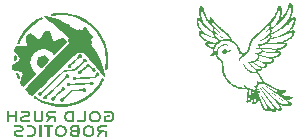
<source format=gbo>
%TF.GenerationSoftware,KiCad,Pcbnew,8.0.2-1*%
%TF.CreationDate,2024-05-18T17:44:33-05:00*%
%TF.ProjectId,can_test,63616e5f-7465-4737-942e-6b696361645f,rev?*%
%TF.SameCoordinates,Original*%
%TF.FileFunction,Legend,Bot*%
%TF.FilePolarity,Positive*%
%FSLAX46Y46*%
G04 Gerber Fmt 4.6, Leading zero omitted, Abs format (unit mm)*
G04 Created by KiCad (PCBNEW 8.0.2-1) date 2024-05-18 17:44:33*
%MOMM*%
%LPD*%
G01*
G04 APERTURE LIST*
%ADD10C,0.000000*%
%ADD11R,1.700000X1.700000*%
%ADD12O,1.700000X1.700000*%
%ADD13C,1.404000*%
%ADD14C,1.304000*%
%ADD15C,0.804000*%
G04 APERTURE END LIST*
D10*
%TO.C,G\u002A\u002A\u002A*%
G36*
X61458307Y-29537044D02*
G01*
X61458396Y-29577795D01*
X61457813Y-29612400D01*
X61456497Y-29642965D01*
X61454387Y-29671593D01*
X61451423Y-29700390D01*
X61447599Y-29731410D01*
X61426513Y-29858625D01*
X61396807Y-29983524D01*
X61358018Y-30107845D01*
X61309684Y-30233326D01*
X61294294Y-30268655D01*
X61275272Y-30309982D01*
X61254535Y-30353142D01*
X61233049Y-30396233D01*
X61211782Y-30437351D01*
X61191701Y-30474595D01*
X61173773Y-30506060D01*
X61158965Y-30529846D01*
X61151659Y-30540959D01*
X61140929Y-30558137D01*
X61133549Y-30571106D01*
X61130804Y-30577682D01*
X61133400Y-30583000D01*
X61141882Y-30590364D01*
X61144401Y-30591879D01*
X61152831Y-30594630D01*
X61159437Y-30590315D01*
X61159476Y-30590272D01*
X61164896Y-30584114D01*
X61175869Y-30571418D01*
X61191217Y-30553554D01*
X61209762Y-30531896D01*
X61230325Y-30507814D01*
X61244416Y-30491480D01*
X61274691Y-30457424D01*
X61307017Y-30422241D01*
X61340400Y-30386920D01*
X61373842Y-30352454D01*
X61406350Y-30319836D01*
X61436927Y-30290057D01*
X61464578Y-30264108D01*
X61488307Y-30242983D01*
X61507119Y-30227672D01*
X61520018Y-30219168D01*
X61524277Y-30217134D01*
X61557556Y-30206670D01*
X61589613Y-30205968D01*
X61619349Y-30214902D01*
X61645668Y-30233348D01*
X61657991Y-30246654D01*
X61673071Y-30269920D01*
X61683646Y-30297680D01*
X61690048Y-30331292D01*
X61692607Y-30372112D01*
X61691843Y-30411797D01*
X61691656Y-30421497D01*
X61684433Y-30514223D01*
X61667479Y-30626939D01*
X61641559Y-30735345D01*
X61606437Y-30840043D01*
X61561873Y-30941633D01*
X61507629Y-31040713D01*
X61443467Y-31137885D01*
X61369150Y-31233747D01*
X61366670Y-31236703D01*
X61347706Y-31258478D01*
X61323612Y-31285100D01*
X61296356Y-31314448D01*
X61267904Y-31344400D01*
X61240222Y-31372836D01*
X61227284Y-31385981D01*
X61204688Y-31409183D01*
X61185311Y-31429394D01*
X61170189Y-31445521D01*
X61160357Y-31456465D01*
X61156850Y-31461132D01*
X61157705Y-31463728D01*
X61163651Y-31470673D01*
X61168097Y-31472424D01*
X61182862Y-31471526D01*
X61205940Y-31465513D01*
X61236920Y-31454522D01*
X61275391Y-31438691D01*
X61320939Y-31418157D01*
X61340210Y-31409245D01*
X61390543Y-31386987D01*
X61433090Y-31370086D01*
X61468667Y-31358473D01*
X61498086Y-31352077D01*
X61522163Y-31350831D01*
X61541710Y-31354663D01*
X61557542Y-31363505D01*
X61570473Y-31377287D01*
X61581316Y-31395939D01*
X61586482Y-31408287D01*
X61595387Y-31445079D01*
X61598062Y-31489528D01*
X61594540Y-31542005D01*
X61593300Y-31550732D01*
X61588735Y-31582858D01*
X61574707Y-31647284D01*
X61554659Y-31708446D01*
X61527965Y-31767491D01*
X61494002Y-31825567D01*
X61452144Y-31883821D01*
X61401767Y-31943401D01*
X61342246Y-32005455D01*
X61265564Y-32075833D01*
X61175245Y-32146621D01*
X61079909Y-32209674D01*
X60980895Y-32264116D01*
X60879541Y-32309066D01*
X60872008Y-32311950D01*
X60843747Y-32322125D01*
X60810192Y-32333493D01*
X60774918Y-32344863D01*
X60741498Y-32355046D01*
X60722370Y-32360738D01*
X60696710Y-32368632D01*
X60675737Y-32375394D01*
X60661227Y-32380448D01*
X60654957Y-32383213D01*
X60654692Y-32383528D01*
X60657963Y-32386880D01*
X60670559Y-32391221D01*
X60691564Y-32396349D01*
X60720060Y-32402060D01*
X60755131Y-32408152D01*
X60795861Y-32414422D01*
X60817369Y-32417673D01*
X60855604Y-32424371D01*
X60885877Y-32431309D01*
X60909843Y-32438972D01*
X60929158Y-32447848D01*
X60945478Y-32458424D01*
X60955879Y-32467506D01*
X60973637Y-32490060D01*
X60985705Y-32515504D01*
X60990156Y-32540305D01*
X60987878Y-32559826D01*
X60982649Y-32576917D01*
X60979203Y-32588178D01*
X60965379Y-32617324D01*
X60947833Y-32643781D01*
X60907498Y-32690544D01*
X60845715Y-32750143D01*
X60776072Y-32805795D01*
X60699822Y-32856815D01*
X60618216Y-32902517D01*
X60532508Y-32942215D01*
X60443949Y-32975225D01*
X60353792Y-33000861D01*
X60263288Y-33018437D01*
X60240350Y-33021708D01*
X60220739Y-33024799D01*
X60208342Y-33028264D01*
X60201534Y-33033481D01*
X60198685Y-33041830D01*
X60198170Y-33054690D01*
X60198359Y-33073438D01*
X60198381Y-33081511D01*
X60198441Y-33086093D01*
X60198623Y-33099973D01*
X60199075Y-33112807D01*
X60199665Y-33117617D01*
X60202714Y-33117908D01*
X60215516Y-33120192D01*
X60235351Y-33124339D01*
X60260153Y-33129860D01*
X60287858Y-33136266D01*
X60316400Y-33143068D01*
X60343715Y-33149779D01*
X60367737Y-33155909D01*
X60386402Y-33160970D01*
X60397644Y-33164472D01*
X60421864Y-33174986D01*
X60449808Y-33191263D01*
X60471826Y-33209094D01*
X60485729Y-33226928D01*
X60489681Y-33236037D01*
X60494728Y-33263358D01*
X60492542Y-33294258D01*
X60487031Y-33312961D01*
X60483194Y-33325984D01*
X60459239Y-33374162D01*
X60422709Y-33427816D01*
X60377457Y-33478835D01*
X60324333Y-33526608D01*
X60264189Y-33570521D01*
X60197876Y-33609961D01*
X60126245Y-33644314D01*
X60050148Y-33672968D01*
X59970435Y-33695310D01*
X59966815Y-33696125D01*
X59949074Y-33699724D01*
X59924745Y-33704274D01*
X59895700Y-33709462D01*
X59863811Y-33714976D01*
X59830948Y-33720506D01*
X59798981Y-33725739D01*
X59769783Y-33730363D01*
X59745223Y-33734067D01*
X59727173Y-33736538D01*
X59717504Y-33737466D01*
X59716853Y-33737492D01*
X59714872Y-33740008D01*
X59721651Y-33746723D01*
X59737376Y-33757786D01*
X59762236Y-33773350D01*
X59768904Y-33777448D01*
X59804508Y-33802117D01*
X59830806Y-33826307D01*
X59848627Y-33851124D01*
X59858798Y-33877679D01*
X59860887Y-33896008D01*
X59862149Y-33907079D01*
X59861798Y-33920983D01*
X59859271Y-33937696D01*
X59853376Y-33955159D01*
X59843018Y-33977403D01*
X59832960Y-33995814D01*
X59801717Y-34039870D01*
X59762713Y-34080749D01*
X59717824Y-34116637D01*
X59668925Y-34145723D01*
X59639857Y-34159410D01*
X59609831Y-34171044D01*
X59578535Y-34179995D01*
X59541397Y-34187770D01*
X59528001Y-34189914D01*
X59502357Y-34193234D01*
X59470410Y-34196807D01*
X59434524Y-34200418D01*
X59397067Y-34203853D01*
X59360403Y-34206897D01*
X59326899Y-34209337D01*
X59298922Y-34210958D01*
X59278836Y-34211546D01*
X59272785Y-34211708D01*
X59259776Y-34213339D01*
X59253260Y-34216160D01*
X59252979Y-34217092D01*
X59253505Y-34226140D01*
X59256253Y-34241779D01*
X59260766Y-34261271D01*
X59263212Y-34271317D01*
X59269824Y-34311616D01*
X59269860Y-34311836D01*
X59269813Y-34348829D01*
X59263139Y-34385872D01*
X59249956Y-34423136D01*
X59225712Y-34464438D01*
X59193079Y-34500624D01*
X59152610Y-34531358D01*
X59104859Y-34556300D01*
X59050381Y-34575114D01*
X59039849Y-34577258D01*
X58989730Y-34587461D01*
X58923458Y-34593004D01*
X58875321Y-34594422D01*
X58864196Y-34628281D01*
X58844295Y-34676076D01*
X58818218Y-34716112D01*
X58785738Y-34748350D01*
X58746452Y-34773287D01*
X58737669Y-34777545D01*
X58710715Y-34788620D01*
X58682359Y-34796868D01*
X58650359Y-34802734D01*
X58612475Y-34806665D01*
X58566466Y-34809106D01*
X58542673Y-34809991D01*
X58518607Y-34811068D01*
X58502427Y-34812243D01*
X58492683Y-34813774D01*
X58487924Y-34815917D01*
X58486701Y-34818929D01*
X58487561Y-34823066D01*
X58491842Y-34834363D01*
X58502045Y-34852983D01*
X58517953Y-34876090D01*
X58540457Y-34905063D01*
X58619245Y-35008738D01*
X58696465Y-35122410D01*
X58770898Y-35244311D01*
X58841907Y-35373400D01*
X58908856Y-35508634D01*
X58921160Y-35534838D01*
X58939878Y-35574480D01*
X58955214Y-35606466D01*
X58967801Y-35631947D01*
X58978273Y-35652074D01*
X58987262Y-35667998D01*
X58995400Y-35680869D01*
X59003321Y-35691840D01*
X59011657Y-35702061D01*
X59021041Y-35712682D01*
X59025466Y-35717590D01*
X59033455Y-35726385D01*
X59041125Y-35734490D01*
X59049037Y-35742230D01*
X59057752Y-35749933D01*
X59067833Y-35757922D01*
X59079839Y-35766524D01*
X59094333Y-35776064D01*
X59111876Y-35786869D01*
X59133029Y-35799263D01*
X59158353Y-35813572D01*
X59188410Y-35830122D01*
X59223760Y-35849239D01*
X59264966Y-35871247D01*
X59312588Y-35896474D01*
X59367188Y-35925243D01*
X59429327Y-35957882D01*
X59499566Y-35994715D01*
X59578466Y-36036069D01*
X59578711Y-36036197D01*
X59690545Y-36094326D01*
X59794217Y-36147137D01*
X59890377Y-36194863D01*
X59979677Y-36237741D01*
X60062768Y-36276003D01*
X60140300Y-36309886D01*
X60212925Y-36339623D01*
X60281294Y-36365450D01*
X60346057Y-36387600D01*
X60407867Y-36406309D01*
X60467373Y-36421811D01*
X60525226Y-36434341D01*
X60582078Y-36444133D01*
X60638581Y-36451423D01*
X60695383Y-36456443D01*
X60753138Y-36459431D01*
X60767849Y-36459973D01*
X60798392Y-36461259D01*
X60826299Y-36462633D01*
X60848977Y-36463962D01*
X60863833Y-36465113D01*
X60891181Y-36467874D01*
X60891181Y-36498928D01*
X60890285Y-36515106D01*
X60883677Y-36542943D01*
X60870000Y-36569259D01*
X60848497Y-36595072D01*
X60818409Y-36621397D01*
X60778976Y-36649251D01*
X60776447Y-36650881D01*
X60751481Y-36665492D01*
X60723864Y-36679666D01*
X60699124Y-36690542D01*
X60692376Y-36693030D01*
X60667893Y-36700871D01*
X60639294Y-36708748D01*
X60609383Y-36716011D01*
X60580965Y-36722005D01*
X60556844Y-36726081D01*
X60539826Y-36727584D01*
X60532017Y-36728124D01*
X60513966Y-36730714D01*
X60491613Y-36734814D01*
X60468445Y-36739717D01*
X60447946Y-36744718D01*
X60433604Y-36749108D01*
X60419750Y-36754388D01*
X60437982Y-36770959D01*
X60444060Y-36775723D01*
X60453275Y-36781213D01*
X60466210Y-36787418D01*
X60483898Y-36794742D01*
X60507377Y-36803592D01*
X60537681Y-36814372D01*
X60575847Y-36827488D01*
X60622908Y-36843345D01*
X60686322Y-36864188D01*
X60781649Y-36893780D01*
X60869660Y-36918699D01*
X60951466Y-36939172D01*
X61028177Y-36955426D01*
X61100905Y-36967687D01*
X61170762Y-36976182D01*
X61238858Y-36981137D01*
X61306304Y-36982780D01*
X61321378Y-36982877D01*
X61345989Y-36983764D01*
X61365412Y-36985985D01*
X61383142Y-36990034D01*
X61402674Y-36996406D01*
X61406358Y-36997731D01*
X61424544Y-37004625D01*
X61438368Y-37010435D01*
X61445080Y-37014019D01*
X61445686Y-37015559D01*
X61445312Y-37025350D01*
X61442532Y-37041566D01*
X61437737Y-37061655D01*
X61433125Y-37077722D01*
X61426796Y-37094625D01*
X61418707Y-37108820D01*
X61407568Y-37121472D01*
X61392089Y-37133745D01*
X61370980Y-37146804D01*
X61342952Y-37161812D01*
X61306714Y-37179935D01*
X61284498Y-37190757D01*
X61239077Y-37211844D01*
X61199139Y-37228426D01*
X61162329Y-37241170D01*
X61126293Y-37250744D01*
X61088674Y-37257816D01*
X61047119Y-37263054D01*
X60999272Y-37267126D01*
X60985270Y-37268295D01*
X60966318Y-37270507D01*
X60953313Y-37272857D01*
X60948483Y-37274999D01*
X60948504Y-37275241D01*
X60952465Y-37280320D01*
X60963480Y-37289385D01*
X60981869Y-37302651D01*
X61007952Y-37320338D01*
X61042049Y-37342662D01*
X61084482Y-37369841D01*
X61135569Y-37402093D01*
X61167730Y-37422348D01*
X61215763Y-37452956D01*
X61255998Y-37479215D01*
X61289174Y-37501723D01*
X61316028Y-37521077D01*
X61337301Y-37537873D01*
X61346363Y-37546057D01*
X61353731Y-37552711D01*
X61366057Y-37566186D01*
X61375017Y-37578897D01*
X61381351Y-37591440D01*
X61385797Y-37604413D01*
X61388499Y-37617981D01*
X61386801Y-37646469D01*
X61375046Y-37673841D01*
X61353464Y-37699855D01*
X61322282Y-37724270D01*
X61281728Y-37746845D01*
X61232030Y-37767336D01*
X61230745Y-37767794D01*
X61189607Y-37780548D01*
X61146520Y-37790023D01*
X61099423Y-37796505D01*
X61046252Y-37800279D01*
X60984947Y-37801633D01*
X60930752Y-37800849D01*
X60858442Y-37796087D01*
X60787191Y-37786565D01*
X60712150Y-37771752D01*
X60700656Y-37769151D01*
X60681260Y-37764613D01*
X60662980Y-37760041D01*
X60644242Y-37754971D01*
X60623474Y-37748943D01*
X60599104Y-37741493D01*
X60569561Y-37732157D01*
X60533271Y-37720475D01*
X60488662Y-37705982D01*
X60483927Y-37704444D01*
X60454249Y-37695024D01*
X60428262Y-37687136D01*
X60407514Y-37681223D01*
X60393552Y-37677728D01*
X60387923Y-37677097D01*
X60387915Y-37677104D01*
X60389130Y-37682582D01*
X60394226Y-37695914D01*
X60402560Y-37715580D01*
X60413489Y-37740065D01*
X60426371Y-37767849D01*
X60438633Y-37794037D01*
X60463401Y-37848602D01*
X60483330Y-37895524D01*
X60498665Y-37935774D01*
X60509651Y-37970324D01*
X60516532Y-38000144D01*
X60519552Y-38026207D01*
X60518958Y-38049483D01*
X60514992Y-38070944D01*
X60507900Y-38091562D01*
X60489832Y-38122308D01*
X60463727Y-38149311D01*
X60431914Y-38170136D01*
X60431549Y-38170318D01*
X60413447Y-38178627D01*
X60397852Y-38183423D01*
X60380467Y-38185626D01*
X60356990Y-38186157D01*
X60342629Y-38185836D01*
X60322658Y-38184150D01*
X60301336Y-38180683D01*
X60277288Y-38175060D01*
X60249135Y-38166908D01*
X60215503Y-38155854D01*
X60175013Y-38141523D01*
X60126290Y-38123542D01*
X60121102Y-38121604D01*
X60091682Y-38110688D01*
X60065876Y-38101235D01*
X60045216Y-38093798D01*
X60031237Y-38088930D01*
X60025473Y-38087184D01*
X60024090Y-38088604D01*
X60021193Y-38097525D01*
X60018613Y-38111926D01*
X60012086Y-38152321D01*
X60001308Y-38195195D01*
X59987323Y-38229411D01*
X59969674Y-38255801D01*
X59947905Y-38275193D01*
X59921558Y-38288417D01*
X59902871Y-38292895D01*
X59872883Y-38295177D01*
X59837599Y-38294040D01*
X59799458Y-38289684D01*
X59760901Y-38282311D01*
X59724366Y-38272122D01*
X59724139Y-38272045D01*
X59713199Y-38267131D01*
X59694852Y-38257583D01*
X59670519Y-38244196D01*
X59641618Y-38227766D01*
X59609570Y-38209086D01*
X59575795Y-38188952D01*
X59450841Y-38113626D01*
X59440495Y-38127752D01*
X59425194Y-38146513D01*
X59402878Y-38169637D01*
X59378601Y-38191424D01*
X59355041Y-38209499D01*
X59334874Y-38221485D01*
X59301648Y-38232125D01*
X59262501Y-38236214D01*
X59221227Y-38233281D01*
X59180681Y-38223292D01*
X59144885Y-38207662D01*
X59104838Y-38184031D01*
X59064458Y-38154782D01*
X59026063Y-38121755D01*
X58991972Y-38086789D01*
X58964501Y-38051723D01*
X58958656Y-38042935D01*
X58935915Y-38006269D01*
X58910363Y-37961785D01*
X58882754Y-37910954D01*
X58853841Y-37855250D01*
X58824376Y-37796144D01*
X58795113Y-37735110D01*
X58766805Y-37673620D01*
X58740204Y-37613146D01*
X58739822Y-37612254D01*
X58730267Y-37589571D01*
X58717456Y-37558629D01*
X58701941Y-37520785D01*
X58684274Y-37477399D01*
X58665006Y-37429830D01*
X58644689Y-37379435D01*
X58623876Y-37327575D01*
X58603118Y-37275608D01*
X58593567Y-37251678D01*
X58569332Y-37191422D01*
X58548711Y-37140899D01*
X58531692Y-37100083D01*
X58518264Y-37068948D01*
X58508416Y-37047470D01*
X58502138Y-37035622D01*
X58499419Y-37033381D01*
X58499314Y-37033717D01*
X58498071Y-37042255D01*
X58496401Y-37059611D01*
X58494412Y-37084355D01*
X58492213Y-37115058D01*
X58489913Y-37150289D01*
X58487620Y-37188618D01*
X58484799Y-37235592D01*
X58481813Y-37277824D01*
X58478617Y-37312613D01*
X58474928Y-37341503D01*
X58470460Y-37366038D01*
X58464929Y-37387761D01*
X58458050Y-37408215D01*
X58449537Y-37428946D01*
X58439107Y-37451495D01*
X58429304Y-37471138D01*
X58418167Y-37490373D01*
X58405644Y-37507720D01*
X58389590Y-37526103D01*
X58367855Y-37548440D01*
X58354069Y-37562018D01*
X58333756Y-37580671D01*
X58315839Y-37594680D01*
X58297535Y-37606128D01*
X58276061Y-37617095D01*
X58274759Y-37617714D01*
X58236838Y-37634009D01*
X58202748Y-37644525D01*
X58168517Y-37650211D01*
X58130173Y-37652018D01*
X58110795Y-37651416D01*
X58075475Y-37645473D01*
X58048310Y-37633117D01*
X58029199Y-37614262D01*
X58018040Y-37588825D01*
X58014731Y-37556722D01*
X58014754Y-37556007D01*
X58015675Y-37545212D01*
X58016383Y-37538621D01*
X58147983Y-37538621D01*
X58151270Y-37537483D01*
X58161447Y-37532502D01*
X58175971Y-37524785D01*
X58201820Y-37509515D01*
X58245677Y-37477351D01*
X58281771Y-37441934D01*
X58308794Y-37404450D01*
X58312575Y-37397713D01*
X58321895Y-37378424D01*
X58329095Y-37357985D01*
X58334546Y-37334542D01*
X58338618Y-37306244D01*
X58341681Y-37271236D01*
X58344105Y-37227666D01*
X58344969Y-37210979D01*
X58347804Y-37168372D01*
X58351543Y-37122700D01*
X58355803Y-37078457D01*
X58360196Y-37040135D01*
X58360397Y-37038554D01*
X58367394Y-36965831D01*
X58371140Y-36885616D01*
X58371621Y-36800265D01*
X58368821Y-36712135D01*
X58362727Y-36623580D01*
X58362350Y-36619312D01*
X58359577Y-36588502D01*
X58357076Y-36561723D01*
X58355001Y-36540563D01*
X58353508Y-36526609D01*
X58352751Y-36521447D01*
X58352611Y-36521377D01*
X58346514Y-36519868D01*
X58334670Y-36517470D01*
X58330146Y-36516664D01*
X58322454Y-36516518D01*
X58316623Y-36520225D01*
X58310578Y-36529654D01*
X58302243Y-36546674D01*
X58299139Y-36553558D01*
X58294127Y-36566789D01*
X58289535Y-36582497D01*
X58285022Y-36602253D01*
X58280246Y-36627631D01*
X58274863Y-36660201D01*
X58268531Y-36701538D01*
X58255160Y-36790934D01*
X58241179Y-36884502D01*
X58228601Y-36968808D01*
X58217343Y-37044408D01*
X58207324Y-37111857D01*
X58198462Y-37171712D01*
X58190676Y-37224528D01*
X58183883Y-37270861D01*
X58178003Y-37311267D01*
X58172953Y-37346302D01*
X58168651Y-37376522D01*
X58165017Y-37402482D01*
X58161968Y-37424739D01*
X58159423Y-37443847D01*
X58155753Y-37472212D01*
X58152441Y-37498545D01*
X58149910Y-37519488D01*
X58148358Y-37533395D01*
X58147983Y-37538621D01*
X58016383Y-37538621D01*
X58017849Y-37524973D01*
X58021181Y-37496066D01*
X58025573Y-37459266D01*
X58030932Y-37415351D01*
X58037159Y-37365095D01*
X58044160Y-37309274D01*
X58051837Y-37248666D01*
X58060096Y-37184045D01*
X58068840Y-37116187D01*
X58077973Y-37045869D01*
X58079631Y-37033140D01*
X58088663Y-36963667D01*
X58097283Y-36897075D01*
X58105395Y-36834112D01*
X58112907Y-36775520D01*
X58119723Y-36722044D01*
X58125749Y-36674430D01*
X58130890Y-36633423D01*
X58135054Y-36599766D01*
X58138145Y-36574205D01*
X58140068Y-36557484D01*
X58140730Y-36550348D01*
X58140318Y-36545608D01*
X58137288Y-36538789D01*
X58129926Y-36531442D01*
X58116622Y-36522096D01*
X58095760Y-36509276D01*
X58082530Y-36501512D01*
X58065695Y-36492115D01*
X58053774Y-36486075D01*
X58048751Y-36484439D01*
X58048544Y-36484756D01*
X58047961Y-36486661D01*
X58047180Y-36490704D01*
X58046127Y-36497516D01*
X58044727Y-36507729D01*
X58042905Y-36521976D01*
X58040586Y-36540888D01*
X58037695Y-36565096D01*
X58034157Y-36595234D01*
X58029897Y-36631932D01*
X58024839Y-36675823D01*
X58018909Y-36727538D01*
X58012031Y-36787710D01*
X58004132Y-36856971D01*
X57995135Y-36935951D01*
X57993048Y-36954191D01*
X57986903Y-37006893D01*
X57980902Y-37056948D01*
X57975188Y-37103257D01*
X57969902Y-37144717D01*
X57965187Y-37180227D01*
X57961185Y-37208686D01*
X57958037Y-37228991D01*
X57955887Y-37240043D01*
X57955062Y-37243093D01*
X57936066Y-37294235D01*
X57908769Y-37342196D01*
X57874615Y-37384824D01*
X57835049Y-37419970D01*
X57829014Y-37424308D01*
X57786206Y-37449828D01*
X57739623Y-37468274D01*
X57686540Y-37480760D01*
X57663336Y-37484137D01*
X57621107Y-37486109D01*
X57586711Y-37481274D01*
X57560077Y-37469593D01*
X57541135Y-37451029D01*
X57529818Y-37425543D01*
X57526054Y-37393097D01*
X57526082Y-37390847D01*
X57526929Y-37374621D01*
X57527530Y-37366964D01*
X57658558Y-37366964D01*
X57658931Y-37367043D01*
X57665306Y-37364268D01*
X57677712Y-37357278D01*
X57693999Y-37347402D01*
X57712018Y-37335970D01*
X57729619Y-37324310D01*
X57744652Y-37313750D01*
X57745434Y-37313172D01*
X57772411Y-37289560D01*
X57796715Y-37261692D01*
X57814827Y-37233585D01*
X57821098Y-37220852D01*
X57827195Y-37206292D01*
X57832034Y-37190924D01*
X57835891Y-37173148D01*
X57839038Y-37151363D01*
X57841750Y-37123970D01*
X57844301Y-37089366D01*
X57846965Y-37045952D01*
X57848862Y-37017087D01*
X57852793Y-36967742D01*
X57857862Y-36912401D01*
X57863818Y-36853624D01*
X57870411Y-36793972D01*
X57877388Y-36736005D01*
X57881263Y-36704685D01*
X57886562Y-36660004D01*
X57891358Y-36617421D01*
X57895480Y-36578581D01*
X57898754Y-36545131D01*
X57901008Y-36518716D01*
X57902067Y-36500984D01*
X57903712Y-36448892D01*
X57843807Y-36445766D01*
X57821642Y-36444840D01*
X57801218Y-36444477D01*
X57786776Y-36444786D01*
X57780525Y-36445766D01*
X57780243Y-36446489D01*
X57778546Y-36455215D01*
X57775713Y-36472982D01*
X57771885Y-36498809D01*
X57767197Y-36531718D01*
X57761790Y-36570728D01*
X57755801Y-36614858D01*
X57749367Y-36663129D01*
X57742628Y-36714561D01*
X57737767Y-36751956D01*
X57729570Y-36814935D01*
X57721016Y-36880579D01*
X57712387Y-36946724D01*
X57703967Y-37011201D01*
X57696039Y-37071845D01*
X57688884Y-37126490D01*
X57682786Y-37172969D01*
X57682238Y-37177146D01*
X57676592Y-37220407D01*
X57671464Y-37260189D01*
X57666994Y-37295351D01*
X57663326Y-37324750D01*
X57660603Y-37347247D01*
X57658966Y-37361698D01*
X57658558Y-37366964D01*
X57527530Y-37366964D01*
X57528816Y-37350584D01*
X57531553Y-37320820D01*
X57534952Y-37287413D01*
X57538823Y-37252449D01*
X57542715Y-37218656D01*
X57547916Y-37173337D01*
X57553244Y-37126767D01*
X57558257Y-37082814D01*
X57562513Y-37045344D01*
X57564369Y-37028992D01*
X57567981Y-36997259D01*
X57572477Y-36957853D01*
X57577675Y-36912368D01*
X57583390Y-36862400D01*
X57589443Y-36809542D01*
X57595649Y-36755390D01*
X57601827Y-36701538D01*
X57607260Y-36653742D01*
X57612639Y-36605436D01*
X57617518Y-36560627D01*
X57621777Y-36520459D01*
X57625296Y-36486073D01*
X57627957Y-36458609D01*
X57629641Y-36439209D01*
X57630229Y-36429015D01*
X57630117Y-36422469D01*
X57627028Y-36400846D01*
X57619021Y-36386587D01*
X57605169Y-36377799D01*
X57603583Y-36377347D01*
X57591587Y-36375830D01*
X57570184Y-36374446D01*
X57540161Y-36373220D01*
X57502304Y-36372181D01*
X57457400Y-36371357D01*
X57406235Y-36370776D01*
X57382681Y-36370557D01*
X57324559Y-36369736D01*
X57274532Y-36368467D01*
X57230902Y-36366592D01*
X57191968Y-36363953D01*
X57156031Y-36360391D01*
X57121391Y-36355749D01*
X57086348Y-36349869D01*
X57049202Y-36342592D01*
X57008253Y-36333760D01*
X56894308Y-36305712D01*
X56757520Y-36264153D01*
X56627590Y-36215363D01*
X56503901Y-36159057D01*
X56385835Y-36094948D01*
X56272775Y-36022750D01*
X56164106Y-35942177D01*
X56148305Y-35929276D01*
X56110757Y-35896603D01*
X56069624Y-35858553D01*
X56026830Y-35817055D01*
X55984302Y-35774038D01*
X55943967Y-35731431D01*
X55907749Y-35691164D01*
X55877576Y-35655166D01*
X55843526Y-35611214D01*
X55780876Y-35523391D01*
X55721657Y-35431302D01*
X55666605Y-35336399D01*
X55616458Y-35240135D01*
X55571951Y-35143961D01*
X55533822Y-35049331D01*
X55502806Y-34957696D01*
X55479641Y-34870508D01*
X55473625Y-34842728D01*
X55465226Y-34799039D01*
X55458268Y-34755195D01*
X55452626Y-34709732D01*
X55448173Y-34661186D01*
X55444784Y-34608093D01*
X55442333Y-34548989D01*
X55440693Y-34482409D01*
X55439738Y-34406891D01*
X55439619Y-34392293D01*
X55439187Y-34343973D01*
X55438724Y-34304508D01*
X55438157Y-34272663D01*
X55437414Y-34247203D01*
X55436423Y-34226896D01*
X55435110Y-34210507D01*
X55433404Y-34196802D01*
X55431231Y-34184548D01*
X55428520Y-34172510D01*
X55425197Y-34159454D01*
X55415089Y-34124469D01*
X55399186Y-34081396D01*
X55379732Y-34041596D01*
X55355763Y-34003755D01*
X55326315Y-33966554D01*
X55290423Y-33928677D01*
X55247125Y-33888807D01*
X55195455Y-33845627D01*
X55148980Y-33807143D01*
X55098555Y-33762111D01*
X55056282Y-33719875D01*
X55021454Y-33679521D01*
X54993362Y-33640133D01*
X54971297Y-33600796D01*
X54954553Y-33560594D01*
X54942420Y-33518613D01*
X54939644Y-33506796D01*
X54936099Y-33492006D01*
X54933983Y-33483562D01*
X54932345Y-33480655D01*
X54924258Y-33477051D01*
X54918595Y-33477965D01*
X54903610Y-33480913D01*
X54880446Y-33485680D01*
X54850144Y-33492047D01*
X54813743Y-33499793D01*
X54772284Y-33508699D01*
X54726809Y-33518543D01*
X54678357Y-33529106D01*
X54633046Y-33538959D01*
X54587767Y-33548681D01*
X54546597Y-33557393D01*
X54510549Y-33564886D01*
X54480632Y-33570954D01*
X54457855Y-33575389D01*
X54443230Y-33577983D01*
X54437766Y-33578530D01*
X54437174Y-33575089D01*
X54439407Y-33563251D01*
X54444829Y-33545194D01*
X54452767Y-33522892D01*
X54462550Y-33498319D01*
X54473508Y-33473448D01*
X54495844Y-33430138D01*
X54513215Y-33404070D01*
X54627133Y-33404070D01*
X54720638Y-33404096D01*
X54745247Y-33403965D01*
X54772926Y-33403388D01*
X54793559Y-33402405D01*
X54806023Y-33401075D01*
X54809194Y-33399456D01*
X54804695Y-33396613D01*
X54792169Y-33390058D01*
X54774043Y-33381213D01*
X54752500Y-33371168D01*
X54700755Y-33347546D01*
X54679572Y-33363021D01*
X54673744Y-33367323D01*
X54656899Y-33380112D01*
X54642761Y-33391284D01*
X54627133Y-33404070D01*
X54513215Y-33404070D01*
X54534145Y-33372661D01*
X54579860Y-33321592D01*
X54634204Y-33275436D01*
X54643623Y-33268299D01*
X54660550Y-33254997D01*
X54673543Y-33244162D01*
X54680362Y-33237630D01*
X54681235Y-33236349D01*
X54684051Y-33228404D01*
X54685829Y-33215311D01*
X54686549Y-33196325D01*
X54686189Y-33170704D01*
X54684764Y-33138453D01*
X54795308Y-33138453D01*
X54884243Y-33138453D01*
X54895719Y-33138445D01*
X54925456Y-33138270D01*
X54946769Y-33137753D01*
X54961170Y-33136748D01*
X54970170Y-33135109D01*
X54975283Y-33132688D01*
X54978019Y-33129337D01*
X54978877Y-33127552D01*
X54983504Y-33116632D01*
X54990712Y-33098697D01*
X54999694Y-33075776D01*
X55009642Y-33049897D01*
X55023833Y-33014460D01*
X55059739Y-32938736D01*
X55100521Y-32870934D01*
X55146994Y-32809787D01*
X55199973Y-32754030D01*
X55242551Y-32716841D01*
X55303929Y-32673277D01*
X55372047Y-32635858D01*
X55385439Y-32629521D01*
X55443418Y-32605403D01*
X55501460Y-32587109D01*
X55561993Y-32574092D01*
X55627439Y-32565802D01*
X55700226Y-32561692D01*
X55741766Y-32560934D01*
X55796164Y-32561743D01*
X55841951Y-32565087D01*
X55880076Y-32571194D01*
X55911488Y-32580293D01*
X55937138Y-32592614D01*
X55957974Y-32608383D01*
X55974945Y-32627830D01*
X55975770Y-32629005D01*
X55983976Y-32643378D01*
X55991417Y-32660471D01*
X55997075Y-32677296D01*
X55999930Y-32690867D01*
X55998963Y-32698200D01*
X55998825Y-32698301D01*
X55992467Y-32697384D01*
X55979575Y-32692843D01*
X55962765Y-32685588D01*
X55925106Y-32669507D01*
X55886457Y-32656685D01*
X55846830Y-32647895D01*
X55803144Y-32642464D01*
X55752318Y-32639721D01*
X55748232Y-32639604D01*
X55712704Y-32638936D01*
X55683743Y-32639306D01*
X55657879Y-32640918D01*
X55631641Y-32643981D01*
X55601561Y-32648701D01*
X55534724Y-32662021D01*
X55464622Y-32681490D01*
X55402183Y-32705638D01*
X55346293Y-32734981D01*
X55295837Y-32770034D01*
X55249701Y-32811312D01*
X55202115Y-32866119D01*
X55160639Y-32928733D01*
X55126585Y-32997132D01*
X55100475Y-33070079D01*
X55082836Y-33146341D01*
X55074191Y-33224680D01*
X55073975Y-33229139D01*
X55073093Y-33264192D01*
X55074176Y-33289703D01*
X55077248Y-33306298D01*
X55082636Y-33319270D01*
X55093836Y-33340867D01*
X55108575Y-33366155D01*
X55125296Y-33392600D01*
X55129988Y-33399456D01*
X55142448Y-33417665D01*
X55158475Y-33438816D01*
X55159535Y-33440122D01*
X55173751Y-33458913D01*
X55181291Y-33472657D01*
X55181594Y-33481735D01*
X55174099Y-33486527D01*
X55158244Y-33487416D01*
X55133466Y-33484780D01*
X55099205Y-33479002D01*
X55092042Y-33477699D01*
X55067236Y-33473470D01*
X55046794Y-33470416D01*
X55032670Y-33468809D01*
X55026818Y-33468923D01*
X55026998Y-33469506D01*
X55032138Y-33475904D01*
X55043617Y-33488627D01*
X55060672Y-33506871D01*
X55082541Y-33529835D01*
X55108461Y-33556717D01*
X55137670Y-33586712D01*
X55169405Y-33619020D01*
X55220435Y-33671055D01*
X55282340Y-33735175D01*
X55337097Y-33793170D01*
X55385099Y-33845463D01*
X55426740Y-33892479D01*
X55462415Y-33934643D01*
X55474583Y-33950199D01*
X55492810Y-33977216D01*
X55509017Y-34006753D01*
X55523381Y-34039600D01*
X55536080Y-34076547D01*
X55547292Y-34118384D01*
X55557193Y-34165898D01*
X55565963Y-34219881D01*
X55573777Y-34281122D01*
X55580815Y-34350409D01*
X55587253Y-34428534D01*
X55593269Y-34516284D01*
X55597092Y-34572130D01*
X55603485Y-34647736D01*
X55610979Y-34715874D01*
X55619866Y-34778299D01*
X55630441Y-34836764D01*
X55642996Y-34893024D01*
X55657826Y-34948834D01*
X55675225Y-35005947D01*
X55703531Y-35086789D01*
X55753048Y-35203336D01*
X55811580Y-35315486D01*
X55879512Y-35423959D01*
X55957231Y-35529471D01*
X55972970Y-35548406D01*
X55998919Y-35577543D01*
X56029791Y-35610576D01*
X56063936Y-35645852D01*
X56099699Y-35681719D01*
X56135430Y-35716526D01*
X56169475Y-35748621D01*
X56200182Y-35776351D01*
X56225898Y-35798065D01*
X56341307Y-35885227D01*
X56458742Y-35963167D01*
X56577308Y-36031028D01*
X56697387Y-36088977D01*
X56819361Y-36137182D01*
X56943612Y-36175810D01*
X57070521Y-36205028D01*
X57200472Y-36225004D01*
X57223109Y-36227401D01*
X57254647Y-36230132D01*
X57288350Y-36232516D01*
X57322650Y-36234494D01*
X57355978Y-36236007D01*
X57386764Y-36236995D01*
X57413440Y-36237400D01*
X57434437Y-36237163D01*
X57448186Y-36236224D01*
X57453117Y-36234524D01*
X57453085Y-36234256D01*
X57448779Y-36228113D01*
X57438638Y-36217640D01*
X57424686Y-36204943D01*
X57403764Y-36185521D01*
X57369908Y-36146604D01*
X57343952Y-36105751D01*
X57326668Y-36064285D01*
X57318830Y-36023532D01*
X57318767Y-36022639D01*
X57318031Y-36005094D01*
X57318424Y-35992624D01*
X57319869Y-35987879D01*
X57320981Y-35988105D01*
X57330252Y-35992965D01*
X57347323Y-36003996D01*
X57371889Y-36020983D01*
X57403644Y-36043713D01*
X57442282Y-36071970D01*
X57487498Y-36105540D01*
X57510032Y-36122319D01*
X57562753Y-36161037D01*
X57608753Y-36193867D01*
X57648961Y-36221368D01*
X57684304Y-36244097D01*
X57715711Y-36262612D01*
X57744108Y-36277470D01*
X57770426Y-36289229D01*
X57795591Y-36298447D01*
X57820531Y-36305682D01*
X57839910Y-36309939D01*
X57893449Y-36315734D01*
X57949739Y-36314258D01*
X58005593Y-36305719D01*
X58057828Y-36290323D01*
X58069637Y-36286027D01*
X58081647Y-36282201D01*
X58086884Y-36281313D01*
X58087071Y-36282157D01*
X58085934Y-36290048D01*
X58082746Y-36303101D01*
X58081755Y-36306928D01*
X58078811Y-36336797D01*
X58084794Y-36363024D01*
X58099219Y-36384403D01*
X58121602Y-36399727D01*
X58136585Y-36404699D01*
X58162740Y-36408698D01*
X58190130Y-36408880D01*
X58213693Y-36404956D01*
X58238717Y-36395065D01*
X58264134Y-36377176D01*
X58281068Y-36353452D01*
X58289765Y-36323516D01*
X58290472Y-36286989D01*
X58288982Y-36273145D01*
X58284097Y-36250832D01*
X58275375Y-36230837D01*
X58274070Y-36228979D01*
X58401190Y-36228979D01*
X58401716Y-36233178D01*
X58404773Y-36247511D01*
X58410291Y-36270124D01*
X58417973Y-36299947D01*
X58427516Y-36335913D01*
X58438621Y-36376953D01*
X58450987Y-36421997D01*
X58458457Y-36448892D01*
X58464314Y-36469979D01*
X58478301Y-36519828D01*
X58492649Y-36570478D01*
X58507056Y-36620858D01*
X58521222Y-36669902D01*
X58534847Y-36716539D01*
X58547631Y-36759702D01*
X58559273Y-36798322D01*
X58559873Y-36800265D01*
X58569472Y-36831331D01*
X58577929Y-36857660D01*
X58590593Y-36895402D01*
X58607784Y-36944842D01*
X58625808Y-36994521D01*
X58645044Y-37045349D01*
X58665870Y-37098236D01*
X58688665Y-37154092D01*
X58713809Y-37213826D01*
X58741680Y-37278349D01*
X58772656Y-37348569D01*
X58807117Y-37425398D01*
X58845441Y-37509745D01*
X58888006Y-37602520D01*
X58914498Y-37659747D01*
X58939580Y-37713130D01*
X58961711Y-37759136D01*
X58981502Y-37798901D01*
X58999559Y-37833559D01*
X59016494Y-37864245D01*
X59032915Y-37892095D01*
X59049430Y-37918243D01*
X59066650Y-37943825D01*
X59085183Y-37969975D01*
X59100090Y-37989720D01*
X59127821Y-38021099D01*
X59154083Y-38043003D01*
X59179582Y-38055849D01*
X59205028Y-38060056D01*
X59231127Y-38056040D01*
X59243919Y-38050852D01*
X59267059Y-38034582D01*
X59285836Y-38012606D01*
X59297243Y-37988019D01*
X59297467Y-37987178D01*
X59300916Y-37968242D01*
X59301514Y-37947448D01*
X59299001Y-37924174D01*
X59293117Y-37897795D01*
X59283602Y-37867690D01*
X59270194Y-37833235D01*
X59252634Y-37793807D01*
X59230661Y-37748782D01*
X59204016Y-37697539D01*
X59172437Y-37639453D01*
X59135664Y-37573902D01*
X59093437Y-37500263D01*
X59080178Y-37477317D01*
X59030498Y-37391009D01*
X58985433Y-37312060D01*
X58944337Y-37239241D01*
X58906566Y-37171321D01*
X58871476Y-37107071D01*
X58838423Y-37045261D01*
X58806761Y-36984662D01*
X58775847Y-36924044D01*
X58745036Y-36862176D01*
X58713683Y-36797830D01*
X58681144Y-36729775D01*
X58646775Y-36656782D01*
X58609931Y-36577621D01*
X58603157Y-36562995D01*
X58582840Y-36519037D01*
X58566468Y-36483344D01*
X58553684Y-36455007D01*
X58544129Y-36433119D01*
X58537447Y-36416771D01*
X58533280Y-36405055D01*
X58531269Y-36397063D01*
X58531058Y-36391887D01*
X58532288Y-36388618D01*
X58534602Y-36386349D01*
X58541339Y-36381657D01*
X58547047Y-36378767D01*
X58548414Y-36379411D01*
X58551881Y-36383587D01*
X58557442Y-36392442D01*
X58565616Y-36406903D01*
X58576920Y-36427894D01*
X58591870Y-36456341D01*
X58610984Y-36493170D01*
X58636233Y-36541741D01*
X58710298Y-36681139D01*
X58785321Y-36817629D01*
X58862091Y-36952508D01*
X58941392Y-37087076D01*
X59024013Y-37222630D01*
X59110741Y-37360468D01*
X59202361Y-37501890D01*
X59299662Y-37648194D01*
X59403430Y-37800677D01*
X59416981Y-37820294D01*
X59440781Y-37854035D01*
X59461418Y-37881971D01*
X59480505Y-37906100D01*
X59499655Y-37928420D01*
X59520479Y-37950929D01*
X59544589Y-37975626D01*
X59562369Y-37993342D01*
X59596904Y-38026436D01*
X59626007Y-38052203D01*
X59650392Y-38071216D01*
X59670772Y-38084053D01*
X59687859Y-38091288D01*
X59688993Y-38091620D01*
X59726707Y-38099423D01*
X59758483Y-38098918D01*
X59784914Y-38089906D01*
X59806595Y-38072187D01*
X59824118Y-38045562D01*
X59832510Y-38027643D01*
X59839075Y-38008377D01*
X59841520Y-37989732D01*
X59839848Y-37969158D01*
X59834059Y-37944109D01*
X59824153Y-37912036D01*
X59819148Y-37896869D01*
X59812757Y-37878058D01*
X59806380Y-37860462D01*
X59799623Y-37843485D01*
X59792094Y-37826531D01*
X59783400Y-37809003D01*
X59773147Y-37790307D01*
X59760944Y-37769845D01*
X59746398Y-37747023D01*
X59729115Y-37721244D01*
X59708704Y-37691912D01*
X59684771Y-37658432D01*
X59656924Y-37620207D01*
X59624770Y-37576642D01*
X59587916Y-37527141D01*
X59545970Y-37471107D01*
X59498539Y-37407945D01*
X59445230Y-37337059D01*
X59406605Y-37285592D01*
X59335378Y-37189918D01*
X59269215Y-37099895D01*
X59207033Y-37013981D01*
X59147751Y-36930632D01*
X59090285Y-36848307D01*
X59033555Y-36765461D01*
X58976478Y-36680553D01*
X58917972Y-36592040D01*
X58856954Y-36498380D01*
X58856053Y-36496989D01*
X58845896Y-36481387D01*
X58831145Y-36458819D01*
X58812811Y-36430825D01*
X58791905Y-36398946D01*
X58769435Y-36364724D01*
X58746413Y-36329700D01*
X58737941Y-36316812D01*
X58711199Y-36275960D01*
X58689671Y-36242696D01*
X58672886Y-36216197D01*
X58660373Y-36195639D01*
X58651659Y-36180198D01*
X58646274Y-36169051D01*
X58643747Y-36161374D01*
X58643606Y-36156342D01*
X58645379Y-36153132D01*
X58646708Y-36151985D01*
X58650759Y-36150783D01*
X58655998Y-36153114D01*
X58663162Y-36159850D01*
X58672991Y-36171866D01*
X58686223Y-36190035D01*
X58703596Y-36215231D01*
X58725848Y-36248327D01*
X58759946Y-36299087D01*
X58834164Y-36407580D01*
X58910192Y-36515959D01*
X58988655Y-36625047D01*
X59070178Y-36735667D01*
X59155386Y-36848644D01*
X59244903Y-36964802D01*
X59339355Y-37084963D01*
X59439367Y-37209952D01*
X59545563Y-37340592D01*
X59658569Y-37477707D01*
X59710359Y-37540079D01*
X59761950Y-37601977D01*
X59807925Y-37656810D01*
X59848779Y-37705116D01*
X59885009Y-37747436D01*
X59917112Y-37784310D01*
X59945583Y-37816278D01*
X59970920Y-37843878D01*
X59993618Y-37867652D01*
X60014175Y-37888139D01*
X60033086Y-37905879D01*
X60050848Y-37921412D01*
X60067957Y-37935277D01*
X60084910Y-37948015D01*
X60102204Y-37960165D01*
X60111373Y-37966386D01*
X60141200Y-37985807D01*
X60165297Y-37999779D01*
X60185514Y-38009197D01*
X60203703Y-38014957D01*
X60221716Y-38017954D01*
X60221884Y-38017972D01*
X60253934Y-38017412D01*
X60280386Y-38008369D01*
X60302064Y-37990562D01*
X60314981Y-37972169D01*
X60323733Y-37948910D01*
X60327448Y-37920221D01*
X60326603Y-37884024D01*
X60322592Y-37845481D01*
X60312579Y-37794657D01*
X60296762Y-37747540D01*
X60274239Y-37702080D01*
X60244114Y-37656229D01*
X60205486Y-37607937D01*
X60199085Y-37600502D01*
X60117375Y-37506677D01*
X60029185Y-37407258D01*
X59935679Y-37303519D01*
X59838021Y-37196733D01*
X59737375Y-37088175D01*
X59634907Y-36979118D01*
X59531780Y-36870837D01*
X59474802Y-36811466D01*
X59417521Y-36751884D01*
X59366104Y-36698525D01*
X59319869Y-36650681D01*
X59278130Y-36607643D01*
X59240205Y-36568704D01*
X59213174Y-36541001D01*
X59151465Y-36477634D01*
X59093863Y-36418310D01*
X59040728Y-36363402D01*
X58992416Y-36313283D01*
X58949286Y-36268326D01*
X58911695Y-36228906D01*
X58880001Y-36195397D01*
X58854563Y-36168171D01*
X58835738Y-36147603D01*
X58823883Y-36134066D01*
X58812970Y-36120807D01*
X58802363Y-36106955D01*
X58797149Y-36097965D01*
X58796414Y-36092113D01*
X58799242Y-36087676D01*
X58801425Y-36085700D01*
X58806984Y-36083795D01*
X58814514Y-36087327D01*
X58826734Y-36097242D01*
X58835209Y-36104950D01*
X58850363Y-36119126D01*
X58871290Y-36138905D01*
X58897129Y-36163462D01*
X58927018Y-36191974D01*
X58960098Y-36223616D01*
X58995508Y-36257564D01*
X59032385Y-36292992D01*
X59069870Y-36329077D01*
X59107101Y-36364994D01*
X59143217Y-36399918D01*
X59177359Y-36433026D01*
X59191294Y-36446551D01*
X59227012Y-36481146D01*
X59268608Y-36521353D01*
X59315295Y-36566418D01*
X59366286Y-36615584D01*
X59420795Y-36668095D01*
X59478035Y-36723196D01*
X59537219Y-36780131D01*
X59597560Y-36838145D01*
X59658273Y-36896480D01*
X59718570Y-36954382D01*
X59777664Y-37011095D01*
X59834769Y-37065863D01*
X59889098Y-37117931D01*
X59939865Y-37166541D01*
X59986282Y-37210940D01*
X60027563Y-37250370D01*
X60062922Y-37284077D01*
X60091571Y-37311304D01*
X60117272Y-37335233D01*
X60191986Y-37399514D01*
X60266539Y-37455451D01*
X60342756Y-37504347D01*
X60422461Y-37547504D01*
X60426456Y-37549479D01*
X60502379Y-37584069D01*
X60574139Y-37610714D01*
X60643540Y-37629918D01*
X60712386Y-37642183D01*
X60782482Y-37648014D01*
X60796855Y-37648471D01*
X60858752Y-37647795D01*
X60913408Y-37642652D01*
X60960404Y-37633184D01*
X60999317Y-37619530D01*
X61029727Y-37601829D01*
X61051213Y-37580221D01*
X61063354Y-37554846D01*
X61065018Y-37546057D01*
X61063524Y-37519879D01*
X61053830Y-37492323D01*
X61036692Y-37465911D01*
X61029695Y-37458720D01*
X61015014Y-37445176D01*
X60993884Y-37426471D01*
X60967174Y-37403335D01*
X60935751Y-37376498D01*
X60900484Y-37346691D01*
X60862241Y-37314642D01*
X60821890Y-37281084D01*
X60780299Y-37246746D01*
X60738336Y-37212357D01*
X60696870Y-37178649D01*
X60656768Y-37146351D01*
X60645497Y-37137337D01*
X60598908Y-37100414D01*
X60552187Y-37063973D01*
X60504790Y-37027637D01*
X60456175Y-36991028D01*
X60405800Y-36953769D01*
X60353121Y-36915483D01*
X60297596Y-36875793D01*
X60238684Y-36834321D01*
X60175840Y-36790690D01*
X60108523Y-36744522D01*
X60036189Y-36695441D01*
X59958297Y-36643069D01*
X59874304Y-36587028D01*
X59783668Y-36526942D01*
X59685844Y-36462433D01*
X59580292Y-36393125D01*
X59466469Y-36318638D01*
X59394279Y-36271421D01*
X59327926Y-36227910D01*
X59269433Y-36189406D01*
X59218343Y-36155586D01*
X59174196Y-36126129D01*
X59136537Y-36100714D01*
X59104907Y-36079020D01*
X59078849Y-36060725D01*
X59057905Y-36045507D01*
X59041618Y-36033046D01*
X59029530Y-36023019D01*
X59021183Y-36015106D01*
X59016121Y-36008984D01*
X59013884Y-36004334D01*
X59014017Y-36000832D01*
X59015953Y-35997235D01*
X59021814Y-35993088D01*
X59023957Y-35993380D01*
X59029134Y-35995141D01*
X59036945Y-35998748D01*
X59047863Y-36004491D01*
X59062360Y-36012661D01*
X59080909Y-36023546D01*
X59103982Y-36037438D01*
X59132052Y-36054626D01*
X59165590Y-36075400D01*
X59205070Y-36100049D01*
X59250963Y-36128865D01*
X59303742Y-36162137D01*
X59363879Y-36200154D01*
X59431847Y-36243207D01*
X59508118Y-36291586D01*
X59528426Y-36304469D01*
X59589481Y-36343135D01*
X59648544Y-36380445D01*
X59704936Y-36415974D01*
X59757977Y-36449300D01*
X59806988Y-36479996D01*
X59851290Y-36507640D01*
X59890203Y-36531806D01*
X59923047Y-36552071D01*
X59949143Y-36568010D01*
X59967812Y-36579199D01*
X59978374Y-36585213D01*
X59995616Y-36593763D01*
X60022001Y-36604252D01*
X60041052Y-36607773D01*
X60048654Y-36607274D01*
X60071311Y-36599642D01*
X60090468Y-36584401D01*
X60104585Y-36563608D01*
X60112123Y-36539318D01*
X60111543Y-36513589D01*
X60109362Y-36506285D01*
X60096680Y-36485998D01*
X60074116Y-36464182D01*
X60041936Y-36441069D01*
X60000410Y-36416891D01*
X59991960Y-36412400D01*
X59969969Y-36400811D01*
X59940749Y-36385495D01*
X59905611Y-36367137D01*
X59865868Y-36346421D01*
X59822833Y-36324033D01*
X59777819Y-36300655D01*
X59732137Y-36276974D01*
X59713429Y-36267268D01*
X59664710Y-36241875D01*
X59609370Y-36212896D01*
X59548849Y-36181095D01*
X59484591Y-36147235D01*
X59418037Y-36112080D01*
X59350628Y-36076394D01*
X59283807Y-36040941D01*
X59219016Y-36006484D01*
X59157695Y-35973788D01*
X59101288Y-35943616D01*
X59051236Y-35916731D01*
X59008981Y-35893899D01*
X58972715Y-35874221D01*
X58950326Y-35903702D01*
X58935221Y-35922430D01*
X58916564Y-35940697D01*
X58897773Y-35951900D01*
X58876289Y-35957434D01*
X58849553Y-35958696D01*
X58840941Y-35958426D01*
X58817979Y-35956139D01*
X58793085Y-35951207D01*
X58764802Y-35943187D01*
X58731677Y-35931632D01*
X58692253Y-35916098D01*
X58645074Y-35896138D01*
X58627925Y-35888738D01*
X58603883Y-35878462D01*
X58584407Y-35870259D01*
X58571157Y-35864825D01*
X58565796Y-35862859D01*
X58564929Y-35867731D01*
X58564362Y-35880993D01*
X58564144Y-35900619D01*
X58564323Y-35924585D01*
X58565279Y-35986312D01*
X58538356Y-36040490D01*
X58528895Y-36058889D01*
X58512035Y-36087466D01*
X58493879Y-36111576D01*
X58471851Y-36134443D01*
X58443375Y-36159289D01*
X58421662Y-36180546D01*
X58406349Y-36204858D01*
X58401190Y-36228979D01*
X58274070Y-36228979D01*
X58261574Y-36211186D01*
X58241454Y-36189906D01*
X58213774Y-36165024D01*
X58193808Y-36147356D01*
X58178203Y-36132249D01*
X58169501Y-36122011D01*
X58168391Y-36117368D01*
X58172354Y-36115930D01*
X58185225Y-36112442D01*
X58204165Y-36107917D01*
X58226682Y-36102972D01*
X58236310Y-36100866D01*
X58276958Y-36089690D01*
X58310291Y-36075824D01*
X58338821Y-36058037D01*
X58365059Y-36035096D01*
X58393319Y-36001202D01*
X58415279Y-35960004D01*
X58427683Y-35914675D01*
X58429488Y-35901814D01*
X58430754Y-35884171D01*
X58430238Y-35865818D01*
X58427690Y-35844901D01*
X58422864Y-35819570D01*
X58415511Y-35787972D01*
X58405383Y-35748257D01*
X58396701Y-35713840D01*
X58390673Y-35686557D01*
X58386951Y-35664155D01*
X58385115Y-35644098D01*
X58384745Y-35623850D01*
X58384856Y-35616599D01*
X58385517Y-35597522D01*
X58386547Y-35583659D01*
X58387776Y-35577613D01*
X58389962Y-35578221D01*
X58398583Y-35584097D01*
X58411965Y-35594792D01*
X58428327Y-35608931D01*
X58473736Y-35647123D01*
X58538683Y-35693781D01*
X58603424Y-35731038D01*
X58667439Y-35758605D01*
X58730206Y-35776193D01*
X58730736Y-35776300D01*
X58755828Y-35780671D01*
X58782483Y-35784220D01*
X58808724Y-35786819D01*
X58832574Y-35788342D01*
X58852058Y-35788661D01*
X58865197Y-35787649D01*
X58870017Y-35785180D01*
X58868443Y-35777695D01*
X58862984Y-35761458D01*
X58854221Y-35738544D01*
X58842778Y-35710427D01*
X58829281Y-35678580D01*
X58814358Y-35644477D01*
X58798633Y-35609591D01*
X58782733Y-35575396D01*
X58767283Y-35543364D01*
X58755008Y-35518615D01*
X58732543Y-35474353D01*
X58711299Y-35434223D01*
X58690059Y-35396128D01*
X58667604Y-35357968D01*
X58642716Y-35317647D01*
X58614177Y-35273067D01*
X58580769Y-35222129D01*
X58580475Y-35221684D01*
X58561872Y-35193942D01*
X58540579Y-35162811D01*
X58517547Y-35129626D01*
X58493730Y-35095717D01*
X58470077Y-35062418D01*
X58447541Y-35031061D01*
X58427073Y-35002977D01*
X58409626Y-34979501D01*
X58396151Y-34961963D01*
X58387599Y-34951696D01*
X58385918Y-34951784D01*
X58376742Y-34955067D01*
X58361578Y-34961686D01*
X58342597Y-34970721D01*
X58310347Y-34985460D01*
X58246296Y-35007531D01*
X58182698Y-35019468D01*
X58118612Y-35021336D01*
X58053094Y-35013198D01*
X57985203Y-34995119D01*
X57966959Y-34988784D01*
X57920698Y-34970029D01*
X57873571Y-34946816D01*
X57823514Y-34918077D01*
X57768466Y-34882741D01*
X57725527Y-34852807D01*
X57660123Y-34802053D01*
X57597878Y-34746847D01*
X57537921Y-34686227D01*
X57479380Y-34619235D01*
X57421385Y-34544911D01*
X57363065Y-34462294D01*
X57303549Y-34370426D01*
X57281285Y-34334554D01*
X57260305Y-34300131D01*
X57243939Y-34272307D01*
X57231595Y-34249950D01*
X57222682Y-34231925D01*
X57216608Y-34217100D01*
X57212780Y-34204342D01*
X57210607Y-34192518D01*
X57209759Y-34185634D01*
X57209078Y-34172258D01*
X57211362Y-34164832D01*
X57217257Y-34160229D01*
X57221673Y-34158527D01*
X57228533Y-34159537D01*
X57237546Y-34166024D01*
X57250963Y-34179257D01*
X57256472Y-34185302D01*
X57270353Y-34201803D01*
X57287693Y-34223507D01*
X57306814Y-34248294D01*
X57326036Y-34274044D01*
X57334843Y-34286005D01*
X57380662Y-34346330D01*
X57425490Y-34401758D01*
X57471690Y-34455032D01*
X57521626Y-34508897D01*
X57577662Y-34566094D01*
X57633600Y-34620924D01*
X57688880Y-34672520D01*
X57739948Y-34716979D01*
X57787811Y-34754958D01*
X57833478Y-34787116D01*
X57877956Y-34814109D01*
X57922252Y-34836596D01*
X57967375Y-34855235D01*
X58014333Y-34870683D01*
X58064133Y-34883598D01*
X58111995Y-34891699D01*
X58165151Y-34893202D01*
X58214167Y-34886137D01*
X58258283Y-34870625D01*
X58296740Y-34846786D01*
X58305007Y-34839822D01*
X58326005Y-34817368D01*
X58341518Y-34793338D01*
X58350749Y-34769572D01*
X58352903Y-34747908D01*
X58347185Y-34730186D01*
X58346879Y-34729744D01*
X58338780Y-34721595D01*
X58324057Y-34709517D01*
X58304703Y-34695066D01*
X58282708Y-34679799D01*
X58257810Y-34662878D01*
X58193965Y-34616873D01*
X58131901Y-34568072D01*
X58070473Y-34515425D01*
X58008536Y-34457883D01*
X57944944Y-34394399D01*
X57878551Y-34323923D01*
X57808212Y-34245406D01*
X57788420Y-34222913D01*
X57761831Y-34192909D01*
X57736486Y-34164533D01*
X57717406Y-34143365D01*
X57776087Y-34143365D01*
X57776969Y-34144715D01*
X57783980Y-34152334D01*
X57797204Y-34165723D01*
X57815696Y-34183981D01*
X57838510Y-34206208D01*
X57864702Y-34231502D01*
X57893325Y-34258964D01*
X57923436Y-34287692D01*
X57954088Y-34316787D01*
X57984337Y-34345348D01*
X58013238Y-34372473D01*
X58039845Y-34397264D01*
X58063213Y-34418818D01*
X58082397Y-34436236D01*
X58096452Y-34448617D01*
X58111196Y-34461057D01*
X58165968Y-34504468D01*
X58221838Y-34544666D01*
X58277259Y-34580688D01*
X58330687Y-34611568D01*
X58380577Y-34636342D01*
X58425382Y-34654043D01*
X58433598Y-34656703D01*
X58486766Y-34670299D01*
X58535893Y-34675844D01*
X58583110Y-34673434D01*
X58630545Y-34663163D01*
X58633514Y-34662185D01*
X58649707Y-34655170D01*
X58671379Y-34644143D01*
X58696058Y-34630539D01*
X58721274Y-34615792D01*
X58744554Y-34601337D01*
X58763428Y-34588610D01*
X58775423Y-34579044D01*
X58776429Y-34577258D01*
X58774902Y-34573563D01*
X58768772Y-34568234D01*
X58757089Y-34560678D01*
X58738906Y-34550298D01*
X58713275Y-34536501D01*
X58679247Y-34518691D01*
X58657491Y-34507290D01*
X58628772Y-34491816D01*
X58601312Y-34476381D01*
X58574255Y-34460395D01*
X58546740Y-34443269D01*
X58517911Y-34424412D01*
X58486908Y-34403237D01*
X58452872Y-34379151D01*
X58414945Y-34351567D01*
X58372269Y-34319894D01*
X58323985Y-34283542D01*
X58269235Y-34241923D01*
X58207159Y-34194446D01*
X58189232Y-34180806D01*
X58154900Y-34155693D01*
X58125879Y-34136644D01*
X58100427Y-34123119D01*
X58076802Y-34114576D01*
X58053265Y-34110474D01*
X58028074Y-34110272D01*
X57999488Y-34113429D01*
X57965766Y-34119403D01*
X57940672Y-34123856D01*
X57904401Y-34129213D01*
X57868274Y-34133547D01*
X57837295Y-34136204D01*
X57813778Y-34137882D01*
X57794193Y-34139804D01*
X57780952Y-34141711D01*
X57776087Y-34143365D01*
X57717406Y-34143365D01*
X57713783Y-34139345D01*
X57695123Y-34118900D01*
X57681902Y-34104758D01*
X57674318Y-34096794D01*
X57669583Y-34091735D01*
X58146094Y-34091735D01*
X58146288Y-34092036D01*
X58152221Y-34096660D01*
X58165642Y-34106028D01*
X58185471Y-34119437D01*
X58210628Y-34136185D01*
X58240033Y-34155572D01*
X58272606Y-34176896D01*
X58307265Y-34199455D01*
X58342933Y-34222547D01*
X58378528Y-34245472D01*
X58412970Y-34267528D01*
X58445179Y-34288013D01*
X58474075Y-34306226D01*
X58498579Y-34321465D01*
X58517610Y-34333028D01*
X58536789Y-34344368D01*
X58584049Y-34371310D01*
X58625260Y-34392951D01*
X58662111Y-34409965D01*
X58696291Y-34423022D01*
X58729492Y-34432795D01*
X58763402Y-34439955D01*
X58799712Y-34445174D01*
X58809880Y-34446338D01*
X58856286Y-34450816D01*
X58897419Y-34453391D01*
X58932040Y-34454032D01*
X58958914Y-34452711D01*
X58976805Y-34449397D01*
X59010762Y-34436141D01*
X59048508Y-34415838D01*
X59079832Y-34392359D01*
X59103946Y-34366580D01*
X59120067Y-34339374D01*
X59127409Y-34311616D01*
X59125187Y-34284180D01*
X59124895Y-34283106D01*
X59121008Y-34271156D01*
X59115753Y-34260323D01*
X59108238Y-34249983D01*
X59097569Y-34239513D01*
X59082856Y-34228290D01*
X59063205Y-34215691D01*
X59037723Y-34201092D01*
X59005519Y-34183871D01*
X58965700Y-34163404D01*
X58917373Y-34139067D01*
X58909633Y-34135195D01*
X58860979Y-34110993D01*
X58807566Y-34084622D01*
X58752205Y-34057459D01*
X58697707Y-34030879D01*
X58646881Y-34006258D01*
X58602537Y-33984970D01*
X58579705Y-33974083D01*
X58542582Y-33956454D01*
X58513196Y-33942690D01*
X58490459Y-33932369D01*
X58473284Y-33925069D01*
X58460582Y-33920369D01*
X58451266Y-33917846D01*
X58444247Y-33917079D01*
X58438439Y-33917645D01*
X58432753Y-33919124D01*
X58424021Y-33922960D01*
X58407443Y-33931697D01*
X58384749Y-33944441D01*
X58357333Y-33960391D01*
X58326590Y-33978749D01*
X58293916Y-33998714D01*
X58263095Y-34017745D01*
X58232812Y-34036411D01*
X58206058Y-34052867D01*
X58184166Y-34066295D01*
X58168469Y-34075877D01*
X58160298Y-34080794D01*
X58159681Y-34081156D01*
X58150029Y-34087602D01*
X58146094Y-34091735D01*
X57669583Y-34091735D01*
X57657624Y-34078958D01*
X57643251Y-34063214D01*
X57633671Y-34052251D01*
X57620378Y-34036208D01*
X57702139Y-34036345D01*
X57736694Y-34036068D01*
X57776612Y-34034450D01*
X57813265Y-34031012D01*
X57849919Y-34025323D01*
X57889840Y-34016951D01*
X57936292Y-34005468D01*
X57967710Y-33996977D01*
X58059828Y-33967592D01*
X58142819Y-33933755D01*
X58217010Y-33895231D01*
X58282731Y-33851784D01*
X58285785Y-33849206D01*
X58485484Y-33849206D01*
X58490334Y-33852314D01*
X58503616Y-33859949D01*
X58523023Y-33870677D01*
X58546763Y-33883536D01*
X58573039Y-33897563D01*
X58600059Y-33911795D01*
X58626027Y-33925270D01*
X58649148Y-33937024D01*
X58672994Y-33948817D01*
X58760251Y-33989038D01*
X58842918Y-34022135D01*
X58922756Y-34048710D01*
X59001526Y-34069366D01*
X59080989Y-34084705D01*
X59096660Y-34086835D01*
X59128660Y-34089840D01*
X59166188Y-34092182D01*
X59206596Y-34093791D01*
X59247235Y-34094599D01*
X59285456Y-34094536D01*
X59318611Y-34093535D01*
X59344053Y-34091527D01*
X59349248Y-34090881D01*
X59402413Y-34082804D01*
X59448173Y-34072597D01*
X59489230Y-34059405D01*
X59528288Y-34042371D01*
X59568048Y-34020640D01*
X59605395Y-33997396D01*
X59637106Y-33974816D01*
X59660449Y-33954176D01*
X59676183Y-33934688D01*
X59685066Y-33915562D01*
X59687859Y-33896008D01*
X59687857Y-33895393D01*
X59684029Y-33874261D01*
X59672355Y-33855728D01*
X59651976Y-33838838D01*
X59622039Y-33822639D01*
X59606484Y-33815810D01*
X59570632Y-33801692D01*
X59524894Y-33785300D01*
X59469438Y-33766686D01*
X59404432Y-33745901D01*
X59330045Y-33722996D01*
X59246445Y-33698023D01*
X59153802Y-33671034D01*
X59052283Y-33642081D01*
X58942057Y-33611214D01*
X58823293Y-33578485D01*
X58822423Y-33578247D01*
X58780202Y-33566678D01*
X58741087Y-33555929D01*
X58706237Y-33546318D01*
X58676809Y-33538166D01*
X58653960Y-33531795D01*
X58638847Y-33527524D01*
X58632627Y-33525675D01*
X58631438Y-33525733D01*
X58628327Y-33532184D01*
X58625760Y-33548303D01*
X58623669Y-33574462D01*
X58618196Y-33625779D01*
X58606001Y-33678168D01*
X58586864Y-33724786D01*
X58560113Y-33767218D01*
X58525077Y-33807046D01*
X58510533Y-33821652D01*
X58497095Y-33835589D01*
X58488272Y-33845279D01*
X58485484Y-33849206D01*
X58285785Y-33849206D01*
X58340310Y-33803178D01*
X58390075Y-33749179D01*
X58432354Y-33689549D01*
X58467475Y-33624053D01*
X58484211Y-33581874D01*
X58494791Y-33537504D01*
X58496131Y-33497649D01*
X58488258Y-33462418D01*
X58471199Y-33431920D01*
X58444980Y-33406263D01*
X58415393Y-33388935D01*
X58540376Y-33388935D01*
X58545190Y-33395274D01*
X58557524Y-33404358D01*
X58575840Y-33415388D01*
X58598600Y-33427565D01*
X58624266Y-33440089D01*
X58651301Y-33452161D01*
X58678166Y-33462982D01*
X58703323Y-33471752D01*
X58752783Y-33487026D01*
X58893655Y-33527308D01*
X59027050Y-33560461D01*
X59153043Y-33586502D01*
X59271708Y-33605447D01*
X59383122Y-33617313D01*
X59385659Y-33617507D01*
X59501014Y-33623603D01*
X59608855Y-33623738D01*
X59708914Y-33617927D01*
X59800923Y-33606186D01*
X59884613Y-33588531D01*
X59914928Y-33580040D01*
X59989032Y-33553915D01*
X60059588Y-33521465D01*
X60125272Y-33483509D01*
X60184758Y-33440865D01*
X60236719Y-33394350D01*
X60279831Y-33344781D01*
X60303776Y-33312961D01*
X60202883Y-33304073D01*
X60198867Y-33303729D01*
X60168097Y-33301536D01*
X60128716Y-33299311D01*
X60082282Y-33297118D01*
X60030351Y-33295021D01*
X59974482Y-33293084D01*
X59916231Y-33291371D01*
X59857158Y-33289944D01*
X59760417Y-33287563D01*
X59665511Y-33284451D01*
X59578528Y-33280642D01*
X59498179Y-33276016D01*
X59423179Y-33270451D01*
X59352240Y-33263827D01*
X59284076Y-33256022D01*
X59217401Y-33246916D01*
X59150926Y-33236387D01*
X59083367Y-33224315D01*
X59013435Y-33210578D01*
X58982939Y-33204480D01*
X58952743Y-33199213D01*
X58929451Y-33196822D01*
X58911255Y-33197635D01*
X58896349Y-33201975D01*
X58882923Y-33210169D01*
X58869172Y-33222542D01*
X58853288Y-33239419D01*
X58835469Y-33258003D01*
X58805683Y-33284581D01*
X58773770Y-33307029D01*
X58738072Y-33326189D01*
X58696932Y-33342904D01*
X58648689Y-33358018D01*
X58591688Y-33372373D01*
X58581387Y-33374824D01*
X58561940Y-33379931D01*
X58547599Y-33384354D01*
X58540904Y-33387344D01*
X58540376Y-33388935D01*
X58415393Y-33388935D01*
X58409629Y-33385559D01*
X58407949Y-33384816D01*
X58391510Y-33378567D01*
X58368242Y-33370831D01*
X58340998Y-33362521D01*
X58312633Y-33354549D01*
X58297324Y-33350434D01*
X58258788Y-33339896D01*
X58228450Y-33331215D01*
X58204885Y-33323899D01*
X58186668Y-33317458D01*
X58172374Y-33311400D01*
X58160579Y-33305235D01*
X58149856Y-33298471D01*
X58138332Y-33290273D01*
X58128391Y-33281080D01*
X58125703Y-33273627D01*
X58129089Y-33266079D01*
X58129183Y-33265978D01*
X58136120Y-33264467D01*
X58152894Y-33263163D01*
X58178957Y-33262084D01*
X58213764Y-33261247D01*
X58256769Y-33260669D01*
X58307424Y-33260369D01*
X58307843Y-33260368D01*
X58370006Y-33260022D01*
X58422834Y-33259303D01*
X58467401Y-33258102D01*
X58504779Y-33256311D01*
X58536043Y-33253823D01*
X58562265Y-33250529D01*
X58584519Y-33246323D01*
X58603879Y-33241095D01*
X58621417Y-33234739D01*
X58638208Y-33227147D01*
X58656079Y-33217432D01*
X58684410Y-33199431D01*
X58714174Y-33178143D01*
X58742706Y-33155601D01*
X58767343Y-33133837D01*
X58785418Y-33114883D01*
X58789090Y-33110238D01*
X58801732Y-33088183D01*
X58805482Y-33066386D01*
X58800141Y-33043826D01*
X58785507Y-33019484D01*
X58761382Y-32992339D01*
X58758591Y-32989573D01*
X58736571Y-32969621D01*
X58716919Y-32955989D01*
X58696616Y-32946539D01*
X58680270Y-32940969D01*
X58663111Y-32937117D01*
X58645832Y-32936282D01*
X58626013Y-32938589D01*
X58601232Y-32944164D01*
X58569065Y-32953133D01*
X58532178Y-32963606D01*
X58500483Y-32971706D01*
X58473522Y-32977249D01*
X58448679Y-32980687D01*
X58423335Y-32982467D01*
X58394876Y-32983038D01*
X58358909Y-32982220D01*
X58324560Y-32978579D01*
X58293433Y-32971450D01*
X58261844Y-32960197D01*
X58260560Y-32959669D01*
X58244686Y-32952104D01*
X58236695Y-32945229D01*
X58234496Y-32937292D01*
X58235048Y-32931615D01*
X58238355Y-32926420D01*
X58246346Y-32922766D01*
X58260921Y-32919871D01*
X58283983Y-32916956D01*
X58293251Y-32915567D01*
X58317826Y-32910292D01*
X58321791Y-32909258D01*
X58809984Y-32909258D01*
X58812551Y-32912526D01*
X58821360Y-32920543D01*
X58834601Y-32931654D01*
X58864333Y-32961539D01*
X58887480Y-32998638D01*
X58901592Y-33040642D01*
X58906419Y-33087013D01*
X58906703Y-33102068D01*
X58908365Y-33112064D01*
X58912649Y-33116904D01*
X58920806Y-33119402D01*
X58929939Y-33121370D01*
X58947492Y-33125153D01*
X58970200Y-33130047D01*
X58995403Y-33135478D01*
X59071747Y-33151160D01*
X59186515Y-33171564D01*
X59304428Y-33188563D01*
X59323284Y-33190942D01*
X59354471Y-33194548D01*
X59383739Y-33197367D01*
X59413144Y-33199517D01*
X59444742Y-33201112D01*
X59480589Y-33202269D01*
X59522742Y-33203103D01*
X59573257Y-33203731D01*
X59573328Y-33203732D01*
X59645049Y-33204035D01*
X59707403Y-33203307D01*
X59761401Y-33201435D01*
X59808054Y-33198308D01*
X59848371Y-33193811D01*
X59883363Y-33187833D01*
X59914040Y-33180262D01*
X59941413Y-33170983D01*
X59966492Y-33159885D01*
X59972540Y-33156818D01*
X60003335Y-33138669D01*
X60026456Y-33120371D01*
X60041301Y-33102616D01*
X60047267Y-33086093D01*
X60043750Y-33071492D01*
X60038443Y-33064476D01*
X60025368Y-33053604D01*
X60006544Y-33044279D01*
X59980804Y-33036082D01*
X59946982Y-33028595D01*
X59903909Y-33021399D01*
X59902021Y-33021139D01*
X59889434Y-33019640D01*
X59867794Y-33017230D01*
X59837947Y-33013998D01*
X59800736Y-33010029D01*
X59757006Y-33005410D01*
X59707601Y-33000227D01*
X59653364Y-32994568D01*
X59595139Y-32988518D01*
X59533772Y-32982164D01*
X59470105Y-32975593D01*
X59404984Y-32968892D01*
X59339252Y-32962146D01*
X59273752Y-32955442D01*
X59209330Y-32948868D01*
X59146830Y-32942509D01*
X59087095Y-32936451D01*
X59030969Y-32930783D01*
X58979297Y-32925589D01*
X58932922Y-32920957D01*
X58892689Y-32916973D01*
X58859442Y-32913724D01*
X58834025Y-32911296D01*
X58817282Y-32909775D01*
X58810057Y-32909249D01*
X58809984Y-32909258D01*
X58321791Y-32909258D01*
X58348354Y-32902330D01*
X58382348Y-32892450D01*
X58417320Y-32881422D01*
X58450783Y-32870015D01*
X58480247Y-32859000D01*
X58503226Y-32849145D01*
X58527999Y-32835883D01*
X58558021Y-32814085D01*
X58578825Y-32790719D01*
X58590187Y-32766351D01*
X58591881Y-32741545D01*
X58583837Y-32717327D01*
X58704390Y-32717327D01*
X58706526Y-32741454D01*
X58709794Y-32773810D01*
X58716346Y-32844134D01*
X58948154Y-32860797D01*
X58991147Y-32863881D01*
X59098564Y-32871531D01*
X59196590Y-32878421D01*
X59285948Y-32884598D01*
X59367361Y-32890110D01*
X59441553Y-32895002D01*
X59509245Y-32899324D01*
X59571162Y-32903122D01*
X59628026Y-32906442D01*
X59680559Y-32909333D01*
X59729486Y-32911842D01*
X59781399Y-32914263D01*
X59853730Y-32917025D01*
X59917765Y-32918562D01*
X59974753Y-32918822D01*
X60025945Y-32917754D01*
X60072589Y-32915305D01*
X60115936Y-32911423D01*
X60157236Y-32906057D01*
X60197737Y-32899154D01*
X60238690Y-32890662D01*
X60282818Y-32879945D01*
X60358993Y-32857003D01*
X60434781Y-32828136D01*
X60513515Y-32792149D01*
X60557613Y-32769993D01*
X60598765Y-32747830D01*
X60634565Y-32726393D01*
X60667304Y-32704115D01*
X60699274Y-32679429D01*
X60732765Y-32650766D01*
X60770068Y-32616558D01*
X60779088Y-32607699D01*
X60793151Y-32590355D01*
X60797677Y-32576917D01*
X60792521Y-32566877D01*
X60777540Y-32559723D01*
X60752587Y-32554947D01*
X60743076Y-32553771D01*
X60711717Y-32550133D01*
X60680321Y-32546920D01*
X60647944Y-32544092D01*
X60613643Y-32541607D01*
X60576472Y-32539425D01*
X60535489Y-32537505D01*
X60489751Y-32535807D01*
X60438312Y-32534289D01*
X60380230Y-32532910D01*
X60314561Y-32531631D01*
X60240361Y-32530410D01*
X60156686Y-32529207D01*
X60128776Y-32528818D01*
X60059539Y-32527780D01*
X59989284Y-32526634D01*
X59919439Y-32525407D01*
X59851434Y-32524128D01*
X59786699Y-32522825D01*
X59726664Y-32521526D01*
X59672757Y-32520260D01*
X59626409Y-32519055D01*
X59589049Y-32517939D01*
X59526019Y-32516073D01*
X59462979Y-32514756D01*
X59408210Y-32514326D01*
X59360587Y-32514808D01*
X59318983Y-32516228D01*
X59282273Y-32518612D01*
X59249331Y-32521985D01*
X59219032Y-32526373D01*
X59174440Y-32535819D01*
X59121595Y-32551035D01*
X59069518Y-32569785D01*
X59022899Y-32590534D01*
X59003931Y-32599663D01*
X58972254Y-32613067D01*
X58938131Y-32625063D01*
X58899583Y-32636259D01*
X58854629Y-32647264D01*
X58801287Y-32658688D01*
X58781102Y-32662691D01*
X58751791Y-32668452D01*
X58730655Y-32673581D01*
X58716521Y-32679557D01*
X58708214Y-32687855D01*
X58704562Y-32699953D01*
X58704390Y-32717327D01*
X58583837Y-32717327D01*
X58583684Y-32716867D01*
X58565369Y-32692884D01*
X58555109Y-32683459D01*
X58543004Y-32674865D01*
X58528233Y-32667375D01*
X58508912Y-32660188D01*
X58483156Y-32652504D01*
X58449079Y-32643523D01*
X58442086Y-32641231D01*
X58423054Y-32631600D01*
X58405692Y-32618881D01*
X58384739Y-32599951D01*
X58403372Y-32590392D01*
X58408661Y-32588056D01*
X58422145Y-32584210D01*
X58441309Y-32581022D01*
X58467734Y-32578257D01*
X58502998Y-32575684D01*
X58527582Y-32573992D01*
X58617757Y-32565176D01*
X58700379Y-32552411D01*
X58777312Y-32535148D01*
X58850419Y-32512839D01*
X58921564Y-32484935D01*
X58992612Y-32450887D01*
X59025280Y-32432609D01*
X59258101Y-32432609D01*
X59315402Y-32435939D01*
X59330615Y-32436757D01*
X59378993Y-32438728D01*
X59434393Y-32440237D01*
X59494324Y-32441259D01*
X59556294Y-32441769D01*
X59617813Y-32441744D01*
X59676390Y-32441158D01*
X59729533Y-32439988D01*
X59741521Y-32439615D01*
X59905946Y-32430678D01*
X60062934Y-32414783D01*
X60212872Y-32391825D01*
X60356147Y-32361698D01*
X60493149Y-32324298D01*
X60624265Y-32279520D01*
X60749882Y-32227258D01*
X60870389Y-32167408D01*
X60986174Y-32099865D01*
X61049704Y-32058159D01*
X61129145Y-31999890D01*
X61198889Y-31940698D01*
X61259355Y-31880110D01*
X61310961Y-31817655D01*
X61354127Y-31752860D01*
X61389271Y-31685252D01*
X61416812Y-31614361D01*
X61417700Y-31611651D01*
X61425175Y-31588347D01*
X61431052Y-31569142D01*
X61434759Y-31555962D01*
X61435722Y-31550732D01*
X61434753Y-31550776D01*
X61426003Y-31552932D01*
X61409395Y-31557650D01*
X61386400Y-31564474D01*
X61358489Y-31572946D01*
X61327133Y-31582607D01*
X61293804Y-31593001D01*
X61259972Y-31603669D01*
X61227108Y-31614153D01*
X61196683Y-31623997D01*
X61170169Y-31632743D01*
X61149036Y-31639932D01*
X61135484Y-31644741D01*
X61110097Y-31653955D01*
X61078499Y-31665581D01*
X61042718Y-31678868D01*
X61004781Y-31693066D01*
X60966715Y-31707424D01*
X60789086Y-31772405D01*
X60523430Y-31861391D01*
X60253093Y-31942460D01*
X59979858Y-32015085D01*
X59705512Y-32078740D01*
X59686209Y-32082940D01*
X59651657Y-32090954D01*
X59625105Y-32098238D01*
X59605015Y-32105532D01*
X59589849Y-32113581D01*
X59578068Y-32123125D01*
X59568133Y-32134909D01*
X59558505Y-32149675D01*
X59556408Y-32153114D01*
X59512962Y-32214971D01*
X59460209Y-32274140D01*
X59397824Y-32330950D01*
X59325484Y-32385726D01*
X59258101Y-32432609D01*
X59025280Y-32432609D01*
X59065425Y-32410147D01*
X59084314Y-32398623D01*
X59156679Y-32349700D01*
X59227781Y-32294460D01*
X59294588Y-32235374D01*
X59354066Y-32174913D01*
X59389557Y-32134773D01*
X59429015Y-32086554D01*
X59460099Y-32043589D01*
X59482970Y-32005568D01*
X59497785Y-31972176D01*
X59504704Y-31943102D01*
X59503885Y-31918034D01*
X59495487Y-31896658D01*
X59490934Y-31889935D01*
X59471194Y-31870617D01*
X59447892Y-31859870D01*
X59422834Y-31858253D01*
X59397824Y-31866328D01*
X59395734Y-31867562D01*
X59384001Y-31875916D01*
X59367042Y-31889267D01*
X59346798Y-31906054D01*
X59325214Y-31924713D01*
X59314745Y-31933920D01*
X59252812Y-31986737D01*
X59195203Y-32032737D01*
X59140206Y-32073189D01*
X59086109Y-32109363D01*
X59031198Y-32142526D01*
X58995892Y-32161964D01*
X58941136Y-32189067D01*
X58886903Y-32212466D01*
X58834728Y-32231613D01*
X58786147Y-32245965D01*
X58742694Y-32254976D01*
X58705902Y-32258101D01*
X58697629Y-32258040D01*
X58678950Y-32256826D01*
X58668033Y-32253271D01*
X58662919Y-32246353D01*
X58661649Y-32235055D01*
X58662657Y-32232976D01*
X58671704Y-32226054D01*
X58689577Y-32216171D01*
X58715589Y-32203667D01*
X58749051Y-32188882D01*
X58789274Y-32172153D01*
X58837716Y-32151252D01*
X58936156Y-32100566D01*
X59030931Y-32040331D01*
X59122106Y-31970491D01*
X59209748Y-31890987D01*
X59293920Y-31801764D01*
X59355724Y-31726011D01*
X59561994Y-31726011D01*
X59565577Y-31733239D01*
X59577425Y-31746486D01*
X59597602Y-31765830D01*
X59610623Y-31778282D01*
X59627521Y-31795906D01*
X59640705Y-31811389D01*
X59648091Y-31822395D01*
X59649299Y-31825149D01*
X59654907Y-31848500D01*
X59656237Y-31879005D01*
X59653320Y-31914635D01*
X59646186Y-31953363D01*
X59644273Y-31961696D01*
X59639923Y-31981760D01*
X59636900Y-31997356D01*
X59635767Y-32005657D01*
X59636182Y-32009046D01*
X59639674Y-32013135D01*
X59640271Y-32013082D01*
X59649442Y-32011264D01*
X59667159Y-32007113D01*
X59692124Y-32000971D01*
X59723042Y-31993176D01*
X59758614Y-31984069D01*
X59797545Y-31973990D01*
X59838536Y-31963279D01*
X59880291Y-31952277D01*
X59921513Y-31941323D01*
X59960905Y-31930758D01*
X59997169Y-31920922D01*
X60029009Y-31912154D01*
X60055128Y-31904795D01*
X60074229Y-31899185D01*
X60154931Y-31873741D01*
X60291124Y-31826497D01*
X60418230Y-31776456D01*
X60536952Y-31723221D01*
X60647997Y-31666396D01*
X60752068Y-31605583D01*
X60849870Y-31540386D01*
X60942109Y-31470408D01*
X61029489Y-31395252D01*
X61112716Y-31314521D01*
X61174365Y-31248699D01*
X61250785Y-31158546D01*
X61317372Y-31068732D01*
X61374413Y-30978690D01*
X61422201Y-30887853D01*
X61461024Y-30795654D01*
X61491172Y-30701525D01*
X61512937Y-30604899D01*
X61526608Y-30505209D01*
X61528383Y-30487133D01*
X61530985Y-30461996D01*
X61533339Y-30440696D01*
X61535092Y-30426502D01*
X61535306Y-30424946D01*
X61536298Y-30411797D01*
X61533772Y-30405267D01*
X61526592Y-30402092D01*
X61523779Y-30402017D01*
X61518493Y-30404037D01*
X61510857Y-30409073D01*
X61500166Y-30417761D01*
X61485720Y-30430737D01*
X61466817Y-30448637D01*
X61442755Y-30472097D01*
X61412832Y-30501754D01*
X61376347Y-30538242D01*
X61299382Y-30614347D01*
X61198065Y-30710894D01*
X61099821Y-30800031D01*
X61003481Y-30882725D01*
X60907877Y-30959941D01*
X60811838Y-31032646D01*
X60714196Y-31101806D01*
X60613781Y-31168386D01*
X60525695Y-31224597D01*
X60419916Y-31291018D01*
X60321118Y-31351706D01*
X60228598Y-31407030D01*
X60141660Y-31457361D01*
X60059603Y-31503068D01*
X59981728Y-31544523D01*
X59907335Y-31582095D01*
X59835726Y-31616154D01*
X59766202Y-31647071D01*
X59698062Y-31675217D01*
X59630607Y-31700961D01*
X59563139Y-31724673D01*
X59561994Y-31726011D01*
X59355724Y-31726011D01*
X59374690Y-31702764D01*
X59403909Y-31661694D01*
X59548288Y-31661694D01*
X59548877Y-31661666D01*
X59556485Y-31658815D01*
X59571756Y-31652179D01*
X59593382Y-31642375D01*
X59620056Y-31630020D01*
X59650470Y-31615731D01*
X59683317Y-31600126D01*
X59717289Y-31583819D01*
X59751078Y-31567429D01*
X59783378Y-31551573D01*
X59812880Y-31536867D01*
X59898421Y-31492552D01*
X60026161Y-31421549D01*
X60149372Y-31347214D01*
X60266878Y-31270324D01*
X60377504Y-31191659D01*
X60480077Y-31111999D01*
X60573421Y-31032124D01*
X60574267Y-31031358D01*
X60587549Y-31019012D01*
X60606397Y-31001103D01*
X60629120Y-30979257D01*
X60654027Y-30955096D01*
X60679430Y-30930246D01*
X60711632Y-30898071D01*
X60816069Y-30785507D01*
X60910459Y-30670256D01*
X60994796Y-30552325D01*
X61069077Y-30431723D01*
X61133296Y-30308458D01*
X61187451Y-30182538D01*
X61231535Y-30053971D01*
X61265545Y-29922766D01*
X61289476Y-29788931D01*
X61290881Y-29778503D01*
X61296128Y-29731099D01*
X61300119Y-29680485D01*
X61302860Y-29628168D01*
X61304357Y-29575653D01*
X61304618Y-29524449D01*
X61303647Y-29476061D01*
X61301452Y-29431996D01*
X61298039Y-29393760D01*
X61293414Y-29362860D01*
X61287584Y-29340803D01*
X61286263Y-29337371D01*
X61277751Y-29318002D01*
X61267917Y-29298991D01*
X61257908Y-29282152D01*
X61248872Y-29269303D01*
X61241957Y-29262258D01*
X61238310Y-29262834D01*
X61222778Y-29309895D01*
X61192145Y-29399557D01*
X61162623Y-29481304D01*
X61133585Y-29556681D01*
X61104402Y-29627234D01*
X61074447Y-29694509D01*
X61043091Y-29760052D01*
X61009705Y-29825410D01*
X60991421Y-29859736D01*
X60938806Y-29953725D01*
X60884401Y-30043606D01*
X60827310Y-30130556D01*
X60766637Y-30215754D01*
X60701486Y-30300381D01*
X60630963Y-30385614D01*
X60554171Y-30472633D01*
X60470214Y-30562618D01*
X60378198Y-30656746D01*
X60307776Y-30726297D01*
X60192946Y-30835180D01*
X60075205Y-30941163D01*
X59952801Y-31045768D01*
X59823982Y-31150515D01*
X59686996Y-31256926D01*
X59636962Y-31294984D01*
X59644574Y-31319436D01*
X59648039Y-31333360D01*
X59652252Y-31361070D01*
X59654856Y-31392882D01*
X59655696Y-31425228D01*
X59654943Y-31445662D01*
X59654616Y-31454537D01*
X59651461Y-31477239D01*
X59649319Y-31485355D01*
X59637849Y-31516351D01*
X59620821Y-31551229D01*
X59599637Y-31587310D01*
X59575698Y-31621920D01*
X59568815Y-31631156D01*
X59557808Y-31646429D01*
X59550529Y-31657242D01*
X59548288Y-31661694D01*
X59403909Y-31661694D01*
X59452121Y-31593929D01*
X59465837Y-31573181D01*
X59486982Y-31540181D01*
X59502858Y-31513572D01*
X59514099Y-31492084D01*
X59521342Y-31474449D01*
X59525222Y-31459398D01*
X59526374Y-31445662D01*
X59526235Y-31439785D01*
X59521281Y-31408551D01*
X59510245Y-31379413D01*
X59494514Y-31356263D01*
X59491266Y-31352846D01*
X59481386Y-31344514D01*
X59471251Y-31341829D01*
X59455903Y-31343101D01*
X59452176Y-31343699D01*
X59431130Y-31349170D01*
X59411848Y-31356873D01*
X59408002Y-31359353D01*
X59395754Y-31369179D01*
X59377780Y-31384964D01*
X59355112Y-31405754D01*
X59328782Y-31430596D01*
X59299823Y-31458536D01*
X59269266Y-31488620D01*
X59255311Y-31502456D01*
X59214727Y-31542116D01*
X59180993Y-31574096D01*
X59154038Y-31598463D01*
X59133788Y-31615282D01*
X59120173Y-31624619D01*
X59092933Y-31639444D01*
X59082319Y-31628830D01*
X59071705Y-31618216D01*
X59120625Y-31561911D01*
X59122254Y-31560038D01*
X59145439Y-31533555D01*
X59172198Y-31503255D01*
X59199346Y-31472734D01*
X59223700Y-31445584D01*
X59234109Y-31433987D01*
X59259788Y-31404988D01*
X59287200Y-31373579D01*
X59314897Y-31341455D01*
X59341432Y-31310311D01*
X59365356Y-31281841D01*
X59385223Y-31257741D01*
X59399583Y-31239705D01*
X59407095Y-31229295D01*
X59427242Y-31195127D01*
X59446672Y-31153392D01*
X59464383Y-31106150D01*
X59473695Y-31074475D01*
X59479793Y-31037878D01*
X59478353Y-31006780D01*
X59469099Y-30979944D01*
X59451754Y-30956129D01*
X59426042Y-30934097D01*
X59411662Y-30923761D01*
X59389578Y-30940782D01*
X59386969Y-30942804D01*
X59379833Y-30948470D01*
X59372077Y-30954890D01*
X59363125Y-30962602D01*
X59352401Y-30972143D01*
X59339332Y-30984051D01*
X59323340Y-30998864D01*
X59303853Y-31017120D01*
X59280293Y-31039356D01*
X59252087Y-31066111D01*
X59218659Y-31097923D01*
X59179433Y-31135328D01*
X59133836Y-31178866D01*
X59081290Y-31229074D01*
X59001360Y-31305410D01*
X58923879Y-31379278D01*
X58852461Y-31447208D01*
X58786382Y-31509878D01*
X58724920Y-31567965D01*
X58667351Y-31622146D01*
X58612953Y-31673100D01*
X58561001Y-31721503D01*
X58510773Y-31768032D01*
X58461546Y-31813365D01*
X58412595Y-31858180D01*
X58363199Y-31903152D01*
X58312633Y-31948961D01*
X58297296Y-31962911D01*
X58230434Y-32026180D01*
X58171622Y-32086443D01*
X58119799Y-32145029D01*
X58073902Y-32203270D01*
X58032871Y-32262495D01*
X57995641Y-32324035D01*
X57961153Y-32389221D01*
X57960945Y-32389639D01*
X57931798Y-32451700D01*
X57907172Y-32511833D01*
X57886296Y-32572504D01*
X57868403Y-32636176D01*
X57852722Y-32705316D01*
X57838485Y-32782387D01*
X57830697Y-32825258D01*
X57809050Y-32918635D01*
X57781824Y-33004646D01*
X57748305Y-33084693D01*
X57707777Y-33160173D01*
X57659527Y-33232488D01*
X57602840Y-33303037D01*
X57537003Y-33373221D01*
X57522327Y-33387664D01*
X57488749Y-33419269D01*
X57452694Y-33451173D01*
X57413093Y-33484232D01*
X57368878Y-33519301D01*
X57318981Y-33557238D01*
X57262333Y-33598900D01*
X57197867Y-33645142D01*
X57177933Y-33659311D01*
X57140529Y-33686006D01*
X57110301Y-33707813D01*
X57086322Y-33725476D01*
X57067660Y-33739738D01*
X57053387Y-33751340D01*
X57042572Y-33761027D01*
X57034287Y-33769542D01*
X57027600Y-33777626D01*
X57021583Y-33786024D01*
X57019119Y-33789723D01*
X57007039Y-33811013D01*
X56996966Y-33835452D01*
X56988030Y-33865456D01*
X56979363Y-33903444D01*
X56976737Y-33915818D01*
X56972303Y-33935128D01*
X56968670Y-33949003D01*
X56966437Y-33955049D01*
X56966027Y-33955383D01*
X56958261Y-33955217D01*
X56945507Y-33949896D01*
X56930371Y-33940943D01*
X56915462Y-33929882D01*
X56903389Y-33918234D01*
X56884276Y-33888406D01*
X56871955Y-33853018D01*
X56866572Y-33814556D01*
X56868243Y-33775470D01*
X56877086Y-33738212D01*
X56893219Y-33705235D01*
X56896710Y-33700354D01*
X56913241Y-33681746D01*
X56936951Y-33659269D01*
X56966455Y-33633974D01*
X57000368Y-33606911D01*
X57037306Y-33579132D01*
X57075884Y-33551686D01*
X57114717Y-33525626D01*
X57152420Y-33502001D01*
X57187609Y-33481862D01*
X57193862Y-33478475D01*
X57215771Y-33466329D01*
X57233524Y-33456060D01*
X57245434Y-33448663D01*
X57249816Y-33445133D01*
X57245877Y-33442456D01*
X57233451Y-33438213D01*
X57214386Y-33433038D01*
X57190577Y-33427380D01*
X57163920Y-33421686D01*
X57136310Y-33416405D01*
X57109644Y-33411986D01*
X57084680Y-33407525D01*
X57035996Y-33393542D01*
X56994898Y-33373382D01*
X56960500Y-33346550D01*
X56931916Y-33312550D01*
X56928497Y-33307428D01*
X56917998Y-33289226D01*
X56908291Y-33267824D01*
X56898717Y-33241460D01*
X56888616Y-33208368D01*
X56877326Y-33166787D01*
X56844864Y-33059049D01*
X56801147Y-32947473D01*
X56748513Y-32841264D01*
X56686903Y-32740318D01*
X56616259Y-32644528D01*
X56536522Y-32553789D01*
X56518369Y-32535145D01*
X56449465Y-32470977D01*
X56379205Y-32416206D01*
X56306355Y-32370027D01*
X56229680Y-32331634D01*
X56147944Y-32300221D01*
X56126012Y-32293175D01*
X56041305Y-32270906D01*
X55955275Y-32256373D01*
X55865747Y-32249284D01*
X55770550Y-32249345D01*
X55684173Y-32254414D01*
X55603680Y-32263631D01*
X55529176Y-32277350D01*
X55458757Y-32296000D01*
X55390519Y-32320006D01*
X55322560Y-32349796D01*
X55253388Y-32386612D01*
X55172258Y-32440052D01*
X55097268Y-32501272D01*
X55076215Y-32522347D01*
X55029015Y-32569595D01*
X54968099Y-32644344D01*
X54915119Y-32724844D01*
X54870673Y-32810416D01*
X54835359Y-32900384D01*
X54822452Y-32942114D01*
X54811299Y-32987771D01*
X54803800Y-33033762D01*
X54798973Y-33085059D01*
X54795308Y-33138453D01*
X54684764Y-33138453D01*
X54684731Y-33137704D01*
X54682153Y-33096583D01*
X54678436Y-33046597D01*
X54673560Y-32987002D01*
X54670226Y-32947549D01*
X54613328Y-32931018D01*
X54519878Y-32900628D01*
X54422845Y-32860989D01*
X54333498Y-32815152D01*
X54251236Y-32762768D01*
X54175456Y-32703490D01*
X54105557Y-32636969D01*
X54076427Y-32604381D01*
X54050264Y-32568773D01*
X54038706Y-32546511D01*
X54222035Y-32546511D01*
X54224720Y-32552806D01*
X54233740Y-32564514D01*
X54238942Y-32570578D01*
X54259633Y-32591694D01*
X54286404Y-32615923D01*
X54317166Y-32641505D01*
X54349828Y-32666678D01*
X54382301Y-32689681D01*
X54423026Y-32715542D01*
X54481135Y-32748145D01*
X54547558Y-32781122D01*
X54623297Y-32814993D01*
X54638202Y-32821347D01*
X54661899Y-32831383D01*
X54681012Y-32839393D01*
X54693876Y-32844683D01*
X54698831Y-32846556D01*
X54701373Y-32842541D01*
X54708524Y-32830450D01*
X54719689Y-32811289D01*
X54734280Y-32786072D01*
X54751713Y-32755811D01*
X54771399Y-32721522D01*
X54792753Y-32684218D01*
X54813727Y-32647353D01*
X54836339Y-32607034D01*
X54853947Y-32574822D01*
X54866785Y-32550269D01*
X54875086Y-32532927D01*
X54879081Y-32522347D01*
X54879005Y-32518082D01*
X54872306Y-32515764D01*
X54857359Y-32511955D01*
X54836611Y-32507301D01*
X54812359Y-32502342D01*
X54798774Y-32499789D01*
X54774665Y-32495953D01*
X54750687Y-32493305D01*
X54724203Y-32491649D01*
X54692578Y-32490789D01*
X54653179Y-32490530D01*
X54626297Y-32490735D01*
X54589924Y-32491603D01*
X54555141Y-32493034D01*
X54524889Y-32494902D01*
X54502113Y-32497079D01*
X54493525Y-32498216D01*
X54470574Y-32501511D01*
X54442126Y-32505834D01*
X54409937Y-32510893D01*
X54375761Y-32516398D01*
X54341354Y-32522059D01*
X54308469Y-32527586D01*
X54278862Y-32532688D01*
X54254288Y-32537075D01*
X54236501Y-32540457D01*
X54227257Y-32542544D01*
X54225011Y-32543339D01*
X54222035Y-32546511D01*
X54038706Y-32546511D01*
X54033568Y-32536616D01*
X54026266Y-32507585D01*
X54028284Y-32481358D01*
X54039549Y-32457611D01*
X54059987Y-32436020D01*
X54077081Y-32424080D01*
X54104894Y-32410602D01*
X54140449Y-32398805D01*
X54185073Y-32388182D01*
X54211099Y-32382774D01*
X54232671Y-32378080D01*
X54246833Y-32374593D01*
X54255086Y-32371890D01*
X54258936Y-32369550D01*
X54259885Y-32367149D01*
X54255704Y-32361647D01*
X54242833Y-32352931D01*
X54222410Y-32341863D01*
X54195586Y-32329066D01*
X54163515Y-32315163D01*
X54158074Y-32312885D01*
X54108733Y-32290863D01*
X54056374Y-32265365D01*
X54004225Y-32238074D01*
X53955515Y-32210671D01*
X53913474Y-32184841D01*
X53881622Y-32163408D01*
X53805012Y-32105662D01*
X53733970Y-32043118D01*
X53669462Y-31976819D01*
X53612460Y-31907808D01*
X53563929Y-31837132D01*
X53524841Y-31765832D01*
X53524681Y-31765499D01*
X53505850Y-31723421D01*
X53492354Y-31686144D01*
X53483306Y-31650145D01*
X53477818Y-31611899D01*
X53477327Y-31604219D01*
X53630823Y-31604219D01*
X53631129Y-31612331D01*
X53634105Y-31627608D01*
X53639156Y-31647805D01*
X53645687Y-31670677D01*
X53653100Y-31693976D01*
X53660801Y-31715459D01*
X53671408Y-31740566D01*
X53690071Y-31776306D01*
X53713442Y-31812293D01*
X53742523Y-31849894D01*
X53778314Y-31890477D01*
X53821816Y-31935407D01*
X53895977Y-32005080D01*
X53976644Y-32071301D01*
X54061560Y-32131220D01*
X54152708Y-32186229D01*
X54252072Y-32237724D01*
X54280310Y-32251087D01*
X54399626Y-32301994D01*
X54521335Y-32344827D01*
X54647450Y-32380242D01*
X54779987Y-32408891D01*
X54795997Y-32411814D01*
X54840058Y-32418887D01*
X54876157Y-32422885D01*
X54905781Y-32423879D01*
X54930417Y-32421940D01*
X54951552Y-32417139D01*
X54952599Y-32416808D01*
X54967767Y-32410893D01*
X54982719Y-32402420D01*
X54999229Y-32390073D01*
X55019070Y-32372535D01*
X55044016Y-32348489D01*
X55055363Y-32337862D01*
X55079268Y-32317514D01*
X55105811Y-32296795D01*
X55131057Y-32278853D01*
X55150222Y-32265864D01*
X55166629Y-32254285D01*
X55177743Y-32245907D01*
X55181846Y-32241977D01*
X55180119Y-32240630D01*
X55170494Y-32236581D01*
X55154310Y-32230944D01*
X55133727Y-32224504D01*
X55126893Y-32222411D01*
X55099181Y-32213102D01*
X55071304Y-32202690D01*
X55048381Y-32193062D01*
X55047369Y-32192596D01*
X55030401Y-32184230D01*
X55017037Y-32175800D01*
X55004851Y-32165211D01*
X54991413Y-32150370D01*
X54974296Y-32129182D01*
X54961961Y-32114154D01*
X54945847Y-32096303D01*
X54932226Y-32083220D01*
X54922901Y-32076744D01*
X54920649Y-32075936D01*
X54907721Y-32071929D01*
X54887700Y-32066203D01*
X54862866Y-32059400D01*
X54835501Y-32052160D01*
X54778283Y-32036684D01*
X54712749Y-32017538D01*
X54644074Y-31995984D01*
X54571573Y-31971769D01*
X54494561Y-31944641D01*
X54412353Y-31914347D01*
X54324264Y-31880634D01*
X54229609Y-31843248D01*
X54127703Y-31801938D01*
X54017861Y-31756450D01*
X53899397Y-31706530D01*
X53843671Y-31682996D01*
X53787540Y-31659625D01*
X53740413Y-31640425D01*
X53702041Y-31625302D01*
X53672175Y-31614159D01*
X53650568Y-31606901D01*
X53636969Y-31603433D01*
X53631130Y-31603660D01*
X53630823Y-31604219D01*
X53477327Y-31604219D01*
X53475004Y-31567883D01*
X53474255Y-31545744D01*
X53473912Y-31523875D01*
X53474534Y-31508353D01*
X53476364Y-31496868D01*
X53479645Y-31487109D01*
X53484623Y-31476765D01*
X53490782Y-31466026D01*
X53505052Y-31448700D01*
X53522658Y-31437224D01*
X53544791Y-31431373D01*
X53572640Y-31430921D01*
X53607397Y-31435640D01*
X53650252Y-31445306D01*
X53673403Y-31451098D01*
X53692715Y-31455714D01*
X53705967Y-31458635D01*
X53711148Y-31459395D01*
X53711165Y-31459115D01*
X53709268Y-31456031D01*
X53703937Y-31449117D01*
X53694609Y-31437698D01*
X53680720Y-31421099D01*
X53661708Y-31398645D01*
X53637007Y-31369660D01*
X53606056Y-31333470D01*
X53562621Y-31279978D01*
X53497673Y-31187427D01*
X53441964Y-31090809D01*
X53395658Y-30990620D01*
X53358923Y-30887356D01*
X53331924Y-30781512D01*
X53314828Y-30673585D01*
X53307801Y-30564069D01*
X53309819Y-30494496D01*
X53439431Y-30494496D01*
X53440025Y-30511785D01*
X53441754Y-30536746D01*
X53444637Y-30570718D01*
X53449004Y-30616516D01*
X53453849Y-30658138D01*
X53459381Y-30694520D01*
X53466140Y-30728339D01*
X53474665Y-30762273D01*
X53485496Y-30799001D01*
X53499174Y-30841202D01*
X53504124Y-30855862D01*
X53546354Y-30967684D01*
X53594122Y-31071636D01*
X53648199Y-31169001D01*
X53709356Y-31261061D01*
X53778366Y-31349099D01*
X53855999Y-31434399D01*
X53883781Y-31462334D01*
X53955233Y-31528934D01*
X54029806Y-31590821D01*
X54108958Y-31649026D01*
X54194147Y-31704584D01*
X54286830Y-31758527D01*
X54388465Y-31811888D01*
X54445191Y-31839137D01*
X54513321Y-31869390D01*
X54584052Y-31898520D01*
X54654539Y-31925405D01*
X54721939Y-31948921D01*
X54783409Y-31967943D01*
X54793035Y-31970664D01*
X54823001Y-31978763D01*
X54845352Y-31984165D01*
X54859324Y-31986698D01*
X54864151Y-31986187D01*
X54861378Y-31981719D01*
X54853573Y-31970547D01*
X54841952Y-31954398D01*
X54827732Y-31934984D01*
X54800353Y-31895281D01*
X54767096Y-31836802D01*
X54743040Y-31779628D01*
X54728428Y-31724376D01*
X54723503Y-31671660D01*
X54723502Y-31670590D01*
X54723032Y-31650815D01*
X54721879Y-31634630D01*
X54720279Y-31625450D01*
X54718378Y-31622546D01*
X54712092Y-31616180D01*
X54701121Y-31606751D01*
X54684984Y-31593898D01*
X54663196Y-31577256D01*
X54635277Y-31556465D01*
X54600742Y-31531163D01*
X54559111Y-31500986D01*
X54509899Y-31465574D01*
X54452625Y-31424563D01*
X54440204Y-31415681D01*
X54362494Y-31359829D01*
X54292444Y-31308851D01*
X54229177Y-31261964D01*
X54171816Y-31218380D01*
X54119485Y-31177314D01*
X54071306Y-31137982D01*
X54026403Y-31099598D01*
X53983899Y-31061376D01*
X53942917Y-31022530D01*
X53902579Y-30982276D01*
X53862010Y-30939828D01*
X53820333Y-30894400D01*
X53776669Y-30845207D01*
X53730144Y-30791464D01*
X53679879Y-30732385D01*
X53639426Y-30684531D01*
X53604956Y-30643731D01*
X53576105Y-30609543D01*
X53552316Y-30581298D01*
X53533031Y-30558325D01*
X53517693Y-30539952D01*
X53505743Y-30525510D01*
X53496624Y-30514327D01*
X53489778Y-30505734D01*
X53484648Y-30499059D01*
X53480675Y-30493631D01*
X53477303Y-30488781D01*
X53467465Y-30477114D01*
X53455757Y-30471734D01*
X53443205Y-30475730D01*
X53441564Y-30477575D01*
X53439951Y-30483540D01*
X53439431Y-30494496D01*
X53309819Y-30494496D01*
X53311009Y-30453460D01*
X53311762Y-30443764D01*
X53315480Y-30404022D01*
X53319801Y-30372801D01*
X53325142Y-30348536D01*
X53331920Y-30329661D01*
X53340553Y-30314611D01*
X53351458Y-30301822D01*
X53360398Y-30294005D01*
X53383953Y-30282153D01*
X53410029Y-30279999D01*
X53438170Y-30287382D01*
X53467923Y-30304140D01*
X53498830Y-30330112D01*
X53530438Y-30365138D01*
X53532897Y-30368196D01*
X53547796Y-30386829D01*
X53567219Y-30411240D01*
X53589590Y-30439442D01*
X53613332Y-30469449D01*
X53636871Y-30499274D01*
X53647429Y-30512612D01*
X53667628Y-30537783D01*
X53685330Y-30559388D01*
X53699560Y-30576263D01*
X53709343Y-30587242D01*
X53713707Y-30591161D01*
X53717743Y-30587018D01*
X53717528Y-30576035D01*
X53713402Y-30560683D01*
X53705776Y-30543433D01*
X53701895Y-30535944D01*
X53689819Y-30511205D01*
X53675369Y-30480100D01*
X53659591Y-30445013D01*
X53643534Y-30408325D01*
X53628246Y-30372417D01*
X53614773Y-30339671D01*
X53604164Y-30312469D01*
X53566818Y-30201758D01*
X53533476Y-30074385D01*
X53508990Y-29942617D01*
X53507943Y-29934760D01*
X53505376Y-29905073D01*
X53503548Y-29865732D01*
X53502481Y-29817289D01*
X53502214Y-29764359D01*
X53641908Y-29764359D01*
X53644331Y-29855183D01*
X53654473Y-29951202D01*
X53672291Y-30051932D01*
X53697741Y-30156888D01*
X53730777Y-30265586D01*
X53769735Y-30375373D01*
X53824287Y-30508937D01*
X53884144Y-30634440D01*
X53949679Y-30752594D01*
X54021264Y-30864111D01*
X54099273Y-30969705D01*
X54161576Y-31044559D01*
X54238735Y-31128913D01*
X54322783Y-31213204D01*
X54412068Y-31295912D01*
X54504942Y-31375512D01*
X54599753Y-31450482D01*
X54694852Y-31519301D01*
X54706308Y-31526977D01*
X54728924Y-31540907D01*
X54749258Y-31551924D01*
X54765733Y-31559279D01*
X54776774Y-31562227D01*
X54780804Y-31560021D01*
X54780062Y-31557792D01*
X54775027Y-31547659D01*
X54766023Y-31531173D01*
X54753972Y-31510007D01*
X54739799Y-31485832D01*
X54727462Y-31464977D01*
X54708893Y-31432970D01*
X54694514Y-31407019D01*
X54683439Y-31385348D01*
X54674782Y-31366181D01*
X54667659Y-31347744D01*
X54661182Y-31328261D01*
X54654295Y-31300196D01*
X54649987Y-31254440D01*
X54653255Y-31208546D01*
X54663830Y-31165202D01*
X54681440Y-31127095D01*
X54691411Y-31110699D01*
X54575533Y-30995485D01*
X54561721Y-30981707D01*
X54489253Y-30907674D01*
X54423471Y-30837093D01*
X54362712Y-30767961D01*
X54328685Y-30726647D01*
X54577646Y-30726647D01*
X54578212Y-30730766D01*
X54581818Y-30744272D01*
X54588017Y-30763195D01*
X54595949Y-30784803D01*
X54596186Y-30785416D01*
X54602241Y-30801238D01*
X54607709Y-30815339D01*
X54613054Y-30828257D01*
X54618743Y-30840528D01*
X54625242Y-30852689D01*
X54633016Y-30865276D01*
X54642532Y-30878826D01*
X54654254Y-30893876D01*
X54668649Y-30910962D01*
X54686183Y-30930621D01*
X54707322Y-30953389D01*
X54732530Y-30979804D01*
X54762275Y-31010402D01*
X54797022Y-31045719D01*
X54837236Y-31086292D01*
X54883384Y-31132657D01*
X54935932Y-31185353D01*
X54995344Y-31244914D01*
X55005063Y-31254657D01*
X55055576Y-31305236D01*
X55104463Y-31354087D01*
X55151153Y-31400644D01*
X55195074Y-31444341D01*
X55235653Y-31484611D01*
X55272319Y-31520889D01*
X55304500Y-31552608D01*
X55331624Y-31579203D01*
X55353118Y-31600107D01*
X55368412Y-31614755D01*
X55376933Y-31622580D01*
X55392205Y-31635893D01*
X55403745Y-31647211D01*
X55409181Y-31655338D01*
X55409634Y-31662051D01*
X55406223Y-31669130D01*
X55405785Y-31669794D01*
X55401278Y-31673346D01*
X55393583Y-31672434D01*
X55379721Y-31666795D01*
X55376359Y-31665260D01*
X55368053Y-31661217D01*
X55359605Y-31656567D01*
X55350436Y-31650815D01*
X55339968Y-31643464D01*
X55327621Y-31634020D01*
X55312815Y-31621987D01*
X55294972Y-31606868D01*
X55273513Y-31588170D01*
X55247857Y-31565395D01*
X55217426Y-31538049D01*
X55181640Y-31505636D01*
X55139921Y-31467660D01*
X55091689Y-31423626D01*
X55036365Y-31373038D01*
X55024650Y-31362354D01*
X54982997Y-31324933D01*
X54945259Y-31291935D01*
X54912135Y-31263942D01*
X54884324Y-31241534D01*
X54862523Y-31225293D01*
X54847429Y-31215799D01*
X54846455Y-31215303D01*
X54822232Y-31206769D01*
X54801832Y-31207083D01*
X54786118Y-31216031D01*
X54775956Y-31233402D01*
X54775633Y-31234459D01*
X54774204Y-31252074D01*
X54777201Y-31276253D01*
X54784061Y-31304625D01*
X54794221Y-31334823D01*
X54807117Y-31364478D01*
X54811604Y-31373158D01*
X54831779Y-31406416D01*
X54858669Y-31444391D01*
X54891145Y-31485741D01*
X54928074Y-31529123D01*
X54956296Y-31560021D01*
X54968328Y-31573194D01*
X55010776Y-31616613D01*
X55054286Y-31658035D01*
X55074059Y-31675880D01*
X55109536Y-31706573D01*
X55146754Y-31736990D01*
X55186766Y-31767893D01*
X55230623Y-31800045D01*
X55279378Y-31834209D01*
X55334082Y-31871149D01*
X55395786Y-31911627D01*
X55465544Y-31956407D01*
X55466876Y-31957255D01*
X55498313Y-31977413D01*
X55526705Y-31995881D01*
X55550897Y-32011887D01*
X55569734Y-32024659D01*
X55582063Y-32033427D01*
X55586727Y-32037417D01*
X55586480Y-32041761D01*
X55581787Y-32050886D01*
X55579442Y-32053521D01*
X55574671Y-32055863D01*
X55566862Y-32055424D01*
X55553766Y-32051938D01*
X55533135Y-32045139D01*
X55525101Y-32042218D01*
X55513178Y-32037154D01*
X55499518Y-32030421D01*
X55483262Y-32021496D01*
X55463552Y-32009853D01*
X55439526Y-31994968D01*
X55410327Y-31976316D01*
X55375095Y-31953373D01*
X55332970Y-31925615D01*
X55283094Y-31892516D01*
X55246498Y-31868119D01*
X55203783Y-31839501D01*
X55163119Y-31812114D01*
X55125615Y-31786710D01*
X55092376Y-31764041D01*
X55064509Y-31744859D01*
X55043121Y-31729917D01*
X55029317Y-31719968D01*
X55014456Y-31709211D01*
X54994614Y-31695856D01*
X54977883Y-31685713D01*
X54966807Y-31680391D01*
X54965736Y-31680059D01*
X54953218Y-31676910D01*
X54936192Y-31673385D01*
X54917599Y-31669994D01*
X54900376Y-31667244D01*
X54887465Y-31665643D01*
X54881806Y-31665699D01*
X54881501Y-31666446D01*
X54879446Y-31674588D01*
X54876109Y-31689662D01*
X54872044Y-31709201D01*
X54868724Y-31726738D01*
X54867025Y-31742021D01*
X54867857Y-31755594D01*
X54871912Y-31769072D01*
X54879884Y-31784074D01*
X54892463Y-31802217D01*
X54910342Y-31825116D01*
X54934215Y-31854389D01*
X54952651Y-31876718D01*
X54994048Y-31925945D01*
X55032900Y-31970879D01*
X55046569Y-31986187D01*
X55068590Y-32010847D01*
X55100497Y-32045177D01*
X55128002Y-32073197D01*
X55150487Y-32094232D01*
X55167332Y-32107612D01*
X55185922Y-32120589D01*
X55206752Y-32135908D01*
X55223585Y-32149068D01*
X55233179Y-32156589D01*
X55250602Y-32168863D01*
X55265259Y-32177654D01*
X55271384Y-32180273D01*
X55293720Y-32185681D01*
X55322560Y-32188353D01*
X55327920Y-32188552D01*
X55342428Y-32189009D01*
X55354133Y-32188858D01*
X55365159Y-32187681D01*
X55377632Y-32185065D01*
X55393675Y-32180593D01*
X55415415Y-32173850D01*
X55444976Y-32164421D01*
X55460102Y-32159707D01*
X55524630Y-32142306D01*
X55589523Y-32129456D01*
X55656088Y-32121116D01*
X55725629Y-32117247D01*
X55799452Y-32117809D01*
X55878861Y-32122763D01*
X55965162Y-32132068D01*
X56059660Y-32145685D01*
X56074194Y-32147972D01*
X56099526Y-32151827D01*
X56119992Y-32154767D01*
X56133786Y-32156538D01*
X56139102Y-32156884D01*
X56139401Y-32154820D01*
X56137111Y-32144667D01*
X56131689Y-32128046D01*
X56123887Y-32106947D01*
X56114458Y-32083364D01*
X56104154Y-32059288D01*
X56093727Y-32036710D01*
X56090672Y-32030465D01*
X56070922Y-31993328D01*
X56049045Y-31958039D01*
X56024096Y-31923522D01*
X55995133Y-31888703D01*
X55961211Y-31852504D01*
X55921388Y-31813850D01*
X55874720Y-31771665D01*
X55820263Y-31724873D01*
X55801018Y-31708629D01*
X55745561Y-31661634D01*
X55683971Y-31609210D01*
X55617469Y-31552408D01*
X55547278Y-31492282D01*
X55474620Y-31429885D01*
X55400717Y-31366269D01*
X55326791Y-31302488D01*
X55254064Y-31239593D01*
X55183758Y-31178637D01*
X55117096Y-31120674D01*
X55055299Y-31066755D01*
X54999590Y-31017934D01*
X54991043Y-31010417D01*
X54947025Y-30971375D01*
X54909614Y-30937490D01*
X54877575Y-30907529D01*
X54849675Y-30880261D01*
X54824682Y-30854454D01*
X54801361Y-30828876D01*
X54778480Y-30802296D01*
X54754805Y-30773482D01*
X54746075Y-30762685D01*
X54722550Y-30733954D01*
X54703851Y-30711990D01*
X54688816Y-30695668D01*
X54676283Y-30683861D01*
X54665091Y-30675445D01*
X54654077Y-30669294D01*
X54642079Y-30664282D01*
X54629622Y-30659707D01*
X54617138Y-30655353D01*
X54611385Y-30653671D01*
X54610796Y-30653896D01*
X54606192Y-30660012D01*
X54599451Y-30672356D01*
X54591901Y-30688060D01*
X54584865Y-30704255D01*
X54579672Y-30718074D01*
X54577646Y-30726647D01*
X54328685Y-30726647D01*
X54305315Y-30698272D01*
X54249619Y-30626022D01*
X54193963Y-30549206D01*
X54136687Y-30465818D01*
X54124424Y-30447478D01*
X54093489Y-30400266D01*
X54066946Y-30357963D01*
X54043355Y-30318087D01*
X54021280Y-30278154D01*
X53999283Y-30235681D01*
X53975926Y-30188186D01*
X53965429Y-30166205D01*
X53944306Y-30120477D01*
X53923811Y-30073859D01*
X53903507Y-30025211D01*
X53882960Y-29973391D01*
X53861731Y-29917258D01*
X53839386Y-29855671D01*
X53815488Y-29787490D01*
X53789601Y-29711574D01*
X53761288Y-29626780D01*
X53721668Y-29507120D01*
X53702969Y-29508687D01*
X53684270Y-29510254D01*
X53667229Y-29572764D01*
X53660401Y-29600233D01*
X53647250Y-29679214D01*
X53641908Y-29764359D01*
X53502214Y-29764359D01*
X53502194Y-29760295D01*
X53502257Y-29737047D01*
X53502528Y-29698805D01*
X53503085Y-29668338D01*
X53504039Y-29643902D01*
X53505498Y-29623750D01*
X53507571Y-29606137D01*
X53510367Y-29589318D01*
X53513996Y-29571547D01*
X53523646Y-29531279D01*
X53542312Y-29471488D01*
X53564072Y-29421560D01*
X53588964Y-29381430D01*
X53617021Y-29351034D01*
X53648282Y-29330307D01*
X53654651Y-29327386D01*
X53669677Y-29322448D01*
X53686442Y-29320561D01*
X53709209Y-29321079D01*
X53723620Y-29322348D01*
X53748544Y-29326782D01*
X53767617Y-29333145D01*
X53775171Y-29337195D01*
X53799955Y-29355540D01*
X53825009Y-29380763D01*
X53848211Y-29410537D01*
X53867436Y-29442535D01*
X53875635Y-29458969D01*
X53885921Y-29481604D01*
X53894476Y-29503971D01*
X53902178Y-29528704D01*
X53909905Y-29558437D01*
X53918534Y-29595801D01*
X53952620Y-29730212D01*
X54000552Y-29880334D01*
X54058147Y-30027927D01*
X54125027Y-30172106D01*
X54200809Y-30311988D01*
X54285113Y-30446689D01*
X54306052Y-30477671D01*
X54331054Y-30514145D01*
X54356066Y-30550138D01*
X54380353Y-30584632D01*
X54403185Y-30616610D01*
X54423827Y-30645055D01*
X54441548Y-30668949D01*
X54455614Y-30687276D01*
X54465294Y-30699018D01*
X54469853Y-30703158D01*
X54473264Y-30702340D01*
X54476070Y-30698148D01*
X54476764Y-30689404D01*
X54475215Y-30675010D01*
X54471288Y-30653868D01*
X54464850Y-30624880D01*
X54455770Y-30586949D01*
X54449798Y-30562253D01*
X54438432Y-30513197D01*
X54429719Y-30471886D01*
X54423396Y-30436780D01*
X54419202Y-30406338D01*
X54416878Y-30379023D01*
X54416161Y-30353293D01*
X54416195Y-30347451D01*
X54418050Y-30317144D01*
X54423299Y-30294253D01*
X54432724Y-30276458D01*
X54447107Y-30261436D01*
X54456199Y-30254697D01*
X54470562Y-30248899D01*
X54489748Y-30247354D01*
X54502015Y-30248146D01*
X54531876Y-30256842D01*
X54561588Y-30275269D01*
X54591341Y-30303593D01*
X54621325Y-30341984D01*
X54651727Y-30390607D01*
X54664408Y-30412449D01*
X54703110Y-30475296D01*
X54745661Y-30539615D01*
X54790122Y-30602622D01*
X54834552Y-30661536D01*
X54877010Y-30713577D01*
X54895925Y-30735356D01*
X54918042Y-30759995D01*
X54941178Y-30784806D01*
X54965781Y-30810179D01*
X54992302Y-30836504D01*
X55021188Y-30864173D01*
X55052890Y-30893575D01*
X55087856Y-30925102D01*
X55126535Y-30959144D01*
X55169377Y-30996092D01*
X55216831Y-31036336D01*
X55269345Y-31080267D01*
X55327369Y-31128276D01*
X55391351Y-31180752D01*
X55461742Y-31238088D01*
X55538990Y-31300672D01*
X55623544Y-31368897D01*
X55715853Y-31443152D01*
X55735135Y-31458651D01*
X55788553Y-31501687D01*
X55834807Y-31539146D01*
X55874663Y-31571681D01*
X55908886Y-31599948D01*
X55938243Y-31624602D01*
X55963499Y-31646299D01*
X55985421Y-31665693D01*
X56004774Y-31683441D01*
X56022324Y-31700196D01*
X56038837Y-31716615D01*
X56055079Y-31733352D01*
X56077207Y-31757078D01*
X56142495Y-31835163D01*
X56198005Y-31915035D01*
X56243583Y-31996429D01*
X56279075Y-32079082D01*
X56301941Y-32154820D01*
X56304328Y-32162728D01*
X56305328Y-32166794D01*
X56313417Y-32191770D01*
X56324588Y-32211721D01*
X56340593Y-32228553D01*
X56360007Y-32241977D01*
X56363183Y-32244173D01*
X56394111Y-32260490D01*
X56418611Y-32272703D01*
X56479865Y-32306881D01*
X56535992Y-32344315D01*
X56590011Y-32387138D01*
X56644941Y-32437478D01*
X56666325Y-32458726D01*
X56701494Y-32496126D01*
X56734188Y-32534540D01*
X56764911Y-32574875D01*
X56794172Y-32618040D01*
X56822474Y-32664942D01*
X56850324Y-32716490D01*
X56878228Y-32773591D01*
X56906692Y-32837154D01*
X56936221Y-32908086D01*
X56967321Y-32987295D01*
X57000498Y-33075689D01*
X57006125Y-33090823D01*
X57018473Y-33123165D01*
X57030057Y-33152385D01*
X57040189Y-33176811D01*
X57048185Y-33194771D01*
X57053359Y-33204592D01*
X57056563Y-33209289D01*
X57061083Y-33215331D01*
X57066193Y-33220523D01*
X57072856Y-33225144D01*
X57082038Y-33229471D01*
X57094705Y-33233779D01*
X57111821Y-33238346D01*
X57134352Y-33243449D01*
X57163262Y-33249365D01*
X57199517Y-33256371D01*
X57244081Y-33264743D01*
X57297920Y-33274758D01*
X57325860Y-33279723D01*
X57348994Y-33282601D01*
X57367929Y-33282413D01*
X57384574Y-33278422D01*
X57400835Y-33269893D01*
X57418620Y-33256089D01*
X57439837Y-33236273D01*
X57466393Y-33209708D01*
X57492817Y-33182006D01*
X57544551Y-33120284D01*
X57585949Y-33059059D01*
X57616976Y-32998377D01*
X57619067Y-32993385D01*
X57631054Y-32961564D01*
X57644448Y-32921399D01*
X57658805Y-32874480D01*
X57673682Y-32822398D01*
X57688636Y-32766744D01*
X57703225Y-32709107D01*
X57717005Y-32651077D01*
X57729534Y-32594246D01*
X57732942Y-32578464D01*
X57758243Y-32479610D01*
X57789004Y-32388309D01*
X57825863Y-32303057D01*
X57869460Y-32222351D01*
X57920432Y-32144686D01*
X57935150Y-32124611D01*
X57950746Y-32104566D01*
X57967509Y-32084464D01*
X57986376Y-32063317D01*
X58008284Y-32040133D01*
X58034170Y-32013921D01*
X58064970Y-31983691D01*
X58101623Y-31948454D01*
X58145065Y-31907217D01*
X58164806Y-31888566D01*
X58196422Y-31858748D01*
X58225622Y-31831302D01*
X58253419Y-31805291D01*
X58280830Y-31779779D01*
X58308868Y-31753833D01*
X58338548Y-31726516D01*
X58370886Y-31696893D01*
X58406896Y-31664028D01*
X58447593Y-31626985D01*
X58493991Y-31584831D01*
X58547106Y-31536628D01*
X58555681Y-31528844D01*
X58676142Y-31418473D01*
X58793470Y-31309066D01*
X58907272Y-31201033D01*
X59017149Y-31094787D01*
X59122706Y-30990741D01*
X59223546Y-30889305D01*
X59279798Y-30831474D01*
X59526420Y-30831474D01*
X59529467Y-30834465D01*
X59539671Y-30840770D01*
X59554575Y-30848567D01*
X59564548Y-30853823D01*
X59595197Y-30875656D01*
X59618737Y-30901911D01*
X59633538Y-30930889D01*
X59639175Y-30958350D01*
X59640623Y-30994644D01*
X59637689Y-31037453D01*
X59630473Y-31085328D01*
X59619079Y-31136823D01*
X59617090Y-31144709D01*
X59611276Y-31168707D01*
X59606949Y-31188079D01*
X59604497Y-31201008D01*
X59604311Y-31205679D01*
X59606629Y-31204537D01*
X59616055Y-31198578D01*
X59630768Y-31188683D01*
X59648790Y-31176164D01*
X59710005Y-31129918D01*
X59789335Y-31060582D01*
X59866789Y-30982275D01*
X59941721Y-30895801D01*
X60013485Y-30801967D01*
X60081434Y-30701581D01*
X60144921Y-30595447D01*
X60203301Y-30484372D01*
X60241137Y-30403435D01*
X60282654Y-30303480D01*
X60317847Y-30205076D01*
X60346573Y-30108940D01*
X60368690Y-30015786D01*
X60384057Y-29926328D01*
X60392531Y-29841283D01*
X60393970Y-29761363D01*
X60388231Y-29687286D01*
X60375174Y-29619765D01*
X60373921Y-29615182D01*
X60367874Y-29595921D01*
X60360185Y-29574361D01*
X60351697Y-29552526D01*
X60343252Y-29532440D01*
X60335690Y-29516127D01*
X60329854Y-29505612D01*
X60326585Y-29502917D01*
X60326456Y-29503136D01*
X60323697Y-29509850D01*
X60317909Y-29524886D01*
X60309562Y-29546987D01*
X60299132Y-29574893D01*
X60287090Y-29607346D01*
X60273909Y-29643088D01*
X60260505Y-29679371D01*
X60235225Y-29746589D01*
X60212185Y-29805879D01*
X60190778Y-29858586D01*
X60170399Y-29906055D01*
X60150441Y-29949631D01*
X60130298Y-29990661D01*
X60109365Y-30030488D01*
X60087035Y-30070457D01*
X60062703Y-30111915D01*
X60040435Y-30148649D01*
X59990564Y-30227660D01*
X59938236Y-30306042D01*
X59882542Y-30385032D01*
X59822576Y-30465868D01*
X59757431Y-30549784D01*
X59686200Y-30638019D01*
X59607975Y-30731809D01*
X59591752Y-30751053D01*
X59570701Y-30776239D01*
X59552720Y-30798000D01*
X59538732Y-30815211D01*
X59529658Y-30826744D01*
X59526420Y-30831474D01*
X59279798Y-30831474D01*
X59319273Y-30790891D01*
X59409490Y-30695913D01*
X59493802Y-30604781D01*
X59571811Y-30517907D01*
X59643122Y-30435704D01*
X59707337Y-30358583D01*
X59764062Y-30286956D01*
X59812898Y-30221235D01*
X59845562Y-30174315D01*
X59919349Y-30057620D01*
X59983005Y-29940266D01*
X60036460Y-29822408D01*
X60079641Y-29704197D01*
X60112476Y-29585787D01*
X60119400Y-29557340D01*
X60135832Y-29499282D01*
X60153422Y-29450250D01*
X60172594Y-29409285D01*
X60193768Y-29375427D01*
X60217368Y-29347718D01*
X60227668Y-29338018D01*
X60254926Y-29318725D01*
X60284150Y-29308007D01*
X60318171Y-29304657D01*
X60330046Y-29305044D01*
X60365294Y-29311955D01*
X60397601Y-29328001D01*
X60428406Y-29353824D01*
X60429587Y-29355036D01*
X60450320Y-29381023D01*
X60469872Y-29413605D01*
X60486334Y-29449195D01*
X60497799Y-29484208D01*
X60502180Y-29504356D01*
X60508481Y-29543375D01*
X60513765Y-29588826D01*
X60517808Y-29638274D01*
X60520388Y-29689286D01*
X60521279Y-29739426D01*
X60521024Y-29761363D01*
X60520810Y-29779740D01*
X60517937Y-29844893D01*
X60512201Y-29909010D01*
X60503319Y-29973556D01*
X60491004Y-30039995D01*
X60474973Y-30109792D01*
X60454940Y-30184412D01*
X60430620Y-30265320D01*
X60401729Y-30353980D01*
X60401358Y-30355083D01*
X60391544Y-30384507D01*
X60383009Y-30410500D01*
X60376273Y-30431454D01*
X60371851Y-30445759D01*
X60370263Y-30451808D01*
X60370599Y-30453420D01*
X60375482Y-30452795D01*
X60385794Y-30444410D01*
X60401044Y-30428787D01*
X60420743Y-30406449D01*
X60444400Y-30377921D01*
X60471526Y-30343724D01*
X60472650Y-30342281D01*
X60527441Y-30271693D01*
X60576198Y-30208391D01*
X60619467Y-30151604D01*
X60657792Y-30100562D01*
X60691720Y-30054496D01*
X60721795Y-30012635D01*
X60748563Y-29974210D01*
X60772568Y-29938450D01*
X60794356Y-29904587D01*
X60814473Y-29871850D01*
X60833463Y-29839468D01*
X60851871Y-29806674D01*
X60863295Y-29785467D01*
X60902719Y-29705408D01*
X60939739Y-29619785D01*
X60973105Y-29531824D01*
X61001573Y-29444751D01*
X61023893Y-29361792D01*
X61030818Y-29333371D01*
X61048270Y-29270026D01*
X61066426Y-29216188D01*
X61085629Y-29171209D01*
X61106220Y-29134441D01*
X61128543Y-29105237D01*
X61152940Y-29082950D01*
X61179753Y-29066931D01*
X61208669Y-29057082D01*
X61244485Y-29054268D01*
X61279937Y-29061381D01*
X61314062Y-29078203D01*
X61345894Y-29104517D01*
X61358936Y-29119881D01*
X61377832Y-29148105D01*
X61396737Y-29182331D01*
X61414441Y-29220124D01*
X61429735Y-29259051D01*
X61441409Y-29296677D01*
X61441712Y-29297838D01*
X61445830Y-29314320D01*
X61449053Y-29329491D01*
X61451524Y-29345026D01*
X61453386Y-29362601D01*
X61454780Y-29383892D01*
X61455849Y-29410574D01*
X61456737Y-29444322D01*
X61457584Y-29486813D01*
X61457607Y-29488043D01*
X61458127Y-29524449D01*
X61458307Y-29537044D01*
G37*
G36*
X59723756Y-36663233D02*
G01*
X59724227Y-36663547D01*
X59731585Y-36668632D01*
X59746687Y-36679165D01*
X59768881Y-36694687D01*
X59797515Y-36714741D01*
X59831937Y-36738867D01*
X59871494Y-36766609D01*
X59915534Y-36797508D01*
X59963405Y-36831105D01*
X60014455Y-36866943D01*
X60068031Y-36904562D01*
X60123480Y-36943506D01*
X60180152Y-36983315D01*
X60237393Y-37023531D01*
X60294552Y-37063697D01*
X60350975Y-37103354D01*
X60406011Y-37142043D01*
X60459008Y-37179307D01*
X60509312Y-37214688D01*
X60556273Y-37247726D01*
X60599237Y-37277965D01*
X60637552Y-37304945D01*
X60670567Y-37328208D01*
X60697628Y-37347297D01*
X60718084Y-37361753D01*
X60787214Y-37410680D01*
X60776333Y-37425961D01*
X60774784Y-37428109D01*
X60767461Y-37437450D01*
X60763431Y-37441243D01*
X60760481Y-37439512D01*
X60750228Y-37432635D01*
X60734038Y-37421441D01*
X60713338Y-37406920D01*
X60689555Y-37390061D01*
X60682223Y-37384873D01*
X60660475Y-37369675D01*
X60631695Y-37349748D01*
X60596981Y-37325843D01*
X60557433Y-37298713D01*
X60514149Y-37269113D01*
X60468228Y-37237793D01*
X60420768Y-37205508D01*
X60372867Y-37173011D01*
X60320392Y-37137424D01*
X60251738Y-37090719D01*
X60190280Y-37048692D01*
X60135137Y-37010712D01*
X60085428Y-36976149D01*
X60040272Y-36944372D01*
X59998789Y-36914751D01*
X59960097Y-36886655D01*
X59923316Y-36859453D01*
X59887564Y-36832514D01*
X59851960Y-36805209D01*
X59815624Y-36776907D01*
X59777675Y-36746977D01*
X59751612Y-36725995D01*
X59727458Y-36705739D01*
X59709783Y-36689895D01*
X59699230Y-36679042D01*
X59696442Y-36673761D01*
X59698969Y-36669423D01*
X59706358Y-36659714D01*
X59713589Y-36658048D01*
X59723756Y-36663233D01*
G37*
G36*
X55722766Y-32953650D02*
G01*
X55742897Y-32954522D01*
X55757843Y-32956833D01*
X55770951Y-32961219D01*
X55785567Y-32968316D01*
X55821177Y-32991837D01*
X55856273Y-33025141D01*
X55887598Y-33065830D01*
X55889466Y-33068649D01*
X55906299Y-33091962D01*
X55920628Y-33107055D01*
X55933889Y-33115166D01*
X55947519Y-33117536D01*
X55953023Y-33116607D01*
X55967888Y-33112764D01*
X55989970Y-33106363D01*
X56017758Y-33097858D01*
X56049740Y-33087704D01*
X56084403Y-33076356D01*
X56112171Y-33067174D01*
X56143190Y-33057032D01*
X56169616Y-33048517D01*
X56190127Y-33042053D01*
X56203403Y-33038058D01*
X56208122Y-33036955D01*
X56207426Y-33039126D01*
X56202219Y-33048833D01*
X56193104Y-33063833D01*
X56181497Y-33081971D01*
X56168816Y-33101092D01*
X56156477Y-33119044D01*
X56145898Y-33133670D01*
X56138495Y-33142817D01*
X56135132Y-33146304D01*
X56123370Y-33156779D01*
X56109785Y-33165711D01*
X56092698Y-33173814D01*
X56070430Y-33181805D01*
X56041303Y-33190399D01*
X56003636Y-33200312D01*
X55989193Y-33204072D01*
X55960387Y-33212065D01*
X55934605Y-33219839D01*
X55914216Y-33226663D01*
X55901593Y-33231804D01*
X55900993Y-33232115D01*
X55888063Y-33239906D01*
X55869494Y-33252374D01*
X55847679Y-33267868D01*
X55825009Y-33284733D01*
X55811928Y-33294657D01*
X55784736Y-33314788D01*
X55763103Y-33329824D01*
X55745289Y-33340875D01*
X55729551Y-33349054D01*
X55714148Y-33355471D01*
X55707667Y-33357435D01*
X55684606Y-33360651D01*
X55654982Y-33360809D01*
X55649017Y-33360446D01*
X55607082Y-33352437D01*
X55568659Y-33335724D01*
X55535209Y-33311340D01*
X55508194Y-33280317D01*
X55489078Y-33243688D01*
X55482231Y-33220672D01*
X55478462Y-33179710D01*
X55484978Y-33137691D01*
X55501761Y-33094855D01*
X55520911Y-33062830D01*
X55551152Y-33025606D01*
X55586028Y-32994152D01*
X55623263Y-32970792D01*
X55636700Y-32964388D01*
X55651636Y-32958524D01*
X55666058Y-32955258D01*
X55683609Y-32953848D01*
X55707930Y-32953552D01*
X55722766Y-32953650D01*
G37*
G36*
X45703385Y-39502569D02*
G01*
X45698082Y-39585206D01*
X45396534Y-39593904D01*
X45342459Y-39595519D01*
X45246313Y-39598989D01*
X45177406Y-39602892D01*
X45130546Y-39607907D01*
X45100543Y-39614708D01*
X45082203Y-39623971D01*
X45070335Y-39636373D01*
X45049933Y-39682749D01*
X45050638Y-39746410D01*
X45078903Y-39805093D01*
X45084730Y-39812072D01*
X45099707Y-39825992D01*
X45120077Y-39835745D01*
X45151719Y-39842265D01*
X45200512Y-39846482D01*
X45272336Y-39849331D01*
X45373072Y-39851743D01*
X45463726Y-39853647D01*
X45553258Y-39857630D01*
X45616483Y-39867328D01*
X45658149Y-39887050D01*
X45683004Y-39921110D01*
X45695795Y-39973817D01*
X45701270Y-40049485D01*
X45704178Y-40152425D01*
X45710275Y-40376781D01*
X45621541Y-40376781D01*
X45532808Y-40376781D01*
X45532808Y-40194110D01*
X45532808Y-40011438D01*
X45397843Y-40011438D01*
X45262878Y-40011438D01*
X45153342Y-40194110D01*
X45043807Y-40376781D01*
X44949648Y-40376781D01*
X44855488Y-40376781D01*
X44966052Y-40187712D01*
X45076615Y-39998643D01*
X45017538Y-39970471D01*
X45006252Y-39964655D01*
X44943136Y-39911553D01*
X44900500Y-39838476D01*
X44879380Y-39753226D01*
X44880809Y-39663605D01*
X44905824Y-39577416D01*
X44955459Y-39502458D01*
X44974787Y-39483718D01*
X45008530Y-39460474D01*
X45051370Y-39443505D01*
X45108439Y-39431894D01*
X45184868Y-39424723D01*
X45285788Y-39421074D01*
X45416330Y-39420029D01*
X45708687Y-39419932D01*
X45703385Y-39502569D01*
G37*
G36*
X44649356Y-39990532D02*
G01*
X44642200Y-40051390D01*
X44626779Y-40103968D01*
X44600128Y-40162368D01*
X44582286Y-40195837D01*
X44532919Y-40265785D01*
X44473092Y-40314266D01*
X44392281Y-40350822D01*
X44361581Y-40359110D01*
X44286527Y-40369695D01*
X44195017Y-40374866D01*
X44098536Y-40374480D01*
X44008566Y-40368395D01*
X43936592Y-40356469D01*
X43935502Y-40356192D01*
X43858703Y-40322160D01*
X43785258Y-40265266D01*
X43725447Y-40195270D01*
X43689553Y-40121933D01*
X43667961Y-40023429D01*
X43661070Y-39910197D01*
X43836651Y-39910197D01*
X43836967Y-39939553D01*
X43844494Y-40031092D01*
X43864177Y-40097361D01*
X43898847Y-40145038D01*
X43951334Y-40180805D01*
X43973691Y-40187305D01*
X44027046Y-40194368D01*
X44097612Y-40199150D01*
X44175278Y-40201402D01*
X44249937Y-40200880D01*
X44311479Y-40197335D01*
X44349794Y-40190522D01*
X44379987Y-40174887D01*
X44430336Y-40122165D01*
X44466044Y-40045693D01*
X44484715Y-39951618D01*
X44483957Y-39846086D01*
X44476042Y-39789092D01*
X44452766Y-39709717D01*
X44413775Y-39653926D01*
X44354660Y-39618304D01*
X44271013Y-39599435D01*
X44158424Y-39593904D01*
X44151354Y-39593918D01*
X44038732Y-39599905D01*
X43955441Y-39619409D01*
X43897534Y-39656310D01*
X43861065Y-39714489D01*
X43842086Y-39797825D01*
X43836651Y-39910197D01*
X43661070Y-39910197D01*
X43658885Y-39874293D01*
X43678390Y-39734036D01*
X43684555Y-39711392D01*
X43726970Y-39605672D01*
X43786921Y-39526107D01*
X43868028Y-39467613D01*
X43875990Y-39463435D01*
X43910577Y-39448062D01*
X43948171Y-39437961D01*
X43996714Y-39432066D01*
X44064151Y-39429312D01*
X44158424Y-39428630D01*
X44208869Y-39428744D01*
X44287239Y-39430094D01*
X44342868Y-39433924D01*
X44383775Y-39441418D01*
X44417981Y-39453757D01*
X44453505Y-39472123D01*
X44502833Y-39504539D01*
X44570588Y-39574523D01*
X44616904Y-39664782D01*
X44643268Y-39778680D01*
X44651165Y-39919583D01*
X44650348Y-39951618D01*
X44649356Y-39990532D01*
G37*
G36*
X43392354Y-39755985D02*
G01*
X43393190Y-39864977D01*
X43392875Y-39975842D01*
X43391432Y-40081027D01*
X43391412Y-40082473D01*
X43388807Y-40178762D01*
X43385066Y-40258605D01*
X43380192Y-40315892D01*
X43374192Y-40344519D01*
X43366456Y-40356324D01*
X43353841Y-40365544D01*
X43331804Y-40371635D01*
X43295273Y-40375053D01*
X43239177Y-40376252D01*
X43158441Y-40375690D01*
X43047994Y-40373821D01*
X42973039Y-40372314D01*
X42880257Y-40369712D01*
X42812673Y-40366189D01*
X42764423Y-40361031D01*
X42729646Y-40353524D01*
X42702480Y-40342953D01*
X42677063Y-40328604D01*
X42658424Y-40315648D01*
X42602467Y-40253043D01*
X42570538Y-40175664D01*
X42563710Y-40092255D01*
X42571781Y-40058593D01*
X42735686Y-40058593D01*
X42736055Y-40115896D01*
X42766644Y-40168014D01*
X42770697Y-40171922D01*
X42789917Y-40185637D01*
X42816664Y-40194610D01*
X42857751Y-40199814D01*
X42919993Y-40202222D01*
X43010205Y-40202808D01*
X43218972Y-40202808D01*
X43218972Y-40081027D01*
X43218972Y-39959247D01*
X43021250Y-39959247D01*
X42933935Y-39959938D01*
X42872512Y-39962780D01*
X42830991Y-39968882D01*
X42801880Y-39979354D01*
X42777688Y-39995304D01*
X42764845Y-40006898D01*
X42735686Y-40058593D01*
X42571781Y-40058593D01*
X42583057Y-40011565D01*
X42629652Y-39942340D01*
X42681993Y-39889998D01*
X42636421Y-39850684D01*
X42596563Y-39800844D01*
X42571695Y-39726978D01*
X42571352Y-39697413D01*
X42737312Y-39697413D01*
X42742335Y-39736059D01*
X42772885Y-39775700D01*
X42785576Y-39787887D01*
X42806351Y-39802998D01*
X42832684Y-39812450D01*
X42871882Y-39817564D01*
X42931256Y-39819663D01*
X43018113Y-39820069D01*
X43218972Y-39820069D01*
X43218972Y-39706986D01*
X43218972Y-39593904D01*
X43013530Y-39593904D01*
X42936934Y-39594550D01*
X42858960Y-39598436D01*
X42805915Y-39607493D01*
X42772148Y-39623588D01*
X42752004Y-39648589D01*
X42739834Y-39684364D01*
X42737312Y-39697413D01*
X42571352Y-39697413D01*
X42570756Y-39646152D01*
X42593639Y-39568173D01*
X42640236Y-39502847D01*
X42660700Y-39484449D01*
X42695418Y-39460091D01*
X42735911Y-39442662D01*
X42787980Y-39431046D01*
X42857421Y-39424128D01*
X42950034Y-39420795D01*
X43071616Y-39419932D01*
X43124362Y-39419979D01*
X43216387Y-39420613D01*
X43281293Y-39422456D01*
X43324341Y-39426091D01*
X43350791Y-39432101D01*
X43365902Y-39441071D01*
X43374936Y-39453582D01*
X43377384Y-39460878D01*
X43382880Y-39501312D01*
X43387204Y-39568046D01*
X43390360Y-39654972D01*
X43391387Y-39706986D01*
X43392354Y-39755985D01*
G37*
G36*
X42300726Y-39990532D02*
G01*
X42293570Y-40051390D01*
X42278149Y-40103968D01*
X42251498Y-40162368D01*
X42233656Y-40195837D01*
X42184289Y-40265785D01*
X42124462Y-40314266D01*
X42043651Y-40350822D01*
X42012951Y-40359110D01*
X41937897Y-40369695D01*
X41846387Y-40374866D01*
X41749906Y-40374480D01*
X41659936Y-40368395D01*
X41587962Y-40356469D01*
X41586872Y-40356192D01*
X41510073Y-40322160D01*
X41436628Y-40265266D01*
X41376817Y-40195270D01*
X41340922Y-40121933D01*
X41319331Y-40023429D01*
X41312440Y-39910197D01*
X41488021Y-39910197D01*
X41488337Y-39939553D01*
X41495864Y-40031092D01*
X41515547Y-40097361D01*
X41550217Y-40145038D01*
X41602704Y-40180805D01*
X41625061Y-40187305D01*
X41678416Y-40194368D01*
X41748982Y-40199150D01*
X41826648Y-40201402D01*
X41901307Y-40200880D01*
X41962849Y-40197335D01*
X42001164Y-40190522D01*
X42031357Y-40174887D01*
X42081706Y-40122165D01*
X42117413Y-40045693D01*
X42136085Y-39951618D01*
X42135326Y-39846086D01*
X42127412Y-39789092D01*
X42104136Y-39709717D01*
X42065144Y-39653926D01*
X42006029Y-39618304D01*
X41922382Y-39599435D01*
X41809794Y-39593904D01*
X41802724Y-39593918D01*
X41690102Y-39599905D01*
X41606811Y-39619409D01*
X41548904Y-39656310D01*
X41512435Y-39714489D01*
X41493456Y-39797825D01*
X41488021Y-39910197D01*
X41312440Y-39910197D01*
X41310255Y-39874293D01*
X41329760Y-39734036D01*
X41335925Y-39711392D01*
X41378340Y-39605672D01*
X41438291Y-39526107D01*
X41519398Y-39467613D01*
X41527360Y-39463435D01*
X41561947Y-39448062D01*
X41599541Y-39437961D01*
X41648084Y-39432066D01*
X41715521Y-39429312D01*
X41809794Y-39428630D01*
X41860239Y-39428744D01*
X41938609Y-39430094D01*
X41994238Y-39433924D01*
X42035145Y-39441418D01*
X42069351Y-39453757D01*
X42104874Y-39472123D01*
X42154202Y-39504539D01*
X42221958Y-39574523D01*
X42268274Y-39664782D01*
X42294638Y-39778680D01*
X42302535Y-39919583D01*
X42301718Y-39951618D01*
X42300726Y-39990532D01*
G37*
G36*
X41127905Y-39502569D02*
G01*
X41122603Y-39585206D01*
X40987774Y-39590287D01*
X40852945Y-39595368D01*
X40852945Y-39986074D01*
X40852945Y-40376781D01*
X40765959Y-40376781D01*
X40678972Y-40376781D01*
X40678972Y-39985343D01*
X40678972Y-39593904D01*
X40539794Y-39593904D01*
X40400616Y-39593904D01*
X40400616Y-39506918D01*
X40400616Y-39419932D01*
X40766912Y-39419932D01*
X41133208Y-39419932D01*
X41127905Y-39502569D01*
G37*
G36*
X40174452Y-39898356D02*
G01*
X40174452Y-40376781D01*
X40087466Y-40376781D01*
X40000479Y-40376781D01*
X40000479Y-39898356D01*
X40000479Y-39419932D01*
X40087466Y-39419932D01*
X40174452Y-39419932D01*
X40174452Y-39898356D01*
G37*
G36*
X39143664Y-39420029D02*
G01*
X39215249Y-39420764D01*
X39338821Y-39427451D01*
X39435730Y-39442883D01*
X39511142Y-39469212D01*
X39570222Y-39508589D01*
X39618135Y-39563166D01*
X39660047Y-39635092D01*
X39672539Y-39660739D01*
X39692888Y-39710161D01*
X39704535Y-39758210D01*
X39709812Y-39816928D01*
X39711052Y-39898356D01*
X39710840Y-39939064D01*
X39708073Y-40008488D01*
X39700237Y-40060606D01*
X39685004Y-40107398D01*
X39660047Y-40160843D01*
X39640250Y-40197819D01*
X39591061Y-40266818D01*
X39531591Y-40314668D01*
X39451460Y-40350822D01*
X39445030Y-40352945D01*
X39380059Y-40365370D01*
X39282072Y-40373097D01*
X39152363Y-40376017D01*
X38921849Y-40376781D01*
X38921849Y-40291078D01*
X38921849Y-40205375D01*
X39172761Y-40199742D01*
X39187071Y-40199418D01*
X39282141Y-40196837D01*
X39349490Y-40193528D01*
X39395394Y-40188499D01*
X39426132Y-40180756D01*
X39447979Y-40169306D01*
X39467213Y-40153155D01*
X39495424Y-40116764D01*
X39525576Y-40042930D01*
X39541893Y-39953604D01*
X39543645Y-39858844D01*
X39530103Y-39768710D01*
X39500539Y-39693261D01*
X39498461Y-39689738D01*
X39473020Y-39653585D01*
X39442626Y-39627782D01*
X39401322Y-39610634D01*
X39343149Y-39600445D01*
X39262149Y-39595519D01*
X39152363Y-39594161D01*
X38921849Y-39593904D01*
X38921849Y-39506918D01*
X38921849Y-39419932D01*
X39143664Y-39420029D01*
G37*
G36*
X38189938Y-39422872D02*
G01*
X38256787Y-39424192D01*
X38352775Y-39426770D01*
X38422592Y-39430159D01*
X38471777Y-39435002D01*
X38505870Y-39441939D01*
X38530408Y-39451612D01*
X38550931Y-39464661D01*
X38582699Y-39492989D01*
X38631595Y-39567337D01*
X38657193Y-39655847D01*
X38657474Y-39749048D01*
X38630418Y-39837466D01*
X38598162Y-39886285D01*
X38546182Y-39928323D01*
X38474227Y-39956282D01*
X38377760Y-39971832D01*
X38252239Y-39976644D01*
X38184140Y-39977386D01*
X38099039Y-39982587D01*
X38040992Y-39994440D01*
X38005321Y-40014902D01*
X37987349Y-40045926D01*
X37982397Y-40089470D01*
X37982636Y-40106658D01*
X37986620Y-40140536D01*
X37998966Y-40165375D01*
X38024079Y-40182570D01*
X38066363Y-40193517D01*
X38130222Y-40199609D01*
X38220061Y-40202241D01*
X38340284Y-40202808D01*
X38643493Y-40202808D01*
X38643493Y-40289795D01*
X38643493Y-40376781D01*
X38334029Y-40376781D01*
X38255966Y-40376664D01*
X38163108Y-40375763D01*
X38094913Y-40373441D01*
X38045292Y-40369084D01*
X38008150Y-40362075D01*
X37977397Y-40351798D01*
X37946940Y-40337637D01*
X37886946Y-40295512D01*
X37836120Y-40227457D01*
X37809625Y-40147814D01*
X37807459Y-40063876D01*
X37829623Y-39982935D01*
X37876116Y-39912283D01*
X37946940Y-39859212D01*
X37974404Y-39846390D01*
X38014731Y-39832899D01*
X38062562Y-39824893D01*
X38126981Y-39821055D01*
X38217075Y-39820069D01*
X38285175Y-39819327D01*
X38370275Y-39814125D01*
X38428322Y-39802272D01*
X38463994Y-39781811D01*
X38481966Y-39750786D01*
X38486918Y-39707243D01*
X38486915Y-39705113D01*
X38484590Y-39666264D01*
X38474841Y-39637664D01*
X38453106Y-39617757D01*
X38414827Y-39604985D01*
X38355444Y-39597791D01*
X38270397Y-39594616D01*
X38155127Y-39593904D01*
X37878013Y-39593904D01*
X37878013Y-39505509D01*
X37878013Y-39417114D01*
X38189938Y-39422872D01*
G37*
G36*
X45771004Y-38187529D02*
G01*
X45805521Y-38188292D01*
X45901822Y-38191002D01*
X45971945Y-38194628D01*
X46022538Y-38200102D01*
X46060247Y-38208354D01*
X46091719Y-38220316D01*
X46123602Y-38236918D01*
X46140917Y-38247447D01*
X46215981Y-38316249D01*
X46273154Y-38409351D01*
X46310391Y-38521031D01*
X46325645Y-38645567D01*
X46316869Y-38777239D01*
X46286148Y-38897573D01*
X46234661Y-38993722D01*
X46160773Y-39065736D01*
X46062418Y-39116368D01*
X46005500Y-39129953D01*
X45921652Y-39136976D01*
X45808028Y-39137214D01*
X45757597Y-39135777D01*
X45685588Y-39131757D01*
X45636279Y-39124859D01*
X45601790Y-39113727D01*
X45574240Y-39097007D01*
X45573300Y-39096302D01*
X45500518Y-39021809D01*
X45458495Y-38933273D01*
X45448438Y-38834994D01*
X45471555Y-38731269D01*
X45500986Y-38670727D01*
X45539550Y-38628624D01*
X45593378Y-38602335D01*
X45668768Y-38588793D01*
X45772020Y-38584928D01*
X45932945Y-38584863D01*
X45932945Y-38654452D01*
X45932945Y-38724041D01*
X45802466Y-38724041D01*
X45750978Y-38724760D01*
X45697114Y-38729417D01*
X45662303Y-38740119D01*
X45637192Y-38758836D01*
X45608819Y-38808102D01*
X45605510Y-38869607D01*
X45629479Y-38928937D01*
X45643044Y-38945244D01*
X45662871Y-38957248D01*
X45694798Y-38963944D01*
X45746387Y-38966815D01*
X45825199Y-38967346D01*
X45910848Y-38965531D01*
X45984701Y-38957826D01*
X46038101Y-38941788D01*
X46078647Y-38914986D01*
X46113939Y-38874991D01*
X46131365Y-38838641D01*
X46146210Y-38770526D01*
X46152615Y-38688329D01*
X46150424Y-38603120D01*
X46139482Y-38525970D01*
X46119635Y-38467947D01*
X46110198Y-38451438D01*
X46086577Y-38419634D01*
X46056564Y-38396663D01*
X46014476Y-38380805D01*
X45954635Y-38370339D01*
X45871361Y-38363543D01*
X45758972Y-38358699D01*
X45506712Y-38350000D01*
X45501346Y-38265816D01*
X45495981Y-38181633D01*
X45771004Y-38187529D01*
G37*
G36*
X45188671Y-38755327D02*
G01*
X45181515Y-38816184D01*
X45166094Y-38868763D01*
X45139443Y-38927162D01*
X45121601Y-38960632D01*
X45072234Y-39030580D01*
X45012408Y-39079060D01*
X44931597Y-39115617D01*
X44900897Y-39123905D01*
X44825842Y-39134490D01*
X44734332Y-39139660D01*
X44637851Y-39139274D01*
X44547881Y-39133190D01*
X44475907Y-39121264D01*
X44474817Y-39120986D01*
X44398018Y-39086954D01*
X44324573Y-39030060D01*
X44264762Y-38960064D01*
X44228868Y-38886728D01*
X44207276Y-38788224D01*
X44200385Y-38674991D01*
X44375967Y-38674991D01*
X44376282Y-38704348D01*
X44383809Y-38795887D01*
X44403492Y-38862155D01*
X44438162Y-38909833D01*
X44490649Y-38945600D01*
X44513007Y-38952099D01*
X44566361Y-38959163D01*
X44636927Y-38963944D01*
X44714593Y-38966197D01*
X44789252Y-38965674D01*
X44850794Y-38962129D01*
X44889109Y-38955316D01*
X44919302Y-38939681D01*
X44969651Y-38886959D01*
X45005359Y-38810488D01*
X45024030Y-38716412D01*
X45023272Y-38610880D01*
X45015357Y-38553887D01*
X44992081Y-38474512D01*
X44953090Y-38418720D01*
X44893975Y-38383098D01*
X44810328Y-38364229D01*
X44697740Y-38358699D01*
X44690669Y-38358713D01*
X44578047Y-38364699D01*
X44494756Y-38384203D01*
X44436849Y-38421105D01*
X44400380Y-38479284D01*
X44381401Y-38562619D01*
X44375967Y-38674991D01*
X44200385Y-38674991D01*
X44198200Y-38639088D01*
X44217705Y-38498830D01*
X44223870Y-38476187D01*
X44266285Y-38370467D01*
X44326236Y-38290902D01*
X44407343Y-38232408D01*
X44415305Y-38228230D01*
X44449892Y-38212856D01*
X44487486Y-38202756D01*
X44536029Y-38196861D01*
X44603466Y-38194106D01*
X44697740Y-38193425D01*
X44748184Y-38193539D01*
X44826554Y-38194888D01*
X44882183Y-38198719D01*
X44923091Y-38206213D01*
X44957296Y-38218552D01*
X44992820Y-38236918D01*
X45042148Y-38269333D01*
X45109903Y-38339318D01*
X45156219Y-38429577D01*
X45182583Y-38543475D01*
X45190480Y-38684378D01*
X45189663Y-38716412D01*
X45188671Y-38755327D01*
G37*
G36*
X43932260Y-38546390D02*
G01*
X43932001Y-38665231D01*
X43930907Y-38760320D01*
X43928560Y-38830963D01*
X43924538Y-38882447D01*
X43918423Y-38920057D01*
X43909795Y-38949078D01*
X43898233Y-38974797D01*
X43872043Y-39018399D01*
X43814416Y-39076200D01*
X43732813Y-39118505D01*
X43732767Y-39118523D01*
X43693664Y-39126784D01*
X43627098Y-39133521D01*
X43540372Y-39138192D01*
X43440787Y-39140252D01*
X43201575Y-39141575D01*
X43201575Y-39054589D01*
X43201575Y-38967603D01*
X43434092Y-38967603D01*
X43493690Y-38967455D01*
X43572543Y-38966151D01*
X43627167Y-38962772D01*
X43664240Y-38956455D01*
X43690441Y-38946335D01*
X43712448Y-38931546D01*
X43758287Y-38895488D01*
X43758287Y-38540107D01*
X43758287Y-38184726D01*
X43845274Y-38184726D01*
X43932260Y-38184726D01*
X43932260Y-38546390D01*
G37*
G36*
X42957996Y-38684678D02*
G01*
X42956995Y-38818392D01*
X42954557Y-38930991D01*
X42950820Y-39019057D01*
X42945923Y-39079174D01*
X42940004Y-39107925D01*
X42932219Y-39119298D01*
X42917157Y-39129347D01*
X42890557Y-39135829D01*
X42846605Y-39139505D01*
X42779489Y-39141135D01*
X42683395Y-39141478D01*
X42571208Y-39140211D01*
X42474396Y-39135176D01*
X42400339Y-39125048D01*
X42342759Y-39108510D01*
X42295379Y-39084246D01*
X42251924Y-39050938D01*
X42249672Y-39048953D01*
X42193534Y-38992322D01*
X42154799Y-38933425D01*
X42130634Y-38864262D01*
X42118211Y-38776837D01*
X42114699Y-38663151D01*
X42279520Y-38663151D01*
X42282692Y-38740256D01*
X42300249Y-38833581D01*
X42334123Y-38899977D01*
X42385386Y-38942273D01*
X42427114Y-38955591D01*
X42502195Y-38964645D01*
X42609204Y-38967603D01*
X42784041Y-38967603D01*
X42784041Y-38663151D01*
X42784041Y-38358699D01*
X42609204Y-38358699D01*
X42583278Y-38358868D01*
X42473647Y-38365641D01*
X42392999Y-38385021D01*
X42337298Y-38420735D01*
X42302509Y-38476510D01*
X42284595Y-38556073D01*
X42279520Y-38663151D01*
X42114699Y-38663151D01*
X42114703Y-38658760D01*
X42118472Y-38546100D01*
X42131248Y-38459428D01*
X42155862Y-38390747D01*
X42195144Y-38332058D01*
X42251924Y-38275364D01*
X42291092Y-38244870D01*
X42337816Y-38219786D01*
X42394131Y-38202557D01*
X42466315Y-38191864D01*
X42560644Y-38186392D01*
X42683395Y-38184823D01*
X42764172Y-38185030D01*
X42836178Y-38186366D01*
X42883952Y-38189609D01*
X42913305Y-38195518D01*
X42930052Y-38204854D01*
X42940004Y-38218377D01*
X42940946Y-38220539D01*
X42946721Y-38254181D01*
X42951454Y-38318680D01*
X42955006Y-38410620D01*
X42957239Y-38526582D01*
X42958013Y-38663151D01*
X42957996Y-38684678D01*
G37*
G36*
X41388864Y-38267363D02*
G01*
X41383561Y-38350000D01*
X41082013Y-38358699D01*
X41027939Y-38360314D01*
X40931792Y-38363783D01*
X40862885Y-38367687D01*
X40816026Y-38372701D01*
X40786022Y-38379502D01*
X40767683Y-38388766D01*
X40755815Y-38401168D01*
X40735413Y-38447543D01*
X40736117Y-38511204D01*
X40764382Y-38569888D01*
X40770209Y-38576867D01*
X40785187Y-38590786D01*
X40805557Y-38600540D01*
X40837198Y-38607059D01*
X40885991Y-38611277D01*
X40957816Y-38614125D01*
X41058551Y-38616537D01*
X41149205Y-38618441D01*
X41238738Y-38622425D01*
X41301963Y-38632122D01*
X41343629Y-38651845D01*
X41368483Y-38685904D01*
X41381274Y-38738612D01*
X41386750Y-38814280D01*
X41389658Y-38917219D01*
X41395754Y-39141575D01*
X41307021Y-39141575D01*
X41218287Y-39141575D01*
X41218287Y-38958904D01*
X41218287Y-38776233D01*
X41083322Y-38776233D01*
X40948357Y-38776233D01*
X40838822Y-38958904D01*
X40729286Y-39141575D01*
X40635127Y-39141575D01*
X40540968Y-39141575D01*
X40651531Y-38952506D01*
X40762094Y-38763437D01*
X40703017Y-38735265D01*
X40691731Y-38729450D01*
X40628615Y-38676347D01*
X40585979Y-38603270D01*
X40564859Y-38518021D01*
X40566289Y-38428400D01*
X40591303Y-38342210D01*
X40640938Y-38267253D01*
X40660267Y-38248512D01*
X40694010Y-38225268D01*
X40736850Y-38208300D01*
X40793918Y-38196689D01*
X40870347Y-38189517D01*
X40971267Y-38185868D01*
X41101809Y-38184823D01*
X41394167Y-38184726D01*
X41388864Y-38267363D01*
G37*
G36*
X39669931Y-38541370D02*
G01*
X39669922Y-38662342D01*
X39671229Y-38766956D01*
X39676067Y-38844483D01*
X39686656Y-38898975D01*
X39705215Y-38934479D01*
X39733963Y-38955044D01*
X39775119Y-38964721D01*
X39830902Y-38967557D01*
X39903532Y-38967603D01*
X39907172Y-38967602D01*
X39983064Y-38966987D01*
X40032568Y-38963948D01*
X40063768Y-38956632D01*
X40084751Y-38943188D01*
X40103600Y-38921764D01*
X40105932Y-38918758D01*
X40117720Y-38900825D01*
X40126396Y-38878940D01*
X40132433Y-38847963D01*
X40136304Y-38802753D01*
X40138483Y-38738170D01*
X40139443Y-38649074D01*
X40139657Y-38530325D01*
X40139657Y-38184726D01*
X40226644Y-38184726D01*
X40313630Y-38184726D01*
X40313630Y-38537135D01*
X40313615Y-38551960D01*
X40312580Y-38662510D01*
X40310101Y-38763863D01*
X40306444Y-38849622D01*
X40301872Y-38913386D01*
X40296648Y-38948757D01*
X40278694Y-38993505D01*
X40223855Y-39066051D01*
X40148356Y-39117017D01*
X40143076Y-39119135D01*
X40090605Y-39130598D01*
X40009757Y-39138028D01*
X39905938Y-39140894D01*
X39872712Y-39140788D01*
X39760829Y-39135311D01*
X39676225Y-39120185D01*
X39613471Y-39093304D01*
X39567139Y-39052563D01*
X39531799Y-38995859D01*
X39529509Y-38991071D01*
X39518020Y-38963651D01*
X39509481Y-38933402D01*
X39503463Y-38894997D01*
X39499533Y-38843110D01*
X39497260Y-38772412D01*
X39496212Y-38677576D01*
X39495959Y-38553274D01*
X39495959Y-38184726D01*
X39582945Y-38184726D01*
X39669931Y-38184726D01*
X39669931Y-38541370D01*
G37*
G36*
X38746651Y-38187667D02*
G01*
X38813499Y-38188987D01*
X38909487Y-38191564D01*
X38979304Y-38194954D01*
X39028490Y-38199797D01*
X39062582Y-38206734D01*
X39087121Y-38216406D01*
X39107644Y-38229456D01*
X39139411Y-38257784D01*
X39188307Y-38332131D01*
X39213906Y-38420641D01*
X39214187Y-38513842D01*
X39187130Y-38602260D01*
X39154875Y-38651080D01*
X39102894Y-38693118D01*
X39030940Y-38721076D01*
X38934472Y-38736626D01*
X38808952Y-38741438D01*
X38740852Y-38742180D01*
X38655752Y-38747382D01*
X38597705Y-38759235D01*
X38562033Y-38779696D01*
X38544061Y-38810721D01*
X38539109Y-38854264D01*
X38539348Y-38871452D01*
X38543332Y-38905330D01*
X38555678Y-38930170D01*
X38580791Y-38947365D01*
X38623075Y-38958311D01*
X38686934Y-38964403D01*
X38776773Y-38967035D01*
X38896996Y-38967603D01*
X39200205Y-38967603D01*
X39200205Y-39054589D01*
X39200205Y-39141575D01*
X38890741Y-39141575D01*
X38812679Y-39141459D01*
X38719820Y-39140557D01*
X38651626Y-39138236D01*
X38602004Y-39133879D01*
X38564863Y-39126870D01*
X38534109Y-39116593D01*
X38503652Y-39102432D01*
X38443658Y-39060307D01*
X38392833Y-38992251D01*
X38366337Y-38912609D01*
X38364171Y-38828670D01*
X38386335Y-38747729D01*
X38432828Y-38677077D01*
X38503652Y-38624007D01*
X38531116Y-38611184D01*
X38571444Y-38597694D01*
X38619274Y-38589688D01*
X38683694Y-38585850D01*
X38773788Y-38584863D01*
X38841887Y-38584121D01*
X38926988Y-38578920D01*
X38985035Y-38567067D01*
X39020706Y-38546605D01*
X39038678Y-38515581D01*
X39043630Y-38472037D01*
X39043627Y-38469908D01*
X39041303Y-38431058D01*
X39031553Y-38402459D01*
X39009819Y-38382552D01*
X38971540Y-38369780D01*
X38912156Y-38362585D01*
X38827109Y-38359411D01*
X38711839Y-38358699D01*
X38434726Y-38358699D01*
X38434726Y-38270304D01*
X38434726Y-38181908D01*
X38746651Y-38187667D01*
G37*
G36*
X37443082Y-38376096D02*
G01*
X37443082Y-38567466D01*
X37686644Y-38567466D01*
X37930205Y-38567466D01*
X37930205Y-38376096D01*
X37930205Y-38184726D01*
X38017192Y-38184726D01*
X38104178Y-38184726D01*
X38104178Y-38663151D01*
X38104178Y-39141575D01*
X38017192Y-39141575D01*
X37930205Y-39141575D01*
X37930205Y-38941507D01*
X37930205Y-38741438D01*
X37686644Y-38741438D01*
X37443082Y-38741438D01*
X37443082Y-38941507D01*
X37443082Y-39141575D01*
X37356096Y-39141575D01*
X37269109Y-39141575D01*
X37269109Y-38663151D01*
X37269109Y-38184726D01*
X37356096Y-38184726D01*
X37443082Y-38184726D01*
X37443082Y-38376096D01*
G37*
G36*
X45384931Y-35418296D02*
G01*
X45413652Y-35437006D01*
X45444033Y-35473575D01*
X45445441Y-35476082D01*
X45454417Y-35497495D01*
X45455025Y-35521283D01*
X45445274Y-35554533D01*
X45423178Y-35604335D01*
X45386748Y-35677776D01*
X45274989Y-35881621D01*
X45096177Y-36157081D01*
X44893173Y-36420525D01*
X44672055Y-36663571D01*
X44523765Y-36805925D01*
X44237170Y-37044629D01*
X43932802Y-37253678D01*
X43611699Y-37432583D01*
X43274895Y-37580856D01*
X42923428Y-37698008D01*
X42558334Y-37783552D01*
X42180650Y-37836999D01*
X42115538Y-37841850D01*
X41987852Y-37846138D01*
X41841953Y-37846221D01*
X41687914Y-37842398D01*
X41535806Y-37834963D01*
X41395702Y-37824213D01*
X41277675Y-37810444D01*
X41164389Y-37791992D01*
X40849141Y-37722052D01*
X40534816Y-37626260D01*
X40229104Y-37507485D01*
X39939695Y-37368594D01*
X39674281Y-37212457D01*
X39656528Y-37200816D01*
X39588229Y-37154011D01*
X39544328Y-37118015D01*
X39520151Y-37087251D01*
X39511026Y-37056142D01*
X39512280Y-37019110D01*
X39515299Y-37008607D01*
X39539110Y-36974924D01*
X39574327Y-36945026D01*
X39606619Y-36932129D01*
X39607108Y-36932157D01*
X39630173Y-36941898D01*
X39675780Y-36966644D01*
X39737551Y-37002787D01*
X39809109Y-37046719D01*
X40000303Y-37159399D01*
X40329502Y-37321641D01*
X40670498Y-37451318D01*
X41022211Y-37548045D01*
X41383561Y-37611433D01*
X41403027Y-37613735D01*
X41509132Y-37622324D01*
X41637964Y-37627958D01*
X41779956Y-37630634D01*
X41925543Y-37630348D01*
X42065160Y-37627099D01*
X42189240Y-37620884D01*
X42288219Y-37611698D01*
X42430442Y-37590800D01*
X42781754Y-37515755D01*
X43121427Y-37409740D01*
X43447496Y-37274113D01*
X43757999Y-37110230D01*
X44050973Y-36919448D01*
X44324455Y-36703124D01*
X44576482Y-36462616D01*
X44805092Y-36199280D01*
X45008322Y-35914473D01*
X45184208Y-35609553D01*
X45191359Y-35595711D01*
X45238472Y-35510436D01*
X45277614Y-35453651D01*
X45312556Y-35421762D01*
X45347072Y-35411175D01*
X45384931Y-35418296D01*
G37*
G36*
X43828634Y-36271747D02*
G01*
X43882294Y-36299082D01*
X43921682Y-36344006D01*
X43940250Y-36403251D01*
X43931451Y-36473548D01*
X43908696Y-36519128D01*
X43858994Y-36564906D01*
X43797045Y-36585093D01*
X43731391Y-36577512D01*
X43670574Y-36539988D01*
X43624450Y-36495798D01*
X43193471Y-36517017D01*
X42762493Y-36538236D01*
X42416623Y-36860509D01*
X42393070Y-36882466D01*
X42294537Y-36974722D01*
X42218275Y-37047236D01*
X42161469Y-37103107D01*
X42121305Y-37145432D01*
X42094966Y-37177312D01*
X42079638Y-37201845D01*
X42072505Y-37222130D01*
X42070753Y-37241268D01*
X42064350Y-37299406D01*
X42034741Y-37355651D01*
X41978048Y-37393886D01*
X41940578Y-37410224D01*
X41916737Y-37416198D01*
X41892684Y-37410721D01*
X41852103Y-37393777D01*
X41816812Y-37374186D01*
X41770203Y-37322160D01*
X41751694Y-37256738D01*
X41764595Y-37185784D01*
X41765160Y-37184441D01*
X41800438Y-37128411D01*
X41851644Y-37097868D01*
X41926082Y-37088406D01*
X41936358Y-37088105D01*
X41957210Y-37084895D01*
X41980094Y-37076033D01*
X42008327Y-37058909D01*
X42045226Y-37030909D01*
X42094109Y-36989422D01*
X42158294Y-36931836D01*
X42241097Y-36855539D01*
X42345837Y-36757919D01*
X42353410Y-36750850D01*
X42446846Y-36664648D01*
X42533377Y-36586623D01*
X42609345Y-36519938D01*
X42671090Y-36467756D01*
X42714954Y-36433240D01*
X42737276Y-36419553D01*
X42751192Y-36417733D01*
X42798179Y-36413826D01*
X42871182Y-36408925D01*
X42964861Y-36403358D01*
X43073873Y-36397454D01*
X43192877Y-36391542D01*
X43226852Y-36389924D01*
X43350440Y-36383858D01*
X43444765Y-36378605D01*
X43514274Y-36373565D01*
X43563413Y-36368141D01*
X43596630Y-36361732D01*
X43618370Y-36353741D01*
X43633079Y-36343568D01*
X43645205Y-36330614D01*
X43647481Y-36327969D01*
X43704681Y-36282921D01*
X43767247Y-36265270D01*
X43828634Y-36271747D01*
G37*
G36*
X42060534Y-36177628D02*
G01*
X42114921Y-36207608D01*
X42154063Y-36255176D01*
X42173315Y-36313909D01*
X42168034Y-36377387D01*
X42133575Y-36439187D01*
X42110240Y-36462678D01*
X42070920Y-36482847D01*
X42013720Y-36488977D01*
X41999757Y-36489384D01*
X41976585Y-36491903D01*
X41953436Y-36499036D01*
X41926679Y-36513523D01*
X41892681Y-36538101D01*
X41847812Y-36575509D01*
X41788438Y-36628483D01*
X41710929Y-36699763D01*
X41611651Y-36792085D01*
X41597122Y-36805629D01*
X41498444Y-36898244D01*
X41422553Y-36971031D01*
X41366677Y-37026991D01*
X41328043Y-37069125D01*
X41303880Y-37100435D01*
X41291415Y-37123921D01*
X41287877Y-37142583D01*
X41279679Y-37201985D01*
X41246631Y-37266462D01*
X41192613Y-37308370D01*
X41128424Y-37324065D01*
X41064676Y-37308858D01*
X41003282Y-37259662D01*
X40976943Y-37227745D01*
X40961362Y-37190274D01*
X40963582Y-37143891D01*
X40967025Y-37126476D01*
X40996174Y-37062711D01*
X41049477Y-37022032D01*
X41129559Y-37002195D01*
X41141400Y-37000824D01*
X41167132Y-36996232D01*
X41192307Y-36987512D01*
X41220626Y-36971848D01*
X41255789Y-36946426D01*
X41301498Y-36908430D01*
X41361455Y-36855045D01*
X41439359Y-36783457D01*
X41538913Y-36690850D01*
X41592632Y-36640607D01*
X41684870Y-36553149D01*
X41754460Y-36485027D01*
X41803724Y-36433765D01*
X41834984Y-36396889D01*
X41850561Y-36371927D01*
X41852776Y-36356403D01*
X41852321Y-36316460D01*
X41872243Y-36263553D01*
X41906907Y-36215065D01*
X41949044Y-36184012D01*
X41995544Y-36171658D01*
X42060534Y-36177628D01*
G37*
G36*
X42412452Y-35088823D02*
G01*
X42425119Y-35093487D01*
X42481734Y-35131353D01*
X42513684Y-35183405D01*
X42522370Y-35242348D01*
X42509193Y-35300890D01*
X42475553Y-35351735D01*
X42422851Y-35387592D01*
X42352485Y-35401164D01*
X42343461Y-35401370D01*
X42328929Y-35403308D01*
X42312590Y-35408718D01*
X42292492Y-35419308D01*
X42266681Y-35436784D01*
X42233205Y-35462854D01*
X42190113Y-35499223D01*
X42135451Y-35547599D01*
X42067267Y-35609688D01*
X41983609Y-35687197D01*
X41882525Y-35781833D01*
X41762062Y-35895303D01*
X41620267Y-36029314D01*
X41455188Y-36185571D01*
X41341607Y-36293139D01*
X41192608Y-36434388D01*
X41065886Y-36554834D01*
X40959640Y-36656326D01*
X40872065Y-36740713D01*
X40801361Y-36809846D01*
X40745725Y-36865573D01*
X40703355Y-36909744D01*
X40672447Y-36944208D01*
X40651201Y-36970816D01*
X40637814Y-36991416D01*
X40630483Y-37007858D01*
X40627406Y-37021991D01*
X40626781Y-37035665D01*
X40617240Y-37094640D01*
X40580915Y-37147217D01*
X40546347Y-37174068D01*
X40483585Y-37194600D01*
X40421051Y-37187850D01*
X40366626Y-37157083D01*
X40328193Y-37105561D01*
X40313630Y-37036547D01*
X40317525Y-37001009D01*
X40341664Y-36941546D01*
X40381659Y-36897117D01*
X40430271Y-36877588D01*
X40458431Y-36875750D01*
X40505977Y-36873239D01*
X40519845Y-36867887D01*
X40546952Y-36849701D01*
X40587781Y-36817405D01*
X40643735Y-36769734D01*
X40716223Y-36705421D01*
X40806648Y-36623202D01*
X40916417Y-36521809D01*
X41046935Y-36399979D01*
X41199607Y-36256444D01*
X41375840Y-36089939D01*
X41477458Y-35993735D01*
X41627871Y-35851202D01*
X41755878Y-35729591D01*
X41863286Y-35627050D01*
X41951905Y-35541722D01*
X42023543Y-35471755D01*
X42080007Y-35415293D01*
X42123107Y-35370482D01*
X42154650Y-35335469D01*
X42176445Y-35308399D01*
X42190300Y-35287417D01*
X42198024Y-35270669D01*
X42201424Y-35256301D01*
X42202310Y-35242459D01*
X42204542Y-35215984D01*
X42229627Y-35149306D01*
X42277120Y-35102611D01*
X42340302Y-35080813D01*
X42412452Y-35088823D01*
G37*
G36*
X43916958Y-33764882D02*
G01*
X43966838Y-33799539D01*
X44000922Y-33858698D01*
X44008454Y-33920540D01*
X43990893Y-33984034D01*
X43952083Y-34035724D01*
X43897927Y-34068007D01*
X43834329Y-34073280D01*
X43824084Y-34072096D01*
X43806358Y-34073492D01*
X43785467Y-34081324D01*
X43758254Y-34098090D01*
X43721559Y-34126285D01*
X43672224Y-34168407D01*
X43607090Y-34226952D01*
X43522998Y-34304416D01*
X43416789Y-34403297D01*
X43402267Y-34416843D01*
X43307879Y-34504564D01*
X43220898Y-34584867D01*
X43144917Y-34654473D01*
X43083529Y-34710104D01*
X43040327Y-34748482D01*
X43018904Y-34766328D01*
X43016288Y-34767844D01*
X42981034Y-34778278D01*
X42913809Y-34790846D01*
X42816953Y-34805196D01*
X42692803Y-34820977D01*
X42543698Y-34837836D01*
X42103287Y-34885164D01*
X41156267Y-35780644D01*
X41088127Y-35845088D01*
X40918326Y-36005845D01*
X40771631Y-36145061D01*
X40646385Y-36264400D01*
X40540929Y-36365523D01*
X40453603Y-36450092D01*
X40382749Y-36519770D01*
X40326707Y-36576219D01*
X40283820Y-36621101D01*
X40252427Y-36656078D01*
X40230871Y-36682813D01*
X40217492Y-36702968D01*
X40210631Y-36718205D01*
X40208630Y-36730186D01*
X40203927Y-36771906D01*
X40173831Y-36841650D01*
X40120345Y-36891156D01*
X40094131Y-36902343D01*
X40032297Y-36905709D01*
X39972280Y-36884065D01*
X39922262Y-36843139D01*
X39890425Y-36788661D01*
X39884952Y-36726357D01*
X39888493Y-36708522D01*
X39917705Y-36644951D01*
X39971046Y-36604424D01*
X40051190Y-36584661D01*
X40136695Y-36575480D01*
X41054723Y-35705617D01*
X41183729Y-35583508D01*
X41329812Y-35445554D01*
X41467755Y-35315625D01*
X41595421Y-35195715D01*
X41710677Y-35087818D01*
X41811389Y-34993928D01*
X41895422Y-34916038D01*
X41960641Y-34856141D01*
X42004912Y-34816232D01*
X42026102Y-34798304D01*
X42029513Y-34795981D01*
X42051797Y-34783974D01*
X42082343Y-34773349D01*
X42125548Y-34763348D01*
X42185811Y-34753214D01*
X42267530Y-34742188D01*
X42375104Y-34729514D01*
X42512930Y-34714434D01*
X42946407Y-34668013D01*
X43063212Y-34560513D01*
X43114767Y-34513067D01*
X43248874Y-34389600D01*
X43360241Y-34286816D01*
X43450983Y-34202552D01*
X43523213Y-34134643D01*
X43579044Y-34080924D01*
X43620590Y-34039230D01*
X43649964Y-34007398D01*
X43669280Y-33983262D01*
X43680651Y-33964658D01*
X43686191Y-33949422D01*
X43688014Y-33935389D01*
X43688231Y-33920394D01*
X43688704Y-33908220D01*
X43706956Y-33842185D01*
X43746281Y-33793380D01*
X43799306Y-33763257D01*
X43858656Y-33753273D01*
X43916958Y-33764882D01*
G37*
G36*
X40546037Y-30152006D02*
G01*
X40642122Y-30172062D01*
X40858692Y-30225209D01*
X41296046Y-30358975D01*
X41725085Y-30525936D01*
X42143907Y-30725312D01*
X42550609Y-30956320D01*
X42622371Y-31000863D01*
X42702412Y-31051826D01*
X42775795Y-31100606D01*
X42851073Y-31153060D01*
X42936801Y-31215043D01*
X43041532Y-31292413D01*
X43168544Y-31386806D01*
X43206806Y-31351981D01*
X43256449Y-31314821D01*
X43341186Y-31281774D01*
X43428417Y-31281355D01*
X43512980Y-31314201D01*
X43572125Y-31350258D01*
X43696060Y-31227150D01*
X43705354Y-31217897D01*
X43754674Y-31169022D01*
X43795528Y-31132560D01*
X43831245Y-31110172D01*
X43865155Y-31103517D01*
X43900588Y-31114258D01*
X43940873Y-31144054D01*
X43989339Y-31194565D01*
X44049316Y-31267451D01*
X44124135Y-31364375D01*
X44217123Y-31486994D01*
X44222791Y-31494468D01*
X44298842Y-31595202D01*
X44367834Y-31687390D01*
X44426954Y-31767210D01*
X44473389Y-31830842D01*
X44504327Y-31874465D01*
X44516955Y-31894260D01*
X44519005Y-31912987D01*
X44503698Y-31959748D01*
X44467270Y-32016425D01*
X44413882Y-32075691D01*
X44353221Y-32133984D01*
X44396595Y-32197471D01*
X44422437Y-32250047D01*
X44435460Y-32334557D01*
X44421483Y-32421253D01*
X44381063Y-32499286D01*
X44336698Y-32557451D01*
X44457526Y-32722356D01*
X44464114Y-32731367D01*
X44660580Y-33018563D01*
X44849192Y-33329154D01*
X45023633Y-33652132D01*
X45177580Y-33976489D01*
X45213748Y-34062738D01*
X45259858Y-34182336D01*
X45307757Y-34315378D01*
X45355881Y-34456752D01*
X45402664Y-34601350D01*
X45446543Y-34744059D01*
X45485952Y-34879770D01*
X45519327Y-35003372D01*
X45545104Y-35109755D01*
X45561717Y-35193808D01*
X45567603Y-35250421D01*
X45566779Y-35258771D01*
X45546869Y-35288728D01*
X45511496Y-35301957D01*
X45475578Y-35291758D01*
X45462498Y-35278726D01*
X45430365Y-35240784D01*
X45387553Y-35186471D01*
X45339706Y-35122808D01*
X45279597Y-35042287D01*
X45144332Y-34868060D01*
X44988777Y-34675415D01*
X44816145Y-34468087D01*
X44629645Y-34249814D01*
X44432488Y-34024330D01*
X44227885Y-33795372D01*
X44019047Y-33566676D01*
X43809185Y-33341977D01*
X43679900Y-33205186D01*
X43605197Y-33244124D01*
X43596051Y-33248686D01*
X43506978Y-33273746D01*
X43418405Y-33266278D01*
X43337344Y-33226737D01*
X43287084Y-33189578D01*
X43116838Y-33351570D01*
X43100860Y-33366801D01*
X43054174Y-33411397D01*
X42984906Y-33477632D01*
X42894671Y-33563962D01*
X42785082Y-33668839D01*
X42657754Y-33790720D01*
X42514301Y-33928057D01*
X42356336Y-34079306D01*
X42185476Y-34242922D01*
X42003332Y-34417358D01*
X41811521Y-34601069D01*
X41611655Y-34792509D01*
X41405349Y-34990134D01*
X41194218Y-35192397D01*
X41046995Y-35333384D01*
X40843354Y-35528205D01*
X40647366Y-35715481D01*
X40460485Y-35893833D01*
X40284163Y-36061882D01*
X40119855Y-36218248D01*
X39969015Y-36361551D01*
X39833097Y-36490413D01*
X39713555Y-36603454D01*
X39611841Y-36699294D01*
X39529411Y-36776554D01*
X39467719Y-36833854D01*
X39428217Y-36869815D01*
X39412360Y-36883058D01*
X39374334Y-36895103D01*
X39333088Y-36897775D01*
X39289978Y-36886357D01*
X39240824Y-36858405D01*
X39181444Y-36811475D01*
X39107658Y-36743122D01*
X39015286Y-36650902D01*
X38996063Y-36631246D01*
X38916812Y-36547444D01*
X38860598Y-36481278D01*
X38824852Y-36428311D01*
X38807010Y-36384105D01*
X38804503Y-36344223D01*
X38814765Y-36304226D01*
X38816688Y-36301250D01*
X38838057Y-36276070D01*
X38881776Y-36227664D01*
X38946523Y-36157430D01*
X39030975Y-36066767D01*
X39133809Y-35957073D01*
X39253703Y-35829748D01*
X39389335Y-35686189D01*
X39539380Y-35527795D01*
X39702518Y-35355965D01*
X39877425Y-35172097D01*
X40062778Y-34977590D01*
X40257255Y-34773843D01*
X40459534Y-34562254D01*
X40668292Y-34344222D01*
X40741671Y-34267629D01*
X40947885Y-34052249D01*
X41146983Y-33844107D01*
X41337659Y-33644578D01*
X41518606Y-33455035D01*
X41688519Y-33276854D01*
X41846092Y-33111407D01*
X41990017Y-32960069D01*
X42118991Y-32824214D01*
X42231705Y-32705216D01*
X42326855Y-32604450D01*
X42403134Y-32523288D01*
X42459236Y-32463106D01*
X42493855Y-32425277D01*
X42505685Y-32411176D01*
X42501520Y-32399340D01*
X42479714Y-32374145D01*
X42474787Y-32369201D01*
X42453286Y-32333204D01*
X42435245Y-32283896D01*
X42428068Y-32206764D01*
X42444644Y-32125519D01*
X42482612Y-32058610D01*
X42482940Y-32058229D01*
X42488755Y-32046555D01*
X42485856Y-32031043D01*
X42471403Y-32008436D01*
X42442553Y-31975475D01*
X42396464Y-31928903D01*
X42330294Y-31865463D01*
X42241200Y-31781896D01*
X42162225Y-31708435D01*
X41828848Y-31403737D01*
X41511242Y-31122423D01*
X41210695Y-30865597D01*
X40928493Y-30634365D01*
X40665924Y-30429831D01*
X40603062Y-30381662D01*
X40518262Y-30314052D01*
X40454578Y-30259618D01*
X40414526Y-30220545D01*
X40400616Y-30199022D01*
X40401349Y-30184667D01*
X40410858Y-30158533D01*
X40435048Y-30144723D01*
X40478560Y-30142721D01*
X40546037Y-30152006D01*
G37*
G36*
X40593097Y-31408744D02*
G01*
X40670349Y-31417566D01*
X40749116Y-31430781D01*
X40820532Y-31447046D01*
X40875735Y-31465018D01*
X40905859Y-31483353D01*
X40907731Y-31486099D01*
X40922039Y-31518654D01*
X40942987Y-31578100D01*
X40968756Y-31658784D01*
X40997525Y-31755048D01*
X41027475Y-31861237D01*
X41035734Y-31891349D01*
X41066146Y-32000799D01*
X41089959Y-32082415D01*
X41109012Y-32140908D01*
X41125142Y-32180989D01*
X41140185Y-32207367D01*
X41155980Y-32224755D01*
X41174363Y-32237862D01*
X41205150Y-32255882D01*
X41236234Y-32269177D01*
X41269084Y-32274570D01*
X41308735Y-32271092D01*
X41360223Y-32257776D01*
X41428584Y-32233654D01*
X41518854Y-32197758D01*
X41636067Y-32149120D01*
X41663718Y-32137609D01*
X41764215Y-32096592D01*
X41854028Y-32061171D01*
X41927830Y-32033367D01*
X41980296Y-32015203D01*
X42006096Y-32008699D01*
X42030152Y-32018732D01*
X42072619Y-32049425D01*
X42125718Y-32094776D01*
X42183193Y-32148666D01*
X42238785Y-32204974D01*
X42286240Y-32257580D01*
X42319301Y-32300366D01*
X42331712Y-32327211D01*
X42330909Y-32332034D01*
X42322280Y-32349301D01*
X42302954Y-32376345D01*
X42271402Y-32414826D01*
X42226092Y-32466409D01*
X42165494Y-32532753D01*
X42088078Y-32615523D01*
X41992314Y-32716380D01*
X41876672Y-32836986D01*
X41739619Y-32979004D01*
X41579628Y-33144096D01*
X41533089Y-33191823D01*
X41441151Y-33284252D01*
X41369496Y-33353096D01*
X41316200Y-33400094D01*
X41279340Y-33426983D01*
X41256992Y-33435500D01*
X41256680Y-33435496D01*
X41222188Y-33422599D01*
X41170988Y-33387606D01*
X41109116Y-33334635D01*
X40954176Y-33204596D01*
X40800051Y-33105180D01*
X40644605Y-33036371D01*
X40483808Y-32996391D01*
X40313630Y-32983460D01*
X40224424Y-32986803D01*
X40039627Y-33017393D01*
X39867274Y-33080241D01*
X39706463Y-33175729D01*
X39556294Y-33304240D01*
X39442863Y-33432975D01*
X39344780Y-33586959D01*
X39279044Y-33751269D01*
X39244537Y-33928805D01*
X39240137Y-34122466D01*
X39255618Y-34267439D01*
X39296230Y-34427068D01*
X39363320Y-34576237D01*
X39459479Y-34720486D01*
X39587294Y-34865354D01*
X39632728Y-34913181D01*
X39679006Y-34965987D01*
X39710497Y-35006923D01*
X39722123Y-35029794D01*
X39721041Y-35035953D01*
X39715493Y-35047323D01*
X39703604Y-35064317D01*
X39683577Y-35088862D01*
X39653614Y-35122883D01*
X39611920Y-35168309D01*
X39556696Y-35227066D01*
X39486147Y-35301081D01*
X39398473Y-35392280D01*
X39291880Y-35502591D01*
X39164569Y-35633940D01*
X39014743Y-35788254D01*
X38937824Y-35866952D01*
X38839494Y-35965527D01*
X38762121Y-36040100D01*
X38704402Y-36091875D01*
X38665032Y-36122057D01*
X38642707Y-36131849D01*
X38618493Y-36122337D01*
X38575319Y-36092230D01*
X38521461Y-36047417D01*
X38463235Y-35993965D01*
X38406955Y-35937940D01*
X38358937Y-35885407D01*
X38325496Y-35842433D01*
X38312945Y-35815083D01*
X38313404Y-35811162D01*
X38322490Y-35777855D01*
X38341805Y-35718916D01*
X38369490Y-35639695D01*
X38403688Y-35545543D01*
X38442543Y-35441809D01*
X38572140Y-35100774D01*
X38531019Y-35019625D01*
X38489898Y-34938476D01*
X38127415Y-34854726D01*
X38127045Y-34854641D01*
X38005588Y-34825549D01*
X37901567Y-34798592D01*
X37819149Y-34774965D01*
X37762499Y-34755861D01*
X37735784Y-34742474D01*
X37730656Y-34735395D01*
X37715026Y-34696197D01*
X37698176Y-34634956D01*
X37681833Y-34560847D01*
X37667726Y-34483043D01*
X37657580Y-34410717D01*
X37653124Y-34353042D01*
X37656085Y-34319193D01*
X37659088Y-34314960D01*
X37685648Y-34291571D01*
X37735471Y-34253710D01*
X37804129Y-34204571D01*
X37887194Y-34147352D01*
X37980236Y-34085247D01*
X38081550Y-34017450D01*
X38171604Y-33954523D01*
X38240442Y-33903263D01*
X38285217Y-33865792D01*
X38303084Y-33844237D01*
X38303322Y-33843331D01*
X38309761Y-33800882D01*
X38312369Y-33748425D01*
X38310682Y-33728841D01*
X38302777Y-33703618D01*
X38285768Y-33672480D01*
X38256808Y-33631446D01*
X38213054Y-33576537D01*
X38151659Y-33503774D01*
X38069777Y-33409178D01*
X38009273Y-33338930D01*
X37931372Y-33245202D01*
X37874147Y-33171640D01*
X37838804Y-33119823D01*
X37826554Y-33091331D01*
X37833642Y-33059724D01*
X37854146Y-33005789D01*
X37883756Y-32939202D01*
X37918133Y-32868829D01*
X37952939Y-32803535D01*
X37983836Y-32752188D01*
X38006483Y-32723654D01*
X38008125Y-32722412D01*
X38026336Y-32715304D01*
X38059532Y-32710564D01*
X38111665Y-32708094D01*
X38186687Y-32707795D01*
X38288549Y-32709569D01*
X38421203Y-32713317D01*
X38808767Y-32725517D01*
X38865163Y-32666532D01*
X38921560Y-32607546D01*
X38889513Y-32234184D01*
X38889255Y-32231180D01*
X38879412Y-32106505D01*
X38872651Y-32000048D01*
X38869145Y-31915903D01*
X38869065Y-31858161D01*
X38872583Y-31830917D01*
X38877212Y-31824680D01*
X38908625Y-31798991D01*
X38960693Y-31764963D01*
X39025267Y-31727066D01*
X39094196Y-31689774D01*
X39159332Y-31657556D01*
X39212524Y-31634886D01*
X39245623Y-31626234D01*
X39248339Y-31626593D01*
X39277859Y-31640950D01*
X39329568Y-31674271D01*
X39399580Y-31723825D01*
X39484013Y-31786879D01*
X39578980Y-31860700D01*
X39875618Y-32095442D01*
X39953454Y-32084773D01*
X39975006Y-32081495D01*
X40021408Y-32072031D01*
X40047351Y-32063148D01*
X40049177Y-32061353D01*
X40066731Y-32036991D01*
X40098521Y-31988572D01*
X40141609Y-31920707D01*
X40193059Y-31838008D01*
X40249932Y-31745088D01*
X40263277Y-31723170D01*
X40320102Y-31631054D01*
X40371586Y-31549463D01*
X40414602Y-31483231D01*
X40446022Y-31437194D01*
X40462717Y-31416187D01*
X40478591Y-31409654D01*
X40526223Y-31405659D01*
X40593097Y-31408744D01*
G37*
G36*
X44481119Y-35722896D02*
G01*
X44532237Y-35754274D01*
X44568045Y-35802343D01*
X44582146Y-35863051D01*
X44568145Y-35932347D01*
X44533575Y-35983670D01*
X44477765Y-36019662D01*
X44413086Y-36031323D01*
X44348990Y-36017154D01*
X44294929Y-35975655D01*
X44266159Y-35940763D01*
X43444516Y-35976034D01*
X42622873Y-36011305D01*
X42574696Y-36062879D01*
X42540383Y-36092133D01*
X42476482Y-36115745D01*
X42410463Y-36106240D01*
X42347771Y-36063599D01*
X42323354Y-36034196D01*
X42296892Y-35969619D01*
X42300979Y-35905399D01*
X42334235Y-35848968D01*
X42395280Y-35807760D01*
X42454700Y-35792160D01*
X42514617Y-35802868D01*
X42575274Y-35845304D01*
X42618767Y-35885398D01*
X43436438Y-35850592D01*
X44254109Y-35815787D01*
X44304016Y-35765051D01*
X44358531Y-35726411D01*
X44421085Y-35712258D01*
X44481119Y-35722896D01*
G37*
G36*
X44970374Y-34941236D02*
G01*
X45029626Y-34982292D01*
X45056379Y-35015635D01*
X45080124Y-35079504D01*
X45075770Y-35142705D01*
X45046259Y-35197722D01*
X44994535Y-35237043D01*
X44923541Y-35253151D01*
X44890239Y-35255397D01*
X44853673Y-35266075D01*
X44818707Y-35291384D01*
X44773918Y-35337786D01*
X44743759Y-35369141D01*
X44690603Y-35410971D01*
X44641824Y-35428274D01*
X44632408Y-35429231D01*
X44588412Y-35432415D01*
X44515465Y-35436930D01*
X44417544Y-35442555D01*
X44298629Y-35449071D01*
X44162694Y-35456258D01*
X44013719Y-35463895D01*
X43855680Y-35471763D01*
X43126703Y-35507524D01*
X43078871Y-35558728D01*
X43034094Y-35593423D01*
X42971308Y-35612185D01*
X42908786Y-35605644D01*
X42854391Y-35576550D01*
X42815987Y-35527653D01*
X42801438Y-35461702D01*
X42808691Y-35397049D01*
X42837950Y-35342359D01*
X42892759Y-35306128D01*
X42893355Y-35305879D01*
X42961538Y-35293687D01*
X43028723Y-35308548D01*
X43081623Y-35347548D01*
X43083837Y-35350193D01*
X43091568Y-35357817D01*
X43102473Y-35363854D01*
X43119709Y-35368293D01*
X43146435Y-35371124D01*
X43185809Y-35372338D01*
X43240989Y-35371925D01*
X43315132Y-35369875D01*
X43411396Y-35366178D01*
X43532941Y-35360824D01*
X43682922Y-35353803D01*
X43864500Y-35345106D01*
X44619452Y-35308816D01*
X44694166Y-35237558D01*
X44733795Y-35196413D01*
X44757482Y-35159500D01*
X44759592Y-35129220D01*
X44757341Y-35117024D01*
X44763856Y-35055679D01*
X44793033Y-34997261D01*
X44837940Y-34957006D01*
X44906192Y-34933762D01*
X44970374Y-34941236D01*
G37*
G36*
X38192000Y-34970086D02*
G01*
X38223577Y-35009749D01*
X38257495Y-35076497D01*
X38296706Y-35173690D01*
X38320309Y-35237177D01*
X38343530Y-35301911D01*
X38359314Y-35348667D01*
X38365137Y-35370197D01*
X38364947Y-35371813D01*
X38351223Y-35395276D01*
X38322434Y-35428051D01*
X38292214Y-35453621D01*
X38251958Y-35468795D01*
X38214176Y-35456444D01*
X38176841Y-35414867D01*
X38137930Y-35342359D01*
X38095414Y-35237219D01*
X38085022Y-35208576D01*
X38057513Y-35122830D01*
X38046119Y-35061024D01*
X38051181Y-35017579D01*
X38073035Y-34986917D01*
X38112021Y-34963457D01*
X38124064Y-34958577D01*
X38159813Y-34954148D01*
X38192000Y-34970086D01*
G37*
G36*
X44128097Y-34227522D02*
G01*
X44173582Y-34258041D01*
X44240775Y-34314205D01*
X44330157Y-34396390D01*
X44343557Y-34409073D01*
X44414230Y-34475193D01*
X44465776Y-34520992D01*
X44503160Y-34549919D01*
X44531343Y-34565421D01*
X44555289Y-34570948D01*
X44579962Y-34569946D01*
X44634585Y-34573977D01*
X44693310Y-34604573D01*
X44734437Y-34656745D01*
X44749931Y-34723248D01*
X44745821Y-34765442D01*
X44717663Y-34830069D01*
X44666381Y-34872135D01*
X44596183Y-34887155D01*
X44558079Y-34883928D01*
X44493050Y-34857142D01*
X44451164Y-34805727D01*
X44435547Y-34732687D01*
X44434430Y-34709925D01*
X44428498Y-34682219D01*
X44413659Y-34654217D01*
X44385701Y-34620143D01*
X44340411Y-34574225D01*
X44273576Y-34510688D01*
X44112839Y-34359596D01*
X43841521Y-34610777D01*
X43835779Y-34616096D01*
X43743320Y-34702595D01*
X43674305Y-34769330D01*
X43626064Y-34819209D01*
X43595931Y-34855144D01*
X43581239Y-34880044D01*
X43579320Y-34896819D01*
X43581741Y-34913212D01*
X43571913Y-34968958D01*
X43542072Y-35023694D01*
X43499276Y-35062784D01*
X43498907Y-35062991D01*
X43432761Y-35082631D01*
X43366885Y-35073697D01*
X43309568Y-35040919D01*
X43269099Y-34989023D01*
X43253767Y-34922740D01*
X43257612Y-34885110D01*
X43286772Y-34822743D01*
X43340778Y-34781463D01*
X43415097Y-34765683D01*
X43415673Y-34765672D01*
X43441629Y-34764348D01*
X43465414Y-34759541D01*
X43490972Y-34748358D01*
X43522248Y-34727905D01*
X43563186Y-34695289D01*
X43617732Y-34647617D01*
X43689829Y-34581995D01*
X43783423Y-34495531D01*
X43826180Y-34456203D01*
X43908287Y-34382230D01*
X43981469Y-34318292D01*
X44041638Y-34267860D01*
X44084704Y-34234400D01*
X44106581Y-34221382D01*
X44128097Y-34227522D01*
G37*
G36*
X42048585Y-29881507D02*
G01*
X42191555Y-29888747D01*
X42314315Y-29901450D01*
X42618713Y-29954818D01*
X42986154Y-30048976D01*
X43337544Y-30172748D01*
X43671632Y-30325239D01*
X43987171Y-30505556D01*
X44282909Y-30712806D01*
X44557596Y-30946095D01*
X44809984Y-31204531D01*
X45038821Y-31487219D01*
X45242858Y-31793267D01*
X45420846Y-32121781D01*
X45527762Y-32359328D01*
X45646724Y-32685064D01*
X45734515Y-33015090D01*
X45792663Y-33355458D01*
X45822698Y-33712223D01*
X45825528Y-33840224D01*
X45821389Y-34028007D01*
X45808887Y-34220108D01*
X45788932Y-34403642D01*
X45762433Y-34565726D01*
X45746040Y-34640256D01*
X45730844Y-34688611D01*
X45713951Y-34717172D01*
X45692264Y-34733337D01*
X45655713Y-34745118D01*
X45601197Y-34736990D01*
X45557293Y-34696558D01*
X45552006Y-34687900D01*
X45542852Y-34663929D01*
X45540770Y-34631664D01*
X45545792Y-34582520D01*
X45557945Y-34507912D01*
X45570027Y-34434325D01*
X45607557Y-34078817D01*
X45611188Y-33724319D01*
X45581630Y-33373060D01*
X45519592Y-33027274D01*
X45425781Y-32689191D01*
X45300908Y-32361044D01*
X45145680Y-32045063D01*
X44960807Y-31743481D01*
X44746997Y-31458529D01*
X44504959Y-31192438D01*
X44501020Y-31188505D01*
X44234027Y-30946581D01*
X43946874Y-30732430D01*
X43641598Y-30547040D01*
X43320234Y-30391398D01*
X42984818Y-30266493D01*
X42637387Y-30173312D01*
X42279977Y-30112844D01*
X42274125Y-30112151D01*
X42163236Y-30102977D01*
X42028137Y-30097527D01*
X41878597Y-30095700D01*
X41724381Y-30097395D01*
X41575260Y-30102511D01*
X41441000Y-30110949D01*
X41331370Y-30122607D01*
X41289051Y-30128580D01*
X41184314Y-30143395D01*
X41107614Y-30153757D01*
X41054107Y-30159654D01*
X41018948Y-30161077D01*
X40997293Y-30158014D01*
X40984296Y-30150457D01*
X40975112Y-30138393D01*
X40964897Y-30121813D01*
X40950942Y-30094784D01*
X40945773Y-30040070D01*
X40972002Y-29993918D01*
X41027318Y-29962234D01*
X41043597Y-29957241D01*
X41140810Y-29935088D01*
X41264619Y-29916186D01*
X41408339Y-29900852D01*
X41565282Y-29889401D01*
X41728762Y-29882149D01*
X41892092Y-29879413D01*
X42048585Y-29881507D01*
G37*
G36*
X40452408Y-33488559D02*
G01*
X40482762Y-33506474D01*
X40530790Y-33542977D01*
X40590950Y-33593672D01*
X40657703Y-33654166D01*
X40693881Y-33688392D01*
X40760356Y-33754138D01*
X40804128Y-33802974D01*
X40828192Y-33838437D01*
X40835548Y-33864065D01*
X40835219Y-33867861D01*
X40825458Y-33891303D01*
X40800683Y-33927434D01*
X40758918Y-33978582D01*
X40698190Y-34047071D01*
X40616526Y-34135228D01*
X40511951Y-34245379D01*
X40453836Y-34305887D01*
X40361918Y-34400259D01*
X40289512Y-34472335D01*
X40234132Y-34524404D01*
X40193294Y-34558759D01*
X40164514Y-34577692D01*
X40145305Y-34583493D01*
X40120002Y-34576286D01*
X40075522Y-34548428D01*
X40012825Y-34497949D01*
X39929542Y-34423084D01*
X39914289Y-34408844D01*
X39851761Y-34348835D01*
X39799973Y-34296571D01*
X39763951Y-34257249D01*
X39748717Y-34236064D01*
X39748033Y-34230283D01*
X39751947Y-34193356D01*
X39763411Y-34132795D01*
X39780568Y-34055807D01*
X39801561Y-33969599D01*
X39824533Y-33881376D01*
X39847628Y-33798346D01*
X39868988Y-33727716D01*
X39886758Y-33676691D01*
X39899079Y-33652479D01*
X39919921Y-33641813D01*
X39968308Y-33623599D01*
X40036334Y-33600677D01*
X40116688Y-33575249D01*
X40202061Y-33549512D01*
X40285143Y-33525665D01*
X40358624Y-33505910D01*
X40415194Y-33492443D01*
X40447543Y-33487466D01*
X40452408Y-33488559D01*
G37*
G36*
X43450750Y-33383127D02*
G01*
X43511877Y-33393401D01*
X43559010Y-33425785D01*
X43562351Y-33429201D01*
X43592863Y-33476835D01*
X43601712Y-33539658D01*
X43597877Y-33581184D01*
X43570142Y-33643718D01*
X43517353Y-33682793D01*
X43441578Y-33696385D01*
X43425948Y-33696679D01*
X43403998Y-33699354D01*
X43381255Y-33707099D01*
X43354216Y-33722598D01*
X43319376Y-33748538D01*
X43273233Y-33787604D01*
X43212284Y-33842481D01*
X43133025Y-33915857D01*
X43031952Y-34010415D01*
X42972921Y-34065788D01*
X42884876Y-34148859D01*
X42817863Y-34213309D01*
X42769016Y-34262397D01*
X42735473Y-34299382D01*
X42714369Y-34327522D01*
X42702841Y-34350075D01*
X42698024Y-34370300D01*
X42697055Y-34391456D01*
X42695857Y-34417915D01*
X42681389Y-34463193D01*
X42643528Y-34503659D01*
X42638263Y-34507916D01*
X42588014Y-34537037D01*
X42540479Y-34548699D01*
X42535576Y-34548512D01*
X42486652Y-34534287D01*
X42437431Y-34503659D01*
X42408669Y-34475995D01*
X42388794Y-34437967D01*
X42383904Y-34383425D01*
X42391639Y-34330261D01*
X42426207Y-34269858D01*
X42483312Y-34231591D01*
X42557247Y-34220810D01*
X42566155Y-34221186D01*
X42586443Y-34219842D01*
X42607963Y-34213188D01*
X42634151Y-34198569D01*
X42668441Y-34173326D01*
X42714271Y-34134805D01*
X42775076Y-34080348D01*
X42854292Y-34007299D01*
X42955354Y-33913001D01*
X43008323Y-33863423D01*
X43097488Y-33779505D01*
X43165435Y-33714357D01*
X43215039Y-33664717D01*
X43249176Y-33627321D01*
X43270720Y-33598907D01*
X43282549Y-33576211D01*
X43287538Y-33555972D01*
X43288561Y-33534925D01*
X43291782Y-33499413D01*
X43319201Y-33437180D01*
X43371555Y-33397206D01*
X43445137Y-33383082D01*
X43450750Y-33383127D01*
G37*
G36*
X37965971Y-33487495D02*
G01*
X38009351Y-33493990D01*
X38039075Y-33515267D01*
X38057451Y-33556259D01*
X38066785Y-33621899D01*
X38069383Y-33717117D01*
X38068767Y-33795857D01*
X38065807Y-33849705D01*
X38058887Y-33884896D01*
X38046384Y-33909575D01*
X38026681Y-33931887D01*
X38023103Y-33935421D01*
X37979275Y-33967801D01*
X37939322Y-33969488D01*
X37892989Y-33941197D01*
X37887665Y-33936790D01*
X37871030Y-33919692D01*
X37860915Y-33897831D01*
X37856049Y-33863705D01*
X37855162Y-33809815D01*
X37856981Y-33728661D01*
X37857403Y-33714854D01*
X37863129Y-33620295D01*
X37874377Y-33555039D01*
X37893219Y-33514323D01*
X37921728Y-33493387D01*
X37961977Y-33487466D01*
X37965971Y-33487495D01*
G37*
G36*
X40232094Y-30250340D02*
G01*
X40246095Y-30257355D01*
X40280195Y-30294443D01*
X40294624Y-30343119D01*
X40284036Y-30389097D01*
X40283322Y-30390119D01*
X40259708Y-30410000D01*
X40212422Y-30441688D01*
X40147965Y-30481035D01*
X40072840Y-30523890D01*
X39916449Y-30613482D01*
X39697997Y-30752660D01*
X39499942Y-30898583D01*
X39313682Y-31057757D01*
X39130616Y-31236689D01*
X39128249Y-31239144D01*
X38929142Y-31462798D01*
X38745911Y-31702526D01*
X38582889Y-31951712D01*
X38444408Y-32203739D01*
X38334802Y-32451992D01*
X38328579Y-32467093D01*
X38303758Y-32514356D01*
X38280007Y-32544431D01*
X38262620Y-32555202D01*
X38210984Y-32563711D01*
X38160473Y-32547316D01*
X38125275Y-32509242D01*
X38116299Y-32485185D01*
X38114813Y-32458903D01*
X38122622Y-32423266D01*
X38141373Y-32370809D01*
X38172710Y-32294066D01*
X38187517Y-32259190D01*
X38336739Y-31954959D01*
X38516899Y-31660123D01*
X38724921Y-31378226D01*
X38957726Y-31112808D01*
X39212238Y-30867413D01*
X39485378Y-30645583D01*
X39774070Y-30450860D01*
X39818955Y-30424038D01*
X39907041Y-30373654D01*
X39992761Y-30327055D01*
X40062620Y-30291686D01*
X40118959Y-30266031D01*
X40167856Y-30248308D01*
X40202603Y-30243801D01*
X40232094Y-30250340D01*
G37*
%TD*%
%LPC*%
D11*
%TO.C,J1*%
X52900000Y-18950000D03*
D12*
X55440000Y-18950000D03*
X57980000Y-18950000D03*
X60520000Y-18950000D03*
%TD*%
D13*
%TO.C,U1*%
X34630000Y-19790000D03*
X34630000Y-22330000D03*
X34630000Y-24870000D03*
X34630000Y-27410000D03*
X34630000Y-29950000D03*
X34630000Y-32490000D03*
X34630000Y-35030000D03*
X34630000Y-37570000D03*
X34630000Y-40110000D03*
X34630000Y-42650000D03*
X34630000Y-45190000D03*
X34630000Y-47730000D03*
X34630000Y-50270000D03*
X34630000Y-52810000D03*
X37170000Y-52810000D03*
X39710000Y-52810000D03*
X42250000Y-52810000D03*
X44790000Y-52810000D03*
X47330000Y-52810000D03*
X49870000Y-52810000D03*
X49870000Y-50270000D03*
X49870000Y-47730000D03*
X49870000Y-45190000D03*
X49870000Y-42650000D03*
X49870000Y-40110000D03*
X49870000Y-37570000D03*
X49870000Y-35030000D03*
X49870000Y-32490000D03*
X49870000Y-29950000D03*
X49870000Y-27410000D03*
X49870000Y-24870000D03*
X49870000Y-22330000D03*
X49870000Y-19790000D03*
X47330000Y-22330000D03*
D14*
X47330000Y-47730000D03*
X47330000Y-45190000D03*
X44790000Y-47730000D03*
X44790000Y-45190000D03*
X42250000Y-47730000D03*
X42250000Y-45190000D03*
X39710000Y-47730000D03*
X39710000Y-45190000D03*
X37170000Y-47730000D03*
X37170000Y-45190000D03*
D15*
X45750000Y-26928400D03*
X44750000Y-26928400D03*
X43750000Y-26928400D03*
X42750000Y-26928400D03*
X41750000Y-26928400D03*
X40750000Y-26928400D03*
X39750000Y-26928400D03*
X38750000Y-26928400D03*
D14*
X43520000Y-21060000D03*
X40980000Y-21060000D03*
%TD*%
%LPD*%
M02*

</source>
